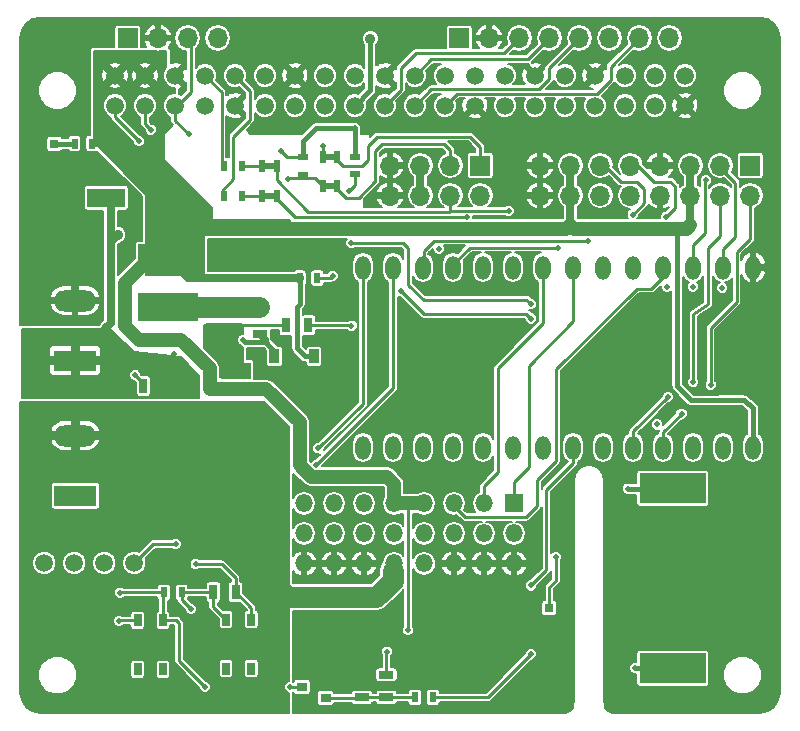
<source format=gtl>
G04 #@! TF.FileFunction,Copper,L1,Top,Signal*
%FSLAX45Y45*%
G04 Gerber Fmt 4.5, Leading zero omitted, Abs format (unit mm)*
G04 Created by KiCad (PCBNEW 4.0.7-e2-6376~58~ubuntu17.04.1) date Thu Feb 22 21:40:24 2018*
%MOMM*%
%LPD*%
G01*
G04 APERTURE LIST*
%ADD10C,0.100000*%
%ADD11C,0.500000*%
%ADD12R,1.700000X1.700000*%
%ADD13O,1.700000X1.700000*%
%ADD14C,1.500000*%
%ADD15R,1.297940X0.698500*%
%ADD16R,3.197860X1.597660*%
%ADD17R,2.500000X1.400000*%
%ADD18R,0.848360X1.198880*%
%ADD19R,3.600000X1.800000*%
%ADD20O,3.600000X1.800000*%
%ADD21R,0.600000X1.000000*%
%ADD22R,1.500000X1.500000*%
%ADD23O,1.500000X1.500000*%
%ADD24R,5.100000X2.350000*%
%ADD25R,0.698500X1.297940*%
%ADD26R,0.599440X0.899160*%
%ADD27R,0.647700X1.049020*%
%ADD28O,1.300000X2.000000*%
%ADD29R,0.899160X0.797560*%
%ADD30R,5.588000X2.540000*%
%ADD31C,11.000000*%
%ADD32R,0.899160X0.599440*%
%ADD33R,0.797560X0.797560*%
%ADD34R,0.400000X0.600000*%
%ADD35R,0.700000X0.550000*%
%ADD36R,0.635000X1.250000*%
%ADD37R,0.650000X1.250000*%
%ADD38R,4.600000X3.900000*%
%ADD39C,1.506220*%
%ADD40C,0.465000*%
%ADD41C,0.600000*%
%ADD42C,0.900000*%
%ADD43C,0.250000*%
%ADD44C,0.450000*%
%ADD45C,0.700000*%
%ADD46C,1.200000*%
%ADD47C,1.800000*%
%ADD48C,0.152400*%
G04 APERTURE END LIST*
D10*
D11*
X10220000Y-6910000D02*
X10100000Y-6910000D01*
X10220000Y-7156450D02*
X10100000Y-7156450D01*
X9705650Y-6985000D02*
X9585650Y-6985000D01*
X9705650Y-7245350D02*
X9585650Y-7245350D01*
D12*
X11252200Y-5905500D03*
D13*
X11506200Y-5905500D03*
X11760200Y-5905500D03*
X12014200Y-5905500D03*
X12268200Y-5905500D03*
X12522200Y-5905500D03*
X12776200Y-5905500D03*
X13030200Y-5905500D03*
D12*
X8445500Y-5905500D03*
D13*
X8699500Y-5905500D03*
X8953500Y-5905500D03*
X9207500Y-5905500D03*
D14*
X8337000Y-6477000D03*
X8337000Y-6223000D03*
X8591000Y-6477000D03*
X8591000Y-6223000D03*
X8845000Y-6477000D03*
X8845000Y-6223000D03*
X9099000Y-6477000D03*
X9099000Y-6223000D03*
X9353000Y-6477000D03*
X9353000Y-6223000D03*
X9607000Y-6477000D03*
X9607000Y-6223000D03*
X9861000Y-6477000D03*
X9861000Y-6223000D03*
X10115000Y-6477000D03*
X10115000Y-6223000D03*
X10369000Y-6477000D03*
X10369000Y-6223000D03*
X10623000Y-6477000D03*
X10623000Y-6223000D03*
X10877000Y-6477000D03*
X10877000Y-6223000D03*
X11131000Y-6477000D03*
X11131000Y-6223000D03*
X11385000Y-6477000D03*
X11385000Y-6223000D03*
X11639000Y-6477000D03*
X11639000Y-6223000D03*
X11893000Y-6477000D03*
X11893000Y-6223000D03*
X12147000Y-6477000D03*
X12147000Y-6223000D03*
X12401000Y-6477000D03*
X12401000Y-6223000D03*
X12655000Y-6477000D03*
X12655000Y-6223000D03*
X12909000Y-6477000D03*
X12909000Y-6223000D03*
X13163000Y-6477000D03*
X13163000Y-6223000D03*
D15*
X9563100Y-8407146D03*
X9563100Y-8217154D03*
D16*
X8264398Y-7258050D03*
X7724902Y-7258050D03*
D17*
X9360000Y-9160000D03*
X9360000Y-8720000D03*
D18*
X10022586Y-8600000D03*
X9687814Y-8600000D03*
D19*
X8001000Y-8636000D03*
D20*
X8001000Y-8128000D03*
D19*
X8001000Y-9779000D03*
D20*
X8001000Y-9271000D03*
D21*
X10220000Y-6910000D03*
X10100000Y-6910000D03*
X10220000Y-7156450D03*
X10100000Y-7156450D03*
X9705650Y-6985000D03*
X9585650Y-6985000D03*
X9705650Y-7245350D03*
X9585650Y-7245350D03*
D12*
X13716000Y-6985000D03*
D13*
X13716000Y-7239000D03*
X13462000Y-6985000D03*
X13462000Y-7239000D03*
X13208000Y-6985000D03*
X13208000Y-7239000D03*
X12954000Y-6985000D03*
X12954000Y-7239000D03*
X12700000Y-6985000D03*
X12700000Y-7239000D03*
X12446000Y-6985000D03*
X12446000Y-7239000D03*
X12192000Y-6985000D03*
X12192000Y-7239000D03*
X11938000Y-6985000D03*
X11938000Y-7239000D03*
D12*
X11430000Y-6985000D03*
D13*
X11430000Y-7239000D03*
X11176000Y-6985000D03*
X11176000Y-7239000D03*
X10922000Y-6985000D03*
X10922000Y-7239000D03*
X10668000Y-6985000D03*
X10668000Y-7239000D03*
D22*
X11716000Y-9846000D03*
D23*
X11462000Y-9846000D03*
X11208000Y-9846000D03*
X10954000Y-9846000D03*
X10700000Y-9846000D03*
X10446000Y-9846000D03*
X10192000Y-9846000D03*
X9938000Y-9846000D03*
X11716000Y-10100000D03*
X11462000Y-10100000D03*
X11208000Y-10100000D03*
X10954000Y-10100000D03*
X10700000Y-10100000D03*
X10446000Y-10100000D03*
X10192000Y-10100000D03*
X9938000Y-10100000D03*
X11716000Y-10354000D03*
X11462000Y-10354000D03*
X11208000Y-10354000D03*
X10954000Y-10354000D03*
X10700000Y-10354000D03*
X10446000Y-10354000D03*
X10192000Y-10354000D03*
X9938000Y-10354000D03*
D24*
X8788400Y-7768100D03*
X8788400Y-8183100D03*
D25*
X9359646Y-10598150D03*
X9169654Y-10598150D03*
D15*
X10636250Y-11296904D03*
X10636250Y-11486896D03*
X10426700Y-11486896D03*
X10426700Y-11296904D03*
D25*
X9975596Y-8337550D03*
X9785604Y-8337550D03*
D26*
X10050780Y-7937500D03*
X9900920Y-7937500D03*
D27*
X9492742Y-10829036D03*
X9492742Y-11243564D03*
X9277858Y-10829036D03*
X9277858Y-11243564D03*
X8743442Y-10835386D03*
X8743442Y-11249914D03*
X8528558Y-10835386D03*
X8528558Y-11249914D03*
D28*
X13741000Y-9372000D03*
X13741000Y-7848000D03*
X13487000Y-9372000D03*
X13487000Y-7848000D03*
X13233000Y-9372000D03*
X13233000Y-7848000D03*
X12979000Y-9372000D03*
X12979000Y-7848000D03*
X12725000Y-9372000D03*
X12725000Y-7848000D03*
X12471000Y-9372000D03*
X12471000Y-7848000D03*
X12217000Y-9372000D03*
X12217000Y-7848000D03*
X11963000Y-9372000D03*
X11963000Y-7848000D03*
X11709000Y-9372000D03*
X11709000Y-7848000D03*
X11455000Y-9372000D03*
X11455000Y-7848000D03*
X11201000Y-9372000D03*
X11201000Y-7848000D03*
X10947000Y-9372000D03*
X10947000Y-7848000D03*
X10693000Y-9372000D03*
X10693000Y-7848000D03*
X10439000Y-9372000D03*
X10439000Y-7848000D03*
D29*
X10120122Y-11493246D03*
X10120122Y-11303254D03*
X9920478Y-11398250D03*
D30*
X13060000Y-9718000D03*
X13060000Y-11242000D03*
D31*
X13060000Y-10480000D03*
D26*
X8901430Y-10598150D03*
X8751570Y-10598150D03*
X10878820Y-11487150D03*
X11028680Y-11487150D03*
X9259570Y-6985000D03*
X9409430Y-6985000D03*
X9259570Y-7245350D03*
X9409430Y-7245350D03*
D32*
X10369550Y-6910070D03*
X10369550Y-7059930D03*
X9931400Y-6916420D03*
X9931400Y-7066280D03*
D26*
X7995070Y-6800000D03*
X8144930Y-6800000D03*
D33*
X7824930Y-6800000D03*
X7675070Y-6800000D03*
X12014930Y-10730000D03*
X11865070Y-10730000D03*
D34*
X9019350Y-9329300D03*
X8519350Y-9329300D03*
X9019350Y-9054300D03*
D35*
X8706850Y-9421800D03*
X8831850Y-9421800D03*
X8964350Y-9421800D03*
D36*
X8578850Y-8851800D03*
D37*
X8705850Y-8851800D03*
D36*
X8832850Y-8851800D03*
X8959850Y-8851800D03*
D38*
X8769350Y-9199300D03*
D35*
X8574350Y-9421800D03*
D34*
X8519350Y-9054300D03*
D39*
X7739000Y-10350000D03*
X7993000Y-10350000D03*
X8247000Y-10350000D03*
X8501000Y-10350000D03*
D40*
X12928600Y-9177020D03*
X11080000Y-7690000D03*
X13480000Y-8020000D03*
X13230000Y-8010000D03*
X13010000Y-8010000D03*
X8370000Y-10840000D03*
X12550000Y-10130000D03*
D41*
X10320000Y-8760000D03*
X10160000Y-8760000D03*
X9980000Y-8760000D03*
X9800000Y-8760000D03*
X9800000Y-7760000D03*
X9680000Y-7760000D03*
X9560000Y-7760000D03*
X9420000Y-7760000D03*
X10560000Y-8700000D03*
X10560000Y-8820000D03*
X10800000Y-8840000D03*
X10800000Y-8700000D03*
D40*
X13480000Y-8680000D03*
X13860000Y-9860000D03*
X10620000Y-10860000D03*
X10820000Y-10920000D03*
X10640000Y-11100000D03*
D42*
X9040000Y-7460000D03*
X8940000Y-7540000D03*
D40*
X10760000Y-8050000D03*
X11860000Y-8280000D03*
X10320000Y-7200000D03*
X10100000Y-6820000D03*
X8640000Y-6680000D03*
X10340000Y-7640000D03*
X11860000Y-8160000D03*
X9800000Y-7100000D03*
X8960000Y-6720000D03*
X11670000Y-7370000D03*
X11320000Y-7420000D03*
D42*
X10500000Y-5910000D03*
D40*
X10370000Y-6670000D03*
X9740000Y-6860000D03*
X8540000Y-6780000D03*
X11860000Y-10540000D03*
X11860000Y-11120000D03*
X13340000Y-7110000D03*
X13134340Y-9085580D03*
X13380000Y-8840000D03*
X13017500Y-8943340D03*
X13234600Y-8819680D03*
X13000000Y-7420000D03*
X12720000Y-7400000D03*
X12090000Y-7680000D03*
X12340000Y-7620000D03*
X10040000Y-9520000D03*
X10060000Y-9380000D03*
D41*
X9260000Y-8360000D03*
X9200000Y-8420000D03*
X9360000Y-8380000D03*
X9300000Y-8440000D03*
X9240000Y-8500000D03*
D40*
X9420000Y-8460000D03*
D41*
X9180000Y-8200000D03*
X9260000Y-8160000D03*
X9320000Y-8220000D03*
X9400000Y-8180000D03*
D40*
X10340000Y-8340000D03*
X10180000Y-7920000D03*
X8850000Y-10190000D03*
D42*
X8360000Y-7570000D03*
D40*
X8840000Y-8580000D03*
X9020000Y-10360000D03*
X12740000Y-11240000D03*
X12680000Y-9720000D03*
X9700000Y-9130000D03*
X12070000Y-10300000D03*
X8510000Y-8760000D03*
X8980000Y-10740000D03*
X8380000Y-10600000D03*
X9820000Y-11400000D03*
X9100000Y-11400000D03*
D43*
X8374614Y-10835386D02*
X8528558Y-10835386D01*
X8370000Y-10840000D02*
X8374614Y-10835386D01*
X12550000Y-10130000D02*
X12900000Y-10480000D01*
X12900000Y-10480000D02*
X13060000Y-10480000D01*
X11865070Y-10730000D02*
X11760000Y-10730000D01*
X11716000Y-10686000D02*
X11716000Y-10354000D01*
X11760000Y-10730000D02*
X11716000Y-10686000D01*
D44*
X7675070Y-6800000D02*
X7675070Y-7208218D01*
X7675070Y-7208218D02*
X7724902Y-7258050D01*
D45*
X10160000Y-8760000D02*
X10320000Y-8760000D01*
X9800000Y-8760000D02*
X9980000Y-8760000D01*
X9800000Y-7760000D02*
X9680000Y-7760000D01*
X9560000Y-7760000D02*
X9420000Y-7760000D01*
X10560000Y-8700000D02*
X10560000Y-8820000D01*
X10800000Y-8840000D02*
X10800000Y-8700000D01*
X7640000Y-7840000D02*
X7980000Y-7840000D01*
X7724902Y-7258050D02*
X7640000Y-7342952D01*
X7640000Y-7840000D02*
X7640000Y-7342952D01*
X8001000Y-7861000D02*
X8001000Y-8128000D01*
X7980000Y-7840000D02*
X8001000Y-7861000D01*
D44*
X13480000Y-8680000D02*
X13680000Y-8680000D01*
X13680000Y-8680000D02*
X13660000Y-8660000D01*
X13660000Y-8660000D02*
X13660000Y-8640000D01*
X13660000Y-8640000D02*
X13741000Y-8559000D01*
X13741000Y-8559000D02*
X13741000Y-7848000D01*
X13060000Y-10480000D02*
X13240000Y-10480000D01*
X13240000Y-10480000D02*
X13860000Y-9860000D01*
D43*
X10426700Y-11296904D02*
X10426700Y-11053300D01*
X10426700Y-11053300D02*
X10620000Y-10860000D01*
X13060000Y-10480000D02*
X13000000Y-10480000D01*
X10120122Y-11303254D02*
X10420350Y-11303254D01*
X10420350Y-11303254D02*
X10426700Y-11296904D01*
D45*
X8001000Y-8128000D02*
X7928000Y-8128000D01*
D46*
X10883900Y-7520000D02*
X10983900Y-7520000D01*
X10985500Y-7518400D02*
X10985500Y-7520000D01*
X10983900Y-7520000D02*
X10985500Y-7518400D01*
D44*
X8144930Y-6800000D02*
X8170000Y-6800000D01*
X8170000Y-6800000D02*
X8200000Y-6770000D01*
X8200000Y-6770000D02*
X8200000Y-6780000D01*
D43*
X10636250Y-11296904D02*
X10636250Y-11103750D01*
X10820000Y-9980000D02*
X10820000Y-10900000D01*
X10806000Y-9846000D02*
X10700000Y-9846000D01*
X10820000Y-9860000D02*
X10806000Y-9846000D01*
X10820000Y-9980000D02*
X10820000Y-9860000D01*
X10820000Y-10920000D02*
X10820000Y-10900000D01*
X10636250Y-11103750D02*
X10640000Y-11100000D01*
D45*
X8337000Y-6223000D02*
X8450000Y-6110000D01*
X8470000Y-6110000D02*
X8583000Y-6223000D01*
X8450000Y-6110000D02*
X8470000Y-6110000D01*
X8583000Y-6223000D02*
X8591000Y-6223000D01*
X8337000Y-6223000D02*
X8287000Y-6273000D01*
X8287000Y-6273000D02*
X8190000Y-6370000D01*
D44*
X9944100Y-8596714D02*
X10019300Y-8596714D01*
X10019300Y-8596714D02*
X10022586Y-8600000D01*
X13100000Y-7520000D02*
X13098780Y-8851900D01*
X13741000Y-9041000D02*
X13741000Y-9372000D01*
X13665720Y-8973340D02*
X13741000Y-9041000D01*
X13215620Y-8973820D02*
X13665720Y-8973340D01*
X13098780Y-8851900D02*
X13215620Y-8973820D01*
D46*
X8818400Y-7398400D02*
X8788400Y-7768100D01*
D45*
X8190000Y-6770000D02*
X8200000Y-6780000D01*
X8200000Y-6780000D02*
X8310000Y-6890000D01*
X8310000Y-6890000D02*
X8818400Y-7398400D01*
X8190000Y-6380000D02*
X8190000Y-6370000D01*
X8190000Y-6370000D02*
X8190000Y-6770000D01*
X13208000Y-7239000D02*
X13208000Y-6985000D01*
X12192000Y-7239000D02*
X12192000Y-7492000D01*
X13208000Y-7492000D02*
X13208000Y-7239000D01*
D46*
X13180000Y-7520000D02*
X13208000Y-7492000D01*
X12220000Y-7520000D02*
X13100000Y-7520000D01*
X13100000Y-7520000D02*
X13180000Y-7520000D01*
X12192000Y-7492000D02*
X12220000Y-7520000D01*
D45*
X12192000Y-7239000D02*
X12192000Y-6985000D01*
X12192000Y-7488000D02*
X12192000Y-7239000D01*
D46*
X10985500Y-7520000D02*
X12160000Y-7520000D01*
X12160000Y-7520000D02*
X12192000Y-7488000D01*
X10944000Y-7520000D02*
X10985500Y-7520000D01*
X8788400Y-7768100D02*
X8788400Y-7531600D01*
X8800000Y-7520000D02*
X10883900Y-7520000D01*
X10883900Y-7520000D02*
X10900000Y-7520000D01*
X8788400Y-7531600D02*
X8800000Y-7520000D01*
X10700000Y-9846000D02*
X10954000Y-9846000D01*
D43*
X10700000Y-9846000D02*
X10700000Y-9860000D01*
D46*
X8788400Y-7768100D02*
X8631900Y-7768100D01*
X8631900Y-7768100D02*
X8420000Y-7980000D01*
X10700000Y-9680000D02*
X10700000Y-9846000D01*
X10640000Y-9620000D02*
X10700000Y-9680000D01*
X10000000Y-9620000D02*
X10640000Y-9620000D01*
X9900000Y-9520000D02*
X10000000Y-9620000D01*
X9900000Y-9160000D02*
X9900000Y-9520000D01*
X9620000Y-8880000D02*
X9900000Y-9160000D01*
X9140000Y-8880000D02*
X9620000Y-8880000D01*
X9140000Y-8700000D02*
X9140000Y-8880000D01*
X8900000Y-8460000D02*
X9140000Y-8700000D01*
X8540000Y-8460000D02*
X8900000Y-8460000D01*
X8420000Y-8340000D02*
X8540000Y-8460000D01*
X8420000Y-7980000D02*
X8420000Y-8340000D01*
D44*
X9880000Y-8460000D02*
X9880000Y-8532614D01*
X9900920Y-7937500D02*
X9900920Y-8159080D01*
X9900920Y-8159080D02*
X9880000Y-8180000D01*
X9880000Y-8460000D02*
X9880000Y-8180000D01*
X9880000Y-8532614D02*
X9944100Y-8596714D01*
X9944100Y-8596714D02*
X9947386Y-8600000D01*
D45*
X9900920Y-7937500D02*
X8957800Y-7937500D01*
X8957800Y-7937500D02*
X8788400Y-7768100D01*
D46*
X8720000Y-7640000D02*
X8720000Y-7699700D01*
X8900000Y-7460000D02*
X8720000Y-7640000D01*
X9040000Y-7460000D02*
X8900000Y-7460000D01*
X8720000Y-7699700D02*
X8788400Y-7768100D01*
X8940000Y-7540000D02*
X8788400Y-7691600D01*
X8788400Y-7691600D02*
X8788400Y-7768100D01*
D43*
X11860000Y-8280000D02*
X11820000Y-8240000D01*
X11820000Y-8240000D02*
X10950000Y-8240000D01*
X10950000Y-8240000D02*
X10760000Y-8050000D01*
X10369550Y-7079996D02*
X10369550Y-7150450D01*
X10369550Y-7150450D02*
X10320000Y-7200000D01*
X8591000Y-6477000D02*
X8591000Y-6631000D01*
X10100000Y-6820000D02*
X10100000Y-6910000D01*
X8591000Y-6631000D02*
X8640000Y-6680000D01*
X8845000Y-6477000D02*
X8863000Y-6477000D01*
X8863000Y-6477000D02*
X8980000Y-6360000D01*
X8980000Y-6360000D02*
X8980000Y-5932000D01*
X8980000Y-5932000D02*
X8953500Y-5905500D01*
X9931400Y-7086346D02*
X10029896Y-7086346D01*
X10029896Y-7086346D02*
X10100000Y-7156450D01*
X11860000Y-8160000D02*
X11820000Y-8120000D01*
X11820000Y-8120000D02*
X10950000Y-8120000D01*
X10820000Y-8000000D02*
X10950000Y-8120000D01*
X10820000Y-7680000D02*
X10820000Y-8000000D01*
X10780000Y-7640000D02*
X10820000Y-7680000D01*
X10340000Y-7640000D02*
X10780000Y-7640000D01*
X8845000Y-6477000D02*
X8845000Y-6605000D01*
X9813654Y-7086346D02*
X9931400Y-7086346D01*
X9800000Y-7100000D02*
X9813654Y-7086346D01*
X8845000Y-6605000D02*
X8960000Y-6720000D01*
X10220000Y-6910000D02*
X10220000Y-6940000D01*
X10220000Y-6940000D02*
X10270000Y-6990000D01*
X10270000Y-6990000D02*
X10430000Y-6990000D01*
X11430000Y-6830000D02*
X11430000Y-6985000D01*
X11340000Y-6740000D02*
X11430000Y-6830000D01*
X10560000Y-6740000D02*
X11340000Y-6740000D01*
X10480000Y-6820000D02*
X10560000Y-6740000D01*
X10480000Y-6940000D02*
X10480000Y-6820000D01*
X10435000Y-6985000D02*
X10430000Y-6990000D01*
X10430000Y-6990000D02*
X10480000Y-6940000D01*
X10540000Y-7118350D02*
X10400300Y-7258050D01*
X10293350Y-7258050D02*
X10220000Y-7184700D01*
X10400300Y-7258050D02*
X10293350Y-7258050D01*
X10220000Y-7184700D02*
X10220000Y-7156450D01*
X10540000Y-7120000D02*
X10540000Y-7118350D01*
X10540000Y-7118350D02*
X10540000Y-6860000D01*
X10540000Y-6860000D02*
X10600000Y-6800000D01*
X10600000Y-6800000D02*
X11120000Y-6800000D01*
X11120000Y-6800000D02*
X11176000Y-6856000D01*
X11176000Y-6856000D02*
X11176000Y-6985000D01*
X11330000Y-7370000D02*
X11170000Y-7370000D01*
X11330000Y-7370000D02*
X11670000Y-7370000D01*
X11170000Y-7370000D02*
X11170000Y-7378700D01*
X10740000Y-7378700D02*
X11170000Y-7378700D01*
X11170000Y-7378700D02*
X11171300Y-7378700D01*
X11176000Y-7374000D02*
X11176000Y-7239000D01*
X11171300Y-7378700D02*
X11176000Y-7374000D01*
X9705650Y-7105650D02*
X9975850Y-7378700D01*
X9975850Y-7378700D02*
X10740000Y-7378700D01*
X10740000Y-7378700D02*
X10737850Y-7378700D01*
X9705650Y-6985000D02*
X9705650Y-7105650D01*
X9429496Y-6985000D02*
X9585650Y-6985000D01*
X9860000Y-7420000D02*
X11320000Y-7420000D01*
X9860000Y-7420000D02*
X9705650Y-7265650D01*
X9705650Y-7245350D02*
X9705650Y-7265650D01*
X9429496Y-7245350D02*
X9585650Y-7245350D01*
D44*
X10369000Y-6477000D02*
X10500000Y-6346000D01*
X10500000Y-6346000D02*
X10500000Y-5910000D01*
D45*
X10922000Y-6985000D02*
X10922000Y-7239000D01*
D44*
X10370000Y-6670000D02*
X10370000Y-6670000D01*
D43*
X8337000Y-6477000D02*
X8337000Y-6577000D01*
X9790000Y-6910000D02*
X9931400Y-6916420D01*
X9740000Y-6860000D02*
X9790000Y-6910000D01*
X8337000Y-6577000D02*
X8540000Y-6780000D01*
D44*
X9931400Y-6916420D02*
X9931400Y-6778600D01*
X10360000Y-6670000D02*
X10370000Y-6670000D01*
X10370000Y-6670000D02*
X10369000Y-6670000D01*
X10040000Y-6670000D02*
X10360000Y-6670000D01*
X9931400Y-6778600D02*
X10040000Y-6670000D01*
X10369000Y-6670000D02*
X10369000Y-6889454D01*
X10369000Y-6889454D02*
X10369550Y-6890004D01*
D43*
X9239504Y-6985000D02*
X9239504Y-6363504D01*
X9239504Y-6363504D02*
X9099000Y-6223000D01*
X9239504Y-7245350D02*
X9239504Y-7200496D01*
X9239504Y-7200496D02*
X9340000Y-7100000D01*
X9340000Y-7100000D02*
X9340000Y-6740000D01*
X9340000Y-6740000D02*
X9480000Y-6600000D01*
X9480000Y-6600000D02*
X9480000Y-6350000D01*
X9480000Y-6350000D02*
X9353000Y-6223000D01*
X10636250Y-11486896D02*
X10858500Y-11486896D01*
X10858500Y-11486896D02*
X10858754Y-11487150D01*
X10426700Y-11486896D02*
X10636250Y-11486896D01*
X10120122Y-11493246D02*
X10420350Y-11493246D01*
X10420350Y-11493246D02*
X10426700Y-11486896D01*
X11492850Y-11487150D02*
X11860000Y-11120000D01*
X11860000Y-10540000D02*
X11990000Y-10410000D01*
X11990000Y-10410000D02*
X11990000Y-9730000D01*
X11990000Y-9730000D02*
X12217000Y-9503000D01*
X12217000Y-9372000D02*
X12217000Y-9503000D01*
X11492850Y-11487150D02*
X11048746Y-11487150D01*
X13462000Y-6985000D02*
X13462000Y-7002000D01*
X13462000Y-7002000D02*
X13590000Y-7130000D01*
X13590000Y-7130000D02*
X13590000Y-7590000D01*
X13590000Y-7590000D02*
X13487000Y-7693000D01*
X13487000Y-7693000D02*
X13487000Y-7848000D01*
X13340000Y-7110000D02*
X13330000Y-7120000D01*
X13330000Y-7120000D02*
X13330000Y-7560000D01*
X13330000Y-7560000D02*
X13233000Y-7657000D01*
X13233000Y-7657000D02*
X13233000Y-7848000D01*
X13716000Y-7239000D02*
X13716000Y-7604000D01*
X12979000Y-9241000D02*
X12979000Y-9372000D01*
X13134340Y-9085580D02*
X12979000Y-9241000D01*
X13380000Y-8360000D02*
X13380000Y-8840000D01*
X13600000Y-8140000D02*
X13380000Y-8360000D01*
X13600000Y-7720000D02*
X13600000Y-8140000D01*
X13716000Y-7604000D02*
X13600000Y-7720000D01*
X11208000Y-9846000D02*
X11208000Y-9868000D01*
X11208000Y-9868000D02*
X11300000Y-9960000D01*
X11300000Y-9960000D02*
X11820000Y-9960000D01*
X11820000Y-9960000D02*
X11910000Y-9870000D01*
X11910000Y-9870000D02*
X11910000Y-9650000D01*
X11910000Y-9650000D02*
X12070000Y-9490000D01*
X12070000Y-9490000D02*
X12070000Y-8710000D01*
X12070000Y-8710000D02*
X12753340Y-8026400D01*
X12753340Y-8026400D02*
X12880000Y-8026340D01*
X12880000Y-8026340D02*
X12979000Y-7927340D01*
X12979000Y-7927340D02*
X12979000Y-7848000D01*
X13462000Y-7239000D02*
X13462000Y-7578000D01*
X12725000Y-9235000D02*
X12725000Y-9372000D01*
X13017500Y-8943340D02*
X12725000Y-9235000D01*
X13234600Y-8239680D02*
X13234600Y-8819680D01*
X13360000Y-8160000D02*
X13234600Y-8239680D01*
X13360000Y-7680000D02*
X13360000Y-8160000D01*
X13462000Y-7578000D02*
X13360000Y-7680000D01*
X12700000Y-6985000D02*
X12765000Y-6985000D01*
X12765000Y-6985000D02*
X12900000Y-7120000D01*
X12900000Y-7120000D02*
X13040000Y-7120000D01*
X13040000Y-7120000D02*
X13080000Y-7160000D01*
X13080000Y-7160000D02*
X13080000Y-7340000D01*
X13080000Y-7340000D02*
X13000000Y-7420000D01*
X12446000Y-6985000D02*
X12485000Y-6985000D01*
X12485000Y-6985000D02*
X12620000Y-7120000D01*
X12620000Y-7120000D02*
X12760000Y-7120000D01*
X12760000Y-7120000D02*
X12820000Y-7180000D01*
X12820000Y-7180000D02*
X12820000Y-7300000D01*
X12820000Y-7300000D02*
X12720000Y-7400000D01*
X11716000Y-9846000D02*
X11716000Y-9664000D01*
X12217000Y-8303000D02*
X12217000Y-7848000D01*
X11840000Y-8680000D02*
X12217000Y-8303000D01*
X11840000Y-9540000D02*
X11840000Y-8680000D01*
X11716000Y-9664000D02*
X11840000Y-9540000D01*
X11462000Y-9846000D02*
X11462000Y-9698000D01*
X11963000Y-8317000D02*
X11963000Y-7848000D01*
X11580000Y-8700000D02*
X11963000Y-8317000D01*
X11580000Y-9580000D02*
X11580000Y-8700000D01*
X11462000Y-9698000D02*
X11580000Y-9580000D01*
X12090000Y-7680000D02*
X11340000Y-7680000D01*
X11340000Y-7680000D02*
X11201000Y-7819000D01*
X11201000Y-7819000D02*
X11201000Y-7848000D01*
X10950000Y-7845000D02*
X10950000Y-7710000D01*
X11040000Y-7620000D02*
X10950000Y-7710000D01*
X12340000Y-7620000D02*
X11120000Y-7620000D01*
X11120000Y-7620000D02*
X11040000Y-7620000D01*
X10950000Y-7845000D02*
X10947000Y-7848000D01*
X10693000Y-7848000D02*
X10693000Y-8867000D01*
X10693000Y-8867000D02*
X10040000Y-9520000D01*
X10439000Y-7848000D02*
X10439000Y-9001000D01*
X10439000Y-9001000D02*
X10060000Y-9380000D01*
X9240000Y-8500000D02*
X9240000Y-8460000D01*
X9280000Y-8380000D02*
X9360000Y-8380000D01*
X9260000Y-8360000D02*
X9280000Y-8380000D01*
X9240000Y-8460000D02*
X9200000Y-8420000D01*
X9785604Y-8337550D02*
X9402450Y-8337550D01*
X9402450Y-8337550D02*
X9360000Y-8380000D01*
D45*
X9360000Y-8720000D02*
X9360000Y-8600000D01*
X9360000Y-8600000D02*
X9340000Y-8580000D01*
X9340000Y-8580000D02*
X9340000Y-8400000D01*
X9340000Y-8400000D02*
X9360000Y-8380000D01*
X9360000Y-8720000D02*
X9360000Y-8680000D01*
X9360000Y-8680000D02*
X9300000Y-8620000D01*
X9300000Y-8620000D02*
X9300000Y-8440000D01*
X9360000Y-8720000D02*
X9320000Y-8720000D01*
X9320000Y-8720000D02*
X9240000Y-8640000D01*
X9240000Y-8640000D02*
X9240000Y-8500000D01*
D44*
X9687814Y-8600000D02*
X9687814Y-8551164D01*
X9687814Y-8551164D02*
X9563100Y-8426450D01*
X9563100Y-8426450D02*
X9563100Y-8407146D01*
X9620000Y-8480000D02*
X9612614Y-8480000D01*
X9440000Y-8480000D02*
X9620000Y-8480000D01*
X9420000Y-8460000D02*
X9440000Y-8480000D01*
X9612614Y-8480000D02*
X9612614Y-8456660D01*
X9612614Y-8456660D02*
X9563100Y-8407146D01*
D45*
X9163100Y-8183100D02*
X8788400Y-8183100D01*
X9180000Y-8200000D02*
X9163100Y-8183100D01*
X9236900Y-8183100D02*
X8788400Y-8183100D01*
X9260000Y-8160000D02*
X9236900Y-8183100D01*
X9320000Y-8220000D02*
X8825300Y-8220000D01*
X8825300Y-8220000D02*
X8788400Y-8183100D01*
X9400000Y-8180000D02*
X8791500Y-8180000D01*
X8791500Y-8180000D02*
X8788400Y-8183100D01*
D44*
X9560000Y-8214054D02*
X9560000Y-8180000D01*
D47*
X9560000Y-8180000D02*
X9556900Y-8183100D01*
D44*
X9560000Y-8214054D02*
X9563100Y-8217154D01*
D47*
X8788400Y-8183100D02*
X9556900Y-8183100D01*
D43*
X9975596Y-8337550D02*
X10337550Y-8337550D01*
X10337550Y-8337550D02*
X10340000Y-8340000D01*
X10162500Y-7937500D02*
X10050780Y-7937500D01*
X10180000Y-7920000D02*
X10162500Y-7937500D01*
X8501000Y-10350000D02*
X8661000Y-10190000D01*
X8661000Y-10190000D02*
X8850000Y-10190000D01*
D45*
X8264398Y-7258050D02*
X8300000Y-7293652D01*
X8300000Y-7293652D02*
X8300000Y-7640000D01*
X8300000Y-7640000D02*
X8300000Y-7630000D01*
X8260000Y-8360000D02*
X8300000Y-8320000D01*
X8300000Y-7630000D02*
X8300000Y-7630000D01*
X8300000Y-7630000D02*
X8360000Y-7570000D01*
X8300000Y-8320000D02*
X8300000Y-7630000D01*
X8001000Y-8636000D02*
X8001000Y-8421000D01*
X8001000Y-8421000D02*
X8022000Y-8400000D01*
X8022000Y-8400000D02*
X8220000Y-8400000D01*
X8220000Y-8400000D02*
X8260000Y-8360000D01*
X8260000Y-8360000D02*
X8264398Y-8355602D01*
D43*
X9359646Y-10598150D02*
X9359646Y-10479646D01*
X8832850Y-8587150D02*
X8840000Y-8580000D01*
X8832850Y-8587150D02*
X8832850Y-8851800D01*
X9240000Y-10360000D02*
X9020000Y-10360000D01*
X9359646Y-10479646D02*
X9240000Y-10360000D01*
X9492742Y-10829036D02*
X9492742Y-10731246D01*
X9492742Y-10731246D02*
X9359646Y-10598150D01*
D44*
X13060000Y-11242000D02*
X13138000Y-11242000D01*
X13138000Y-11242000D02*
X12740000Y-11240000D01*
X13060000Y-9718000D02*
X12962000Y-9718000D01*
X12962000Y-9718000D02*
X12680000Y-9720000D01*
D43*
X9670000Y-9160000D02*
X9360000Y-9160000D01*
X9700000Y-9130000D02*
X9670000Y-9160000D01*
D47*
X10690000Y-10414000D02*
X10690000Y-10500000D01*
D46*
X8769350Y-9609350D02*
X8769350Y-9199300D01*
D47*
X9800000Y-10640000D02*
X8769350Y-9609350D01*
X10550000Y-10640000D02*
X9800000Y-10640000D01*
X10690000Y-10500000D02*
X10550000Y-10640000D01*
D44*
X7995070Y-6800000D02*
X7824930Y-6800000D01*
D43*
X12014930Y-10555070D02*
X12014930Y-10730000D01*
X12070000Y-10500000D02*
X12014930Y-10555070D01*
X12070000Y-10300000D02*
X12070000Y-10500000D01*
X8578850Y-8851800D02*
X8578850Y-8828850D01*
X8578850Y-8828850D02*
X8510000Y-8760000D01*
X8518200Y-8751800D02*
X8510000Y-8760000D01*
X8901430Y-10598150D02*
X8901430Y-10661430D01*
X8901430Y-10661430D02*
X8980000Y-10740000D01*
X9169654Y-10598150D02*
X9169654Y-10720832D01*
X9169654Y-10720832D02*
X9277858Y-10829036D01*
X8921496Y-10598150D02*
X9169654Y-10598150D01*
X8751570Y-10598150D02*
X8381850Y-10598150D01*
X8381850Y-10598150D02*
X8380000Y-10600000D01*
X9920478Y-11398250D02*
X9918728Y-11400000D01*
X9918728Y-11400000D02*
X9820000Y-11400000D01*
X9098250Y-11398250D02*
X9100000Y-11400000D01*
X9100000Y-11400000D02*
X8880000Y-11180000D01*
X8880000Y-11180000D02*
X8880000Y-10860000D01*
X8880000Y-10860000D02*
X8855386Y-10835386D01*
X8855386Y-10835386D02*
X8743442Y-10835386D01*
X8743442Y-10866558D02*
X8743442Y-10835386D01*
X8743442Y-10835386D02*
X8743442Y-10610088D01*
X8743442Y-10610088D02*
X8731504Y-10598150D01*
X11760200Y-5905500D02*
X11633200Y-6032500D01*
X10756900Y-6343100D02*
X10623000Y-6477000D01*
X10756900Y-6159500D02*
X10756900Y-6343100D01*
X10883900Y-6032500D02*
X10756900Y-6159500D01*
X11633200Y-6032500D02*
X10883900Y-6032500D01*
X10877000Y-6223000D02*
X11016700Y-6083300D01*
X11836400Y-6083300D02*
X12014200Y-5905500D01*
X11016700Y-6083300D02*
X11836400Y-6083300D01*
X12268200Y-5905500D02*
X12014200Y-6159500D01*
X11016700Y-6337300D02*
X10877000Y-6477000D01*
X11925300Y-6337300D02*
X11016700Y-6337300D01*
X12014200Y-6248400D02*
X11925300Y-6337300D01*
X12014200Y-6159500D02*
X12014200Y-6248400D01*
X11131000Y-6477000D02*
X11232600Y-6375400D01*
X12534900Y-6146800D02*
X12776200Y-5905500D01*
X12534900Y-6261100D02*
X12534900Y-6146800D01*
X12420600Y-6375400D02*
X12534900Y-6261100D01*
X11232600Y-6375400D02*
X12420600Y-6375400D01*
D48*
G36*
X9812060Y-9196426D02*
X9812060Y-9520000D01*
X9812380Y-9521609D01*
X9812380Y-11348803D01*
X9809862Y-11348801D01*
X9791041Y-11356578D01*
X9776629Y-11370965D01*
X9768819Y-11389773D01*
X9768801Y-11410138D01*
X9776578Y-11428959D01*
X9790965Y-11443371D01*
X9809773Y-11451181D01*
X9812380Y-11451183D01*
X9812380Y-11617060D01*
X7703244Y-11617060D01*
X7636316Y-11603747D01*
X7582327Y-11567673D01*
X7546253Y-11513684D01*
X7532940Y-11446755D01*
X7532940Y-11332269D01*
X7687032Y-11332269D01*
X7711786Y-11392177D01*
X7757581Y-11438053D01*
X7817447Y-11462912D01*
X7882269Y-11462968D01*
X7942177Y-11438214D01*
X7988053Y-11392419D01*
X8012912Y-11332553D01*
X8012968Y-11267731D01*
X7988214Y-11207822D01*
X7977873Y-11197463D01*
X8467686Y-11197463D01*
X8467686Y-11302365D01*
X8469634Y-11312719D01*
X8475753Y-11322228D01*
X8485090Y-11328608D01*
X8496173Y-11330852D01*
X8560943Y-11330852D01*
X8571297Y-11328904D01*
X8580806Y-11322785D01*
X8587186Y-11313448D01*
X8589430Y-11302365D01*
X8589430Y-11197463D01*
X8682570Y-11197463D01*
X8682570Y-11302365D01*
X8684518Y-11312719D01*
X8690637Y-11322228D01*
X8699974Y-11328608D01*
X8711057Y-11330852D01*
X8775827Y-11330852D01*
X8786181Y-11328904D01*
X8795690Y-11322785D01*
X8802070Y-11313448D01*
X8804314Y-11302365D01*
X8804314Y-11197463D01*
X8802366Y-11187109D01*
X8796247Y-11177600D01*
X8786910Y-11171220D01*
X8775827Y-11168976D01*
X8711057Y-11168976D01*
X8700703Y-11170924D01*
X8691194Y-11177043D01*
X8684814Y-11186380D01*
X8682570Y-11197463D01*
X8589430Y-11197463D01*
X8587482Y-11187109D01*
X8581363Y-11177600D01*
X8572026Y-11171220D01*
X8560943Y-11168976D01*
X8496173Y-11168976D01*
X8485819Y-11170924D01*
X8476310Y-11177043D01*
X8469930Y-11186380D01*
X8467686Y-11197463D01*
X7977873Y-11197463D01*
X7942419Y-11161947D01*
X7882553Y-11137088D01*
X7817731Y-11137032D01*
X7757822Y-11161786D01*
X7711947Y-11207581D01*
X7687088Y-11267447D01*
X7687032Y-11332269D01*
X7532940Y-11332269D01*
X7532940Y-10850138D01*
X8318801Y-10850138D01*
X8326578Y-10868959D01*
X8340965Y-10883372D01*
X8359773Y-10891181D01*
X8380138Y-10891199D01*
X8398959Y-10883422D01*
X8406568Y-10875826D01*
X8467686Y-10875826D01*
X8467686Y-10887837D01*
X8469634Y-10898191D01*
X8475753Y-10907700D01*
X8485090Y-10914080D01*
X8496173Y-10916324D01*
X8560943Y-10916324D01*
X8571297Y-10914376D01*
X8580806Y-10908257D01*
X8587186Y-10898920D01*
X8589430Y-10887837D01*
X8589430Y-10782935D01*
X8587482Y-10772581D01*
X8581363Y-10763072D01*
X8572026Y-10756692D01*
X8560943Y-10754448D01*
X8496173Y-10754448D01*
X8485819Y-10756396D01*
X8476310Y-10762515D01*
X8469930Y-10771852D01*
X8467686Y-10782935D01*
X8467686Y-10794946D01*
X8394983Y-10794946D01*
X8380227Y-10788819D01*
X8359862Y-10788801D01*
X8341041Y-10796578D01*
X8326628Y-10810965D01*
X8318819Y-10829773D01*
X8318801Y-10850138D01*
X7532940Y-10850138D01*
X7532940Y-10610138D01*
X8328801Y-10610138D01*
X8336578Y-10628959D01*
X8350965Y-10643372D01*
X8369773Y-10651181D01*
X8390138Y-10651199D01*
X8408959Y-10643422D01*
X8413800Y-10638590D01*
X8693111Y-10638590D01*
X8693111Y-10643108D01*
X8695059Y-10653462D01*
X8701178Y-10662971D01*
X8703002Y-10664218D01*
X8703002Y-10755963D01*
X8700703Y-10756396D01*
X8691194Y-10762515D01*
X8684814Y-10771852D01*
X8682570Y-10782935D01*
X8682570Y-10887837D01*
X8684518Y-10898191D01*
X8690637Y-10907700D01*
X8699974Y-10914080D01*
X8711057Y-10916324D01*
X8775827Y-10916324D01*
X8786181Y-10914376D01*
X8795690Y-10908257D01*
X8802070Y-10898920D01*
X8804314Y-10887837D01*
X8804314Y-10875826D01*
X8838635Y-10875826D01*
X8839560Y-10876751D01*
X8839560Y-11180000D01*
X8842638Y-11195476D01*
X8851405Y-11208595D01*
X9048805Y-11405995D01*
X9048801Y-11410138D01*
X9056578Y-11428959D01*
X9070965Y-11443371D01*
X9089773Y-11451181D01*
X9110138Y-11451199D01*
X9128959Y-11443422D01*
X9143372Y-11429035D01*
X9151181Y-11410227D01*
X9151199Y-11389862D01*
X9143422Y-11371041D01*
X9129035Y-11356628D01*
X9110227Y-11348819D01*
X9106006Y-11348815D01*
X8948304Y-11191113D01*
X9216986Y-11191113D01*
X9216986Y-11296015D01*
X9218934Y-11306369D01*
X9225053Y-11315878D01*
X9234390Y-11322258D01*
X9245473Y-11324502D01*
X9310243Y-11324502D01*
X9320597Y-11322554D01*
X9330106Y-11316435D01*
X9336486Y-11307098D01*
X9338730Y-11296015D01*
X9338730Y-11191113D01*
X9431870Y-11191113D01*
X9431870Y-11296015D01*
X9433818Y-11306369D01*
X9439937Y-11315878D01*
X9449274Y-11322258D01*
X9460357Y-11324502D01*
X9525127Y-11324502D01*
X9535481Y-11322554D01*
X9544990Y-11316435D01*
X9551370Y-11307098D01*
X9553614Y-11296015D01*
X9553614Y-11191113D01*
X9551666Y-11180759D01*
X9545547Y-11171250D01*
X9536210Y-11164870D01*
X9525127Y-11162626D01*
X9460357Y-11162626D01*
X9450003Y-11164574D01*
X9440494Y-11170693D01*
X9434114Y-11180030D01*
X9431870Y-11191113D01*
X9338730Y-11191113D01*
X9336782Y-11180759D01*
X9330663Y-11171250D01*
X9321326Y-11164870D01*
X9310243Y-11162626D01*
X9245473Y-11162626D01*
X9235119Y-11164574D01*
X9225610Y-11170693D01*
X9219230Y-11180030D01*
X9216986Y-11191113D01*
X8948304Y-11191113D01*
X8920440Y-11163249D01*
X8920440Y-10860000D01*
X8917362Y-10844524D01*
X8908595Y-10831405D01*
X8883981Y-10806791D01*
X8870862Y-10798024D01*
X8855386Y-10794946D01*
X8804314Y-10794946D01*
X8804314Y-10782935D01*
X8802366Y-10772581D01*
X8796247Y-10763072D01*
X8786910Y-10756692D01*
X8783882Y-10756079D01*
X8783882Y-10671155D01*
X8791896Y-10669647D01*
X8801405Y-10663528D01*
X8807785Y-10654191D01*
X8810029Y-10643108D01*
X8810029Y-10553192D01*
X8842971Y-10553192D01*
X8842971Y-10643108D01*
X8844919Y-10653462D01*
X8851038Y-10662971D01*
X8860375Y-10669351D01*
X8862658Y-10669813D01*
X8864068Y-10676906D01*
X8872835Y-10690025D01*
X8928805Y-10745996D01*
X8928801Y-10750138D01*
X8936578Y-10768959D01*
X8950965Y-10783372D01*
X8969773Y-10791181D01*
X8990138Y-10791199D01*
X9008959Y-10783422D01*
X9023372Y-10769035D01*
X9031181Y-10750227D01*
X9031199Y-10729862D01*
X9023422Y-10711041D01*
X9009035Y-10696629D01*
X8990227Y-10688819D01*
X8986006Y-10688815D01*
X8955103Y-10657912D01*
X8957645Y-10654191D01*
X8959889Y-10643108D01*
X8959889Y-10638590D01*
X9106242Y-10638590D01*
X9106242Y-10663047D01*
X9108190Y-10673401D01*
X9114309Y-10682910D01*
X9123646Y-10689290D01*
X9129214Y-10690418D01*
X9129214Y-10720832D01*
X9132292Y-10736308D01*
X9141059Y-10749427D01*
X9216986Y-10825355D01*
X9216986Y-10881487D01*
X9218934Y-10891841D01*
X9225053Y-10901350D01*
X9234390Y-10907730D01*
X9245473Y-10909974D01*
X9310243Y-10909974D01*
X9320597Y-10908026D01*
X9330106Y-10901907D01*
X9336486Y-10892570D01*
X9338730Y-10881487D01*
X9338730Y-10776585D01*
X9336782Y-10766231D01*
X9330663Y-10756722D01*
X9321326Y-10750342D01*
X9310243Y-10748098D01*
X9254111Y-10748098D01*
X9210094Y-10704081D01*
X9210094Y-10690497D01*
X9214933Y-10689586D01*
X9224442Y-10683467D01*
X9230822Y-10674130D01*
X9233066Y-10663047D01*
X9233066Y-10533253D01*
X9231118Y-10522899D01*
X9224999Y-10513390D01*
X9215662Y-10507010D01*
X9204579Y-10504766D01*
X9134729Y-10504766D01*
X9124375Y-10506714D01*
X9114866Y-10512833D01*
X9108486Y-10522170D01*
X9106242Y-10533253D01*
X9106242Y-10557710D01*
X8959889Y-10557710D01*
X8959889Y-10553192D01*
X8957941Y-10542838D01*
X8951822Y-10533329D01*
X8942485Y-10526949D01*
X8931402Y-10524705D01*
X8871458Y-10524705D01*
X8861104Y-10526653D01*
X8851595Y-10532772D01*
X8845215Y-10542109D01*
X8842971Y-10553192D01*
X8810029Y-10553192D01*
X8808081Y-10542838D01*
X8801962Y-10533329D01*
X8792625Y-10526949D01*
X8781542Y-10524705D01*
X8721598Y-10524705D01*
X8711244Y-10526653D01*
X8701735Y-10532772D01*
X8695355Y-10542109D01*
X8693111Y-10553192D01*
X8693111Y-10557710D01*
X8410114Y-10557710D01*
X8409035Y-10556629D01*
X8390227Y-10548819D01*
X8369862Y-10548801D01*
X8351041Y-10556578D01*
X8336628Y-10570965D01*
X8328819Y-10589773D01*
X8328801Y-10610138D01*
X7532940Y-10610138D01*
X7532940Y-10370448D01*
X7635731Y-10370448D01*
X7651417Y-10408411D01*
X7680437Y-10437481D01*
X7718372Y-10453233D01*
X7759448Y-10453269D01*
X7797411Y-10437583D01*
X7826481Y-10408563D01*
X7842233Y-10370628D01*
X7842233Y-10370448D01*
X7889731Y-10370448D01*
X7905417Y-10408411D01*
X7934437Y-10437481D01*
X7972372Y-10453233D01*
X8013448Y-10453269D01*
X8051411Y-10437583D01*
X8080481Y-10408563D01*
X8096233Y-10370628D01*
X8096233Y-10370448D01*
X8143731Y-10370448D01*
X8159417Y-10408411D01*
X8188437Y-10437481D01*
X8226372Y-10453233D01*
X8267448Y-10453269D01*
X8305411Y-10437583D01*
X8334481Y-10408563D01*
X8350233Y-10370628D01*
X8350233Y-10370448D01*
X8397731Y-10370448D01*
X8413417Y-10408411D01*
X8442437Y-10437481D01*
X8480372Y-10453233D01*
X8521448Y-10453269D01*
X8559411Y-10437583D01*
X8588481Y-10408563D01*
X8604233Y-10370628D01*
X8604233Y-10370138D01*
X8968801Y-10370138D01*
X8976578Y-10388959D01*
X8990965Y-10403372D01*
X9009773Y-10411181D01*
X9030138Y-10411199D01*
X9048959Y-10403422D01*
X9051946Y-10400440D01*
X9223249Y-10400440D01*
X9319206Y-10496397D01*
X9319206Y-10505803D01*
X9314367Y-10506714D01*
X9304858Y-10512833D01*
X9298478Y-10522170D01*
X9296234Y-10533253D01*
X9296234Y-10663047D01*
X9298182Y-10673401D01*
X9304301Y-10682910D01*
X9313638Y-10689290D01*
X9324721Y-10691534D01*
X9394571Y-10691534D01*
X9395639Y-10691333D01*
X9452302Y-10747997D01*
X9452302Y-10749613D01*
X9450003Y-10750046D01*
X9440494Y-10756165D01*
X9434114Y-10765502D01*
X9431870Y-10776585D01*
X9431870Y-10881487D01*
X9433818Y-10891841D01*
X9439937Y-10901350D01*
X9449274Y-10907730D01*
X9460357Y-10909974D01*
X9525127Y-10909974D01*
X9535481Y-10908026D01*
X9544990Y-10901907D01*
X9551370Y-10892570D01*
X9553614Y-10881487D01*
X9553614Y-10776585D01*
X9551666Y-10766231D01*
X9545547Y-10756722D01*
X9536210Y-10750342D01*
X9533182Y-10749729D01*
X9533182Y-10731246D01*
X9530104Y-10715770D01*
X9521337Y-10702651D01*
X9423058Y-10604372D01*
X9423058Y-10533253D01*
X9421110Y-10522899D01*
X9414991Y-10513390D01*
X9405654Y-10507010D01*
X9400086Y-10505883D01*
X9400086Y-10479646D01*
X9397008Y-10464170D01*
X9388241Y-10451051D01*
X9268595Y-10331405D01*
X9255476Y-10322638D01*
X9240000Y-10319560D01*
X9051961Y-10319560D01*
X9049035Y-10316629D01*
X9030227Y-10308819D01*
X9009862Y-10308801D01*
X8991041Y-10316578D01*
X8976629Y-10330965D01*
X8968819Y-10349773D01*
X8968801Y-10370138D01*
X8604233Y-10370138D01*
X8604269Y-10329552D01*
X8596775Y-10311416D01*
X8677751Y-10230440D01*
X8818039Y-10230440D01*
X8820965Y-10233372D01*
X8839773Y-10241181D01*
X8860138Y-10241199D01*
X8878959Y-10233422D01*
X8893372Y-10219035D01*
X8901181Y-10200227D01*
X8901199Y-10179862D01*
X8893422Y-10161041D01*
X8879035Y-10146629D01*
X8860227Y-10138819D01*
X8839862Y-10138801D01*
X8821041Y-10146578D01*
X8818054Y-10149560D01*
X8661000Y-10149560D01*
X8645524Y-10152638D01*
X8632405Y-10161405D01*
X8539586Y-10254224D01*
X8521628Y-10246767D01*
X8480552Y-10246731D01*
X8442589Y-10262417D01*
X8413519Y-10291437D01*
X8397767Y-10329372D01*
X8397731Y-10370448D01*
X8350233Y-10370448D01*
X8350269Y-10329552D01*
X8334583Y-10291589D01*
X8305563Y-10262519D01*
X8267628Y-10246767D01*
X8226552Y-10246731D01*
X8188589Y-10262417D01*
X8159519Y-10291437D01*
X8143767Y-10329372D01*
X8143731Y-10370448D01*
X8096233Y-10370448D01*
X8096269Y-10329552D01*
X8080583Y-10291589D01*
X8051563Y-10262519D01*
X8013628Y-10246767D01*
X7972552Y-10246731D01*
X7934589Y-10262417D01*
X7905519Y-10291437D01*
X7889767Y-10329372D01*
X7889731Y-10370448D01*
X7842233Y-10370448D01*
X7842269Y-10329552D01*
X7826583Y-10291589D01*
X7797563Y-10262519D01*
X7759628Y-10246767D01*
X7718552Y-10246731D01*
X7680589Y-10262417D01*
X7651519Y-10291437D01*
X7635767Y-10329372D01*
X7635731Y-10370448D01*
X7532940Y-10370448D01*
X7532940Y-9689000D01*
X7792513Y-9689000D01*
X7792513Y-9869000D01*
X7794461Y-9879354D01*
X7800580Y-9888863D01*
X7809917Y-9895243D01*
X7821000Y-9897487D01*
X8181000Y-9897487D01*
X8191354Y-9895539D01*
X8200863Y-9889420D01*
X8207243Y-9880083D01*
X8209487Y-9869000D01*
X8209487Y-9689000D01*
X8207539Y-9678646D01*
X8201420Y-9669137D01*
X8192083Y-9662757D01*
X8181000Y-9660513D01*
X7821000Y-9660513D01*
X7810646Y-9662461D01*
X7801137Y-9668580D01*
X7794757Y-9677917D01*
X7792513Y-9689000D01*
X7532940Y-9689000D01*
X7532940Y-9319999D01*
X7792641Y-9319999D01*
X7799291Y-9340452D01*
X7834373Y-9377914D01*
X7881120Y-9399100D01*
X7971120Y-9399100D01*
X7971120Y-9300880D01*
X8030880Y-9300880D01*
X8030880Y-9399100D01*
X8120880Y-9399100D01*
X8167627Y-9377914D01*
X8202709Y-9340452D01*
X8209358Y-9319999D01*
X8205748Y-9300880D01*
X8030880Y-9300880D01*
X7971120Y-9300880D01*
X7796251Y-9300880D01*
X7792641Y-9319999D01*
X7532940Y-9319999D01*
X7532940Y-9222001D01*
X7792641Y-9222001D01*
X7796251Y-9241120D01*
X7971120Y-9241120D01*
X7971120Y-9142900D01*
X8030880Y-9142900D01*
X8030880Y-9241120D01*
X8205748Y-9241120D01*
X8209358Y-9222001D01*
X8202709Y-9201548D01*
X8167627Y-9164086D01*
X8120880Y-9142900D01*
X8030880Y-9142900D01*
X7971120Y-9142900D01*
X7881120Y-9142900D01*
X7834373Y-9164086D01*
X7799291Y-9201548D01*
X7792641Y-9222001D01*
X7532940Y-9222001D01*
X7532940Y-8987620D01*
X9603254Y-8987620D01*
X9812060Y-9196426D01*
X9812060Y-9196426D01*
G37*
X9812060Y-9196426D02*
X9812060Y-9520000D01*
X9812380Y-9521609D01*
X9812380Y-11348803D01*
X9809862Y-11348801D01*
X9791041Y-11356578D01*
X9776629Y-11370965D01*
X9768819Y-11389773D01*
X9768801Y-11410138D01*
X9776578Y-11428959D01*
X9790965Y-11443371D01*
X9809773Y-11451181D01*
X9812380Y-11451183D01*
X9812380Y-11617060D01*
X7703244Y-11617060D01*
X7636316Y-11603747D01*
X7582327Y-11567673D01*
X7546253Y-11513684D01*
X7532940Y-11446755D01*
X7532940Y-11332269D01*
X7687032Y-11332269D01*
X7711786Y-11392177D01*
X7757581Y-11438053D01*
X7817447Y-11462912D01*
X7882269Y-11462968D01*
X7942177Y-11438214D01*
X7988053Y-11392419D01*
X8012912Y-11332553D01*
X8012968Y-11267731D01*
X7988214Y-11207822D01*
X7977873Y-11197463D01*
X8467686Y-11197463D01*
X8467686Y-11302365D01*
X8469634Y-11312719D01*
X8475753Y-11322228D01*
X8485090Y-11328608D01*
X8496173Y-11330852D01*
X8560943Y-11330852D01*
X8571297Y-11328904D01*
X8580806Y-11322785D01*
X8587186Y-11313448D01*
X8589430Y-11302365D01*
X8589430Y-11197463D01*
X8682570Y-11197463D01*
X8682570Y-11302365D01*
X8684518Y-11312719D01*
X8690637Y-11322228D01*
X8699974Y-11328608D01*
X8711057Y-11330852D01*
X8775827Y-11330852D01*
X8786181Y-11328904D01*
X8795690Y-11322785D01*
X8802070Y-11313448D01*
X8804314Y-11302365D01*
X8804314Y-11197463D01*
X8802366Y-11187109D01*
X8796247Y-11177600D01*
X8786910Y-11171220D01*
X8775827Y-11168976D01*
X8711057Y-11168976D01*
X8700703Y-11170924D01*
X8691194Y-11177043D01*
X8684814Y-11186380D01*
X8682570Y-11197463D01*
X8589430Y-11197463D01*
X8587482Y-11187109D01*
X8581363Y-11177600D01*
X8572026Y-11171220D01*
X8560943Y-11168976D01*
X8496173Y-11168976D01*
X8485819Y-11170924D01*
X8476310Y-11177043D01*
X8469930Y-11186380D01*
X8467686Y-11197463D01*
X7977873Y-11197463D01*
X7942419Y-11161947D01*
X7882553Y-11137088D01*
X7817731Y-11137032D01*
X7757822Y-11161786D01*
X7711947Y-11207581D01*
X7687088Y-11267447D01*
X7687032Y-11332269D01*
X7532940Y-11332269D01*
X7532940Y-10850138D01*
X8318801Y-10850138D01*
X8326578Y-10868959D01*
X8340965Y-10883372D01*
X8359773Y-10891181D01*
X8380138Y-10891199D01*
X8398959Y-10883422D01*
X8406568Y-10875826D01*
X8467686Y-10875826D01*
X8467686Y-10887837D01*
X8469634Y-10898191D01*
X8475753Y-10907700D01*
X8485090Y-10914080D01*
X8496173Y-10916324D01*
X8560943Y-10916324D01*
X8571297Y-10914376D01*
X8580806Y-10908257D01*
X8587186Y-10898920D01*
X8589430Y-10887837D01*
X8589430Y-10782935D01*
X8587482Y-10772581D01*
X8581363Y-10763072D01*
X8572026Y-10756692D01*
X8560943Y-10754448D01*
X8496173Y-10754448D01*
X8485819Y-10756396D01*
X8476310Y-10762515D01*
X8469930Y-10771852D01*
X8467686Y-10782935D01*
X8467686Y-10794946D01*
X8394983Y-10794946D01*
X8380227Y-10788819D01*
X8359862Y-10788801D01*
X8341041Y-10796578D01*
X8326628Y-10810965D01*
X8318819Y-10829773D01*
X8318801Y-10850138D01*
X7532940Y-10850138D01*
X7532940Y-10610138D01*
X8328801Y-10610138D01*
X8336578Y-10628959D01*
X8350965Y-10643372D01*
X8369773Y-10651181D01*
X8390138Y-10651199D01*
X8408959Y-10643422D01*
X8413800Y-10638590D01*
X8693111Y-10638590D01*
X8693111Y-10643108D01*
X8695059Y-10653462D01*
X8701178Y-10662971D01*
X8703002Y-10664218D01*
X8703002Y-10755963D01*
X8700703Y-10756396D01*
X8691194Y-10762515D01*
X8684814Y-10771852D01*
X8682570Y-10782935D01*
X8682570Y-10887837D01*
X8684518Y-10898191D01*
X8690637Y-10907700D01*
X8699974Y-10914080D01*
X8711057Y-10916324D01*
X8775827Y-10916324D01*
X8786181Y-10914376D01*
X8795690Y-10908257D01*
X8802070Y-10898920D01*
X8804314Y-10887837D01*
X8804314Y-10875826D01*
X8838635Y-10875826D01*
X8839560Y-10876751D01*
X8839560Y-11180000D01*
X8842638Y-11195476D01*
X8851405Y-11208595D01*
X9048805Y-11405995D01*
X9048801Y-11410138D01*
X9056578Y-11428959D01*
X9070965Y-11443371D01*
X9089773Y-11451181D01*
X9110138Y-11451199D01*
X9128959Y-11443422D01*
X9143372Y-11429035D01*
X9151181Y-11410227D01*
X9151199Y-11389862D01*
X9143422Y-11371041D01*
X9129035Y-11356628D01*
X9110227Y-11348819D01*
X9106006Y-11348815D01*
X8948304Y-11191113D01*
X9216986Y-11191113D01*
X9216986Y-11296015D01*
X9218934Y-11306369D01*
X9225053Y-11315878D01*
X9234390Y-11322258D01*
X9245473Y-11324502D01*
X9310243Y-11324502D01*
X9320597Y-11322554D01*
X9330106Y-11316435D01*
X9336486Y-11307098D01*
X9338730Y-11296015D01*
X9338730Y-11191113D01*
X9431870Y-11191113D01*
X9431870Y-11296015D01*
X9433818Y-11306369D01*
X9439937Y-11315878D01*
X9449274Y-11322258D01*
X9460357Y-11324502D01*
X9525127Y-11324502D01*
X9535481Y-11322554D01*
X9544990Y-11316435D01*
X9551370Y-11307098D01*
X9553614Y-11296015D01*
X9553614Y-11191113D01*
X9551666Y-11180759D01*
X9545547Y-11171250D01*
X9536210Y-11164870D01*
X9525127Y-11162626D01*
X9460357Y-11162626D01*
X9450003Y-11164574D01*
X9440494Y-11170693D01*
X9434114Y-11180030D01*
X9431870Y-11191113D01*
X9338730Y-11191113D01*
X9336782Y-11180759D01*
X9330663Y-11171250D01*
X9321326Y-11164870D01*
X9310243Y-11162626D01*
X9245473Y-11162626D01*
X9235119Y-11164574D01*
X9225610Y-11170693D01*
X9219230Y-11180030D01*
X9216986Y-11191113D01*
X8948304Y-11191113D01*
X8920440Y-11163249D01*
X8920440Y-10860000D01*
X8917362Y-10844524D01*
X8908595Y-10831405D01*
X8883981Y-10806791D01*
X8870862Y-10798024D01*
X8855386Y-10794946D01*
X8804314Y-10794946D01*
X8804314Y-10782935D01*
X8802366Y-10772581D01*
X8796247Y-10763072D01*
X8786910Y-10756692D01*
X8783882Y-10756079D01*
X8783882Y-10671155D01*
X8791896Y-10669647D01*
X8801405Y-10663528D01*
X8807785Y-10654191D01*
X8810029Y-10643108D01*
X8810029Y-10553192D01*
X8842971Y-10553192D01*
X8842971Y-10643108D01*
X8844919Y-10653462D01*
X8851038Y-10662971D01*
X8860375Y-10669351D01*
X8862658Y-10669813D01*
X8864068Y-10676906D01*
X8872835Y-10690025D01*
X8928805Y-10745996D01*
X8928801Y-10750138D01*
X8936578Y-10768959D01*
X8950965Y-10783372D01*
X8969773Y-10791181D01*
X8990138Y-10791199D01*
X9008959Y-10783422D01*
X9023372Y-10769035D01*
X9031181Y-10750227D01*
X9031199Y-10729862D01*
X9023422Y-10711041D01*
X9009035Y-10696629D01*
X8990227Y-10688819D01*
X8986006Y-10688815D01*
X8955103Y-10657912D01*
X8957645Y-10654191D01*
X8959889Y-10643108D01*
X8959889Y-10638590D01*
X9106242Y-10638590D01*
X9106242Y-10663047D01*
X9108190Y-10673401D01*
X9114309Y-10682910D01*
X9123646Y-10689290D01*
X9129214Y-10690418D01*
X9129214Y-10720832D01*
X9132292Y-10736308D01*
X9141059Y-10749427D01*
X9216986Y-10825355D01*
X9216986Y-10881487D01*
X9218934Y-10891841D01*
X9225053Y-10901350D01*
X9234390Y-10907730D01*
X9245473Y-10909974D01*
X9310243Y-10909974D01*
X9320597Y-10908026D01*
X9330106Y-10901907D01*
X9336486Y-10892570D01*
X9338730Y-10881487D01*
X9338730Y-10776585D01*
X9336782Y-10766231D01*
X9330663Y-10756722D01*
X9321326Y-10750342D01*
X9310243Y-10748098D01*
X9254111Y-10748098D01*
X9210094Y-10704081D01*
X9210094Y-10690497D01*
X9214933Y-10689586D01*
X9224442Y-10683467D01*
X9230822Y-10674130D01*
X9233066Y-10663047D01*
X9233066Y-10533253D01*
X9231118Y-10522899D01*
X9224999Y-10513390D01*
X9215662Y-10507010D01*
X9204579Y-10504766D01*
X9134729Y-10504766D01*
X9124375Y-10506714D01*
X9114866Y-10512833D01*
X9108486Y-10522170D01*
X9106242Y-10533253D01*
X9106242Y-10557710D01*
X8959889Y-10557710D01*
X8959889Y-10553192D01*
X8957941Y-10542838D01*
X8951822Y-10533329D01*
X8942485Y-10526949D01*
X8931402Y-10524705D01*
X8871458Y-10524705D01*
X8861104Y-10526653D01*
X8851595Y-10532772D01*
X8845215Y-10542109D01*
X8842971Y-10553192D01*
X8810029Y-10553192D01*
X8808081Y-10542838D01*
X8801962Y-10533329D01*
X8792625Y-10526949D01*
X8781542Y-10524705D01*
X8721598Y-10524705D01*
X8711244Y-10526653D01*
X8701735Y-10532772D01*
X8695355Y-10542109D01*
X8693111Y-10553192D01*
X8693111Y-10557710D01*
X8410114Y-10557710D01*
X8409035Y-10556629D01*
X8390227Y-10548819D01*
X8369862Y-10548801D01*
X8351041Y-10556578D01*
X8336628Y-10570965D01*
X8328819Y-10589773D01*
X8328801Y-10610138D01*
X7532940Y-10610138D01*
X7532940Y-10370448D01*
X7635731Y-10370448D01*
X7651417Y-10408411D01*
X7680437Y-10437481D01*
X7718372Y-10453233D01*
X7759448Y-10453269D01*
X7797411Y-10437583D01*
X7826481Y-10408563D01*
X7842233Y-10370628D01*
X7842233Y-10370448D01*
X7889731Y-10370448D01*
X7905417Y-10408411D01*
X7934437Y-10437481D01*
X7972372Y-10453233D01*
X8013448Y-10453269D01*
X8051411Y-10437583D01*
X8080481Y-10408563D01*
X8096233Y-10370628D01*
X8096233Y-10370448D01*
X8143731Y-10370448D01*
X8159417Y-10408411D01*
X8188437Y-10437481D01*
X8226372Y-10453233D01*
X8267448Y-10453269D01*
X8305411Y-10437583D01*
X8334481Y-10408563D01*
X8350233Y-10370628D01*
X8350233Y-10370448D01*
X8397731Y-10370448D01*
X8413417Y-10408411D01*
X8442437Y-10437481D01*
X8480372Y-10453233D01*
X8521448Y-10453269D01*
X8559411Y-10437583D01*
X8588481Y-10408563D01*
X8604233Y-10370628D01*
X8604233Y-10370138D01*
X8968801Y-10370138D01*
X8976578Y-10388959D01*
X8990965Y-10403372D01*
X9009773Y-10411181D01*
X9030138Y-10411199D01*
X9048959Y-10403422D01*
X9051946Y-10400440D01*
X9223249Y-10400440D01*
X9319206Y-10496397D01*
X9319206Y-10505803D01*
X9314367Y-10506714D01*
X9304858Y-10512833D01*
X9298478Y-10522170D01*
X9296234Y-10533253D01*
X9296234Y-10663047D01*
X9298182Y-10673401D01*
X9304301Y-10682910D01*
X9313638Y-10689290D01*
X9324721Y-10691534D01*
X9394571Y-10691534D01*
X9395639Y-10691333D01*
X9452302Y-10747997D01*
X9452302Y-10749613D01*
X9450003Y-10750046D01*
X9440494Y-10756165D01*
X9434114Y-10765502D01*
X9431870Y-10776585D01*
X9431870Y-10881487D01*
X9433818Y-10891841D01*
X9439937Y-10901350D01*
X9449274Y-10907730D01*
X9460357Y-10909974D01*
X9525127Y-10909974D01*
X9535481Y-10908026D01*
X9544990Y-10901907D01*
X9551370Y-10892570D01*
X9553614Y-10881487D01*
X9553614Y-10776585D01*
X9551666Y-10766231D01*
X9545547Y-10756722D01*
X9536210Y-10750342D01*
X9533182Y-10749729D01*
X9533182Y-10731246D01*
X9530104Y-10715770D01*
X9521337Y-10702651D01*
X9423058Y-10604372D01*
X9423058Y-10533253D01*
X9421110Y-10522899D01*
X9414991Y-10513390D01*
X9405654Y-10507010D01*
X9400086Y-10505883D01*
X9400086Y-10479646D01*
X9397008Y-10464170D01*
X9388241Y-10451051D01*
X9268595Y-10331405D01*
X9255476Y-10322638D01*
X9240000Y-10319560D01*
X9051961Y-10319560D01*
X9049035Y-10316629D01*
X9030227Y-10308819D01*
X9009862Y-10308801D01*
X8991041Y-10316578D01*
X8976629Y-10330965D01*
X8968819Y-10349773D01*
X8968801Y-10370138D01*
X8604233Y-10370138D01*
X8604269Y-10329552D01*
X8596775Y-10311416D01*
X8677751Y-10230440D01*
X8818039Y-10230440D01*
X8820965Y-10233372D01*
X8839773Y-10241181D01*
X8860138Y-10241199D01*
X8878959Y-10233422D01*
X8893372Y-10219035D01*
X8901181Y-10200227D01*
X8901199Y-10179862D01*
X8893422Y-10161041D01*
X8879035Y-10146629D01*
X8860227Y-10138819D01*
X8839862Y-10138801D01*
X8821041Y-10146578D01*
X8818054Y-10149560D01*
X8661000Y-10149560D01*
X8645524Y-10152638D01*
X8632405Y-10161405D01*
X8539586Y-10254224D01*
X8521628Y-10246767D01*
X8480552Y-10246731D01*
X8442589Y-10262417D01*
X8413519Y-10291437D01*
X8397767Y-10329372D01*
X8397731Y-10370448D01*
X8350233Y-10370448D01*
X8350269Y-10329552D01*
X8334583Y-10291589D01*
X8305563Y-10262519D01*
X8267628Y-10246767D01*
X8226552Y-10246731D01*
X8188589Y-10262417D01*
X8159519Y-10291437D01*
X8143767Y-10329372D01*
X8143731Y-10370448D01*
X8096233Y-10370448D01*
X8096269Y-10329552D01*
X8080583Y-10291589D01*
X8051563Y-10262519D01*
X8013628Y-10246767D01*
X7972552Y-10246731D01*
X7934589Y-10262417D01*
X7905519Y-10291437D01*
X7889767Y-10329372D01*
X7889731Y-10370448D01*
X7842233Y-10370448D01*
X7842269Y-10329552D01*
X7826583Y-10291589D01*
X7797563Y-10262519D01*
X7759628Y-10246767D01*
X7718552Y-10246731D01*
X7680589Y-10262417D01*
X7651519Y-10291437D01*
X7635767Y-10329372D01*
X7635731Y-10370448D01*
X7532940Y-10370448D01*
X7532940Y-9689000D01*
X7792513Y-9689000D01*
X7792513Y-9869000D01*
X7794461Y-9879354D01*
X7800580Y-9888863D01*
X7809917Y-9895243D01*
X7821000Y-9897487D01*
X8181000Y-9897487D01*
X8191354Y-9895539D01*
X8200863Y-9889420D01*
X8207243Y-9880083D01*
X8209487Y-9869000D01*
X8209487Y-9689000D01*
X8207539Y-9678646D01*
X8201420Y-9669137D01*
X8192083Y-9662757D01*
X8181000Y-9660513D01*
X7821000Y-9660513D01*
X7810646Y-9662461D01*
X7801137Y-9668580D01*
X7794757Y-9677917D01*
X7792513Y-9689000D01*
X7532940Y-9689000D01*
X7532940Y-9319999D01*
X7792641Y-9319999D01*
X7799291Y-9340452D01*
X7834373Y-9377914D01*
X7881120Y-9399100D01*
X7971120Y-9399100D01*
X7971120Y-9300880D01*
X8030880Y-9300880D01*
X8030880Y-9399100D01*
X8120880Y-9399100D01*
X8167627Y-9377914D01*
X8202709Y-9340452D01*
X8209358Y-9319999D01*
X8205748Y-9300880D01*
X8030880Y-9300880D01*
X7971120Y-9300880D01*
X7796251Y-9300880D01*
X7792641Y-9319999D01*
X7532940Y-9319999D01*
X7532940Y-9222001D01*
X7792641Y-9222001D01*
X7796251Y-9241120D01*
X7971120Y-9241120D01*
X7971120Y-9142900D01*
X8030880Y-9142900D01*
X8030880Y-9241120D01*
X8205748Y-9241120D01*
X8209358Y-9222001D01*
X8202709Y-9201548D01*
X8167627Y-9164086D01*
X8120880Y-9142900D01*
X8030880Y-9142900D01*
X7971120Y-9142900D01*
X7881120Y-9142900D01*
X7834373Y-9164086D01*
X7799291Y-9201548D01*
X7792641Y-9222001D01*
X7532940Y-9222001D01*
X7532940Y-8987620D01*
X9603254Y-8987620D01*
X9812060Y-9196426D01*
G36*
X8494612Y-8565388D02*
X8497133Y-8567060D01*
X8499242Y-8567582D01*
X8896535Y-8607312D01*
X9052060Y-8762836D01*
X9052060Y-8880000D01*
X9052380Y-8881609D01*
X9052380Y-8952060D01*
X7547620Y-8952060D01*
X7547620Y-8770138D01*
X8458801Y-8770138D01*
X8466578Y-8788959D01*
X8480965Y-8803372D01*
X8499773Y-8811181D01*
X8503994Y-8811185D01*
X8518613Y-8825804D01*
X8518613Y-8914300D01*
X8520561Y-8924654D01*
X8526680Y-8934163D01*
X8536017Y-8940543D01*
X8547100Y-8942787D01*
X8610600Y-8942787D01*
X8620954Y-8940839D01*
X8630463Y-8934720D01*
X8636843Y-8925383D01*
X8639087Y-8914300D01*
X8639087Y-8789300D01*
X8637139Y-8778946D01*
X8631020Y-8769437D01*
X8621683Y-8763057D01*
X8610600Y-8760813D01*
X8568004Y-8760813D01*
X8561195Y-8754005D01*
X8561199Y-8749862D01*
X8553422Y-8731041D01*
X8549217Y-8726828D01*
X8546795Y-8723205D01*
X8543203Y-8720805D01*
X8539035Y-8716629D01*
X8520227Y-8708819D01*
X8499862Y-8708801D01*
X8481041Y-8716578D01*
X8466629Y-8730965D01*
X8458819Y-8749773D01*
X8458801Y-8770138D01*
X7547620Y-8770138D01*
X7547620Y-8675405D01*
X7782900Y-8675405D01*
X7782900Y-8733579D01*
X7788700Y-8747582D01*
X7799418Y-8758300D01*
X7813421Y-8764100D01*
X7961595Y-8764100D01*
X7971120Y-8754575D01*
X7971120Y-8665880D01*
X8030880Y-8665880D01*
X8030880Y-8754575D01*
X8040405Y-8764100D01*
X8188578Y-8764100D01*
X8202582Y-8758300D01*
X8213300Y-8747582D01*
X8219100Y-8733579D01*
X8219100Y-8675405D01*
X8209575Y-8665880D01*
X8030880Y-8665880D01*
X7971120Y-8665880D01*
X7792425Y-8665880D01*
X7782900Y-8675405D01*
X7547620Y-8675405D01*
X7547620Y-8538421D01*
X7782900Y-8538421D01*
X7782900Y-8596595D01*
X7792425Y-8606120D01*
X7971120Y-8606120D01*
X7971120Y-8517425D01*
X8030880Y-8517425D01*
X8030880Y-8606120D01*
X8209575Y-8606120D01*
X8219100Y-8596595D01*
X8219100Y-8538421D01*
X8213300Y-8524418D01*
X8202582Y-8513700D01*
X8188578Y-8507900D01*
X8040405Y-8507900D01*
X8030880Y-8517425D01*
X7971120Y-8517425D01*
X7961595Y-8507900D01*
X7813421Y-8507900D01*
X7799418Y-8513700D01*
X7788700Y-8524418D01*
X7782900Y-8538421D01*
X7547620Y-8538421D01*
X7547620Y-8367620D01*
X8296844Y-8367620D01*
X8494612Y-8565388D01*
X8494612Y-8565388D01*
G37*
X8494612Y-8565388D02*
X8497133Y-8567060D01*
X8499242Y-8567582D01*
X8896535Y-8607312D01*
X9052060Y-8762836D01*
X9052060Y-8880000D01*
X9052380Y-8881609D01*
X9052380Y-8952060D01*
X7547620Y-8952060D01*
X7547620Y-8770138D01*
X8458801Y-8770138D01*
X8466578Y-8788959D01*
X8480965Y-8803372D01*
X8499773Y-8811181D01*
X8503994Y-8811185D01*
X8518613Y-8825804D01*
X8518613Y-8914300D01*
X8520561Y-8924654D01*
X8526680Y-8934163D01*
X8536017Y-8940543D01*
X8547100Y-8942787D01*
X8610600Y-8942787D01*
X8620954Y-8940839D01*
X8630463Y-8934720D01*
X8636843Y-8925383D01*
X8639087Y-8914300D01*
X8639087Y-8789300D01*
X8637139Y-8778946D01*
X8631020Y-8769437D01*
X8621683Y-8763057D01*
X8610600Y-8760813D01*
X8568004Y-8760813D01*
X8561195Y-8754005D01*
X8561199Y-8749862D01*
X8553422Y-8731041D01*
X8549217Y-8726828D01*
X8546795Y-8723205D01*
X8543203Y-8720805D01*
X8539035Y-8716629D01*
X8520227Y-8708819D01*
X8499862Y-8708801D01*
X8481041Y-8716578D01*
X8466629Y-8730965D01*
X8458819Y-8749773D01*
X8458801Y-8770138D01*
X7547620Y-8770138D01*
X7547620Y-8675405D01*
X7782900Y-8675405D01*
X7782900Y-8733579D01*
X7788700Y-8747582D01*
X7799418Y-8758300D01*
X7813421Y-8764100D01*
X7961595Y-8764100D01*
X7971120Y-8754575D01*
X7971120Y-8665880D01*
X8030880Y-8665880D01*
X8030880Y-8754575D01*
X8040405Y-8764100D01*
X8188578Y-8764100D01*
X8202582Y-8758300D01*
X8213300Y-8747582D01*
X8219100Y-8733579D01*
X8219100Y-8675405D01*
X8209575Y-8665880D01*
X8030880Y-8665880D01*
X7971120Y-8665880D01*
X7792425Y-8665880D01*
X7782900Y-8675405D01*
X7547620Y-8675405D01*
X7547620Y-8538421D01*
X7782900Y-8538421D01*
X7782900Y-8596595D01*
X7792425Y-8606120D01*
X7971120Y-8606120D01*
X7971120Y-8517425D01*
X8030880Y-8517425D01*
X8030880Y-8606120D01*
X8209575Y-8606120D01*
X8219100Y-8596595D01*
X8219100Y-8538421D01*
X8213300Y-8524418D01*
X8202582Y-8513700D01*
X8188578Y-8507900D01*
X8040405Y-8507900D01*
X8030880Y-8517425D01*
X7971120Y-8517425D01*
X7961595Y-8507900D01*
X7813421Y-8507900D01*
X7799418Y-8513700D01*
X7788700Y-8524418D01*
X7782900Y-8538421D01*
X7547620Y-8538421D01*
X7547620Y-8367620D01*
X8296844Y-8367620D01*
X8494612Y-8565388D01*
G36*
X13863684Y-5746253D02*
X13917673Y-5782327D01*
X13953747Y-5836316D01*
X13967060Y-5903244D01*
X13967060Y-11446756D01*
X13953747Y-11513684D01*
X13917673Y-11567673D01*
X13863684Y-11603747D01*
X13796755Y-11617060D01*
X12553244Y-11617060D01*
X12524584Y-11611359D01*
X12503038Y-11596962D01*
X12488641Y-11575416D01*
X12482307Y-11543574D01*
X12482307Y-11543574D01*
X12477940Y-11521619D01*
X12477940Y-11250138D01*
X12688801Y-11250138D01*
X12696578Y-11268959D01*
X12710965Y-11283371D01*
X12729773Y-11291181D01*
X12750138Y-11291199D01*
X12751829Y-11290500D01*
X12752113Y-11290501D01*
X12752113Y-11369000D01*
X12754061Y-11379354D01*
X12760180Y-11388863D01*
X12769517Y-11395243D01*
X12780600Y-11397487D01*
X13339400Y-11397487D01*
X13349754Y-11395539D01*
X13359263Y-11389420D01*
X13365643Y-11380083D01*
X13367887Y-11369000D01*
X13367887Y-11332269D01*
X13487032Y-11332269D01*
X13511786Y-11392177D01*
X13557581Y-11438053D01*
X13617447Y-11462912D01*
X13682269Y-11462968D01*
X13742177Y-11438214D01*
X13788053Y-11392419D01*
X13812912Y-11332553D01*
X13812968Y-11267731D01*
X13788214Y-11207822D01*
X13742419Y-11161947D01*
X13682553Y-11137088D01*
X13617731Y-11137032D01*
X13557822Y-11161786D01*
X13511947Y-11207581D01*
X13487088Y-11267447D01*
X13487032Y-11332269D01*
X13367887Y-11332269D01*
X13367887Y-11115000D01*
X13365939Y-11104646D01*
X13359820Y-11095137D01*
X13350483Y-11088757D01*
X13339400Y-11086513D01*
X12780600Y-11086513D01*
X12770246Y-11088461D01*
X12760737Y-11094580D01*
X12754357Y-11103917D01*
X12752113Y-11115000D01*
X12752113Y-11189602D01*
X12750227Y-11188819D01*
X12729862Y-11188801D01*
X12711041Y-11196578D01*
X12696628Y-11210965D01*
X12688819Y-11229773D01*
X12688801Y-11250138D01*
X12477940Y-11250138D01*
X12477940Y-9730138D01*
X12628801Y-9730138D01*
X12636578Y-9748959D01*
X12650965Y-9763372D01*
X12669773Y-9771181D01*
X12690138Y-9771199D01*
X12692180Y-9770355D01*
X12752113Y-9769930D01*
X12752113Y-9845000D01*
X12754061Y-9855354D01*
X12760180Y-9864863D01*
X12769517Y-9871243D01*
X12780600Y-9873487D01*
X13339400Y-9873487D01*
X13349754Y-9871539D01*
X13359263Y-9865420D01*
X13365643Y-9856083D01*
X13367887Y-9845000D01*
X13367887Y-9591000D01*
X13365939Y-9580646D01*
X13359820Y-9571137D01*
X13350483Y-9564757D01*
X13339400Y-9562513D01*
X12780600Y-9562513D01*
X12770246Y-9564461D01*
X12760737Y-9570580D01*
X12754357Y-9579917D01*
X12752113Y-9591000D01*
X12752113Y-9669047D01*
X12691807Y-9669475D01*
X12690227Y-9668819D01*
X12669862Y-9668801D01*
X12651041Y-9676578D01*
X12636628Y-9690965D01*
X12628819Y-9709773D01*
X12628801Y-9730138D01*
X12477940Y-9730138D01*
X12477940Y-9650000D01*
X12468201Y-9601040D01*
X12440467Y-9559533D01*
X12398960Y-9531799D01*
X12350000Y-9522060D01*
X12301039Y-9531799D01*
X12259533Y-9559533D01*
X12231799Y-9601040D01*
X12222060Y-9650000D01*
X12222060Y-11521619D01*
X12217693Y-11543574D01*
X12217693Y-11543574D01*
X12211359Y-11575416D01*
X12196962Y-11596962D01*
X12175416Y-11611359D01*
X12146756Y-11617060D01*
X9847940Y-11617060D01*
X9847940Y-11443843D01*
X9848096Y-11443779D01*
X9848981Y-11448482D01*
X9855100Y-11457991D01*
X9864437Y-11464371D01*
X9875520Y-11466615D01*
X9965436Y-11466615D01*
X9975790Y-11464667D01*
X9985299Y-11458548D01*
X9988839Y-11453368D01*
X10046677Y-11453368D01*
X10046677Y-11533124D01*
X10048625Y-11543478D01*
X10054744Y-11552987D01*
X10064081Y-11559367D01*
X10075164Y-11561611D01*
X10165080Y-11561611D01*
X10175434Y-11559663D01*
X10184943Y-11553544D01*
X10191323Y-11544207D01*
X10193454Y-11533686D01*
X10336236Y-11533686D01*
X10341383Y-11541684D01*
X10350720Y-11548064D01*
X10361803Y-11550308D01*
X10491597Y-11550308D01*
X10501951Y-11548360D01*
X10511460Y-11542241D01*
X10517840Y-11532904D01*
X10518968Y-11527336D01*
X10543903Y-11527336D01*
X10544814Y-11532175D01*
X10550933Y-11541684D01*
X10560270Y-11548064D01*
X10571353Y-11550308D01*
X10701147Y-11550308D01*
X10711501Y-11548360D01*
X10721010Y-11542241D01*
X10727390Y-11532904D01*
X10728518Y-11527336D01*
X10820361Y-11527336D01*
X10820361Y-11532108D01*
X10822309Y-11542462D01*
X10828428Y-11551971D01*
X10837765Y-11558351D01*
X10848848Y-11560595D01*
X10908792Y-11560595D01*
X10919146Y-11558647D01*
X10928655Y-11552528D01*
X10935035Y-11543191D01*
X10937279Y-11532108D01*
X10937279Y-11442192D01*
X10970221Y-11442192D01*
X10970221Y-11532108D01*
X10972169Y-11542462D01*
X10978288Y-11551971D01*
X10987625Y-11558351D01*
X10998708Y-11560595D01*
X11058652Y-11560595D01*
X11069006Y-11558647D01*
X11078515Y-11552528D01*
X11084895Y-11543191D01*
X11087139Y-11532108D01*
X11087139Y-11527590D01*
X11492850Y-11527590D01*
X11508326Y-11524512D01*
X11521445Y-11515745D01*
X11865995Y-11171195D01*
X11870138Y-11171199D01*
X11888959Y-11163422D01*
X11903371Y-11149035D01*
X11911181Y-11130227D01*
X11911199Y-11109862D01*
X11903422Y-11091041D01*
X11889035Y-11076629D01*
X11870227Y-11068819D01*
X11849862Y-11068801D01*
X11831041Y-11076578D01*
X11816628Y-11090965D01*
X11808819Y-11109773D01*
X11808815Y-11113994D01*
X11476099Y-11446710D01*
X11087139Y-11446710D01*
X11087139Y-11442192D01*
X11085191Y-11431838D01*
X11079072Y-11422329D01*
X11069735Y-11415949D01*
X11058652Y-11413705D01*
X10998708Y-11413705D01*
X10988354Y-11415653D01*
X10978845Y-11421772D01*
X10972465Y-11431109D01*
X10970221Y-11442192D01*
X10937279Y-11442192D01*
X10935331Y-11431838D01*
X10929212Y-11422329D01*
X10919875Y-11415949D01*
X10908792Y-11413705D01*
X10848848Y-11413705D01*
X10838494Y-11415653D01*
X10828985Y-11421772D01*
X10822605Y-11431109D01*
X10820361Y-11442192D01*
X10820361Y-11446456D01*
X10728597Y-11446456D01*
X10727686Y-11441617D01*
X10721567Y-11432108D01*
X10712230Y-11425728D01*
X10701147Y-11423484D01*
X10571353Y-11423484D01*
X10560999Y-11425432D01*
X10551490Y-11431551D01*
X10545110Y-11440888D01*
X10543983Y-11446456D01*
X10519047Y-11446456D01*
X10518136Y-11441617D01*
X10512017Y-11432108D01*
X10502680Y-11425728D01*
X10491597Y-11423484D01*
X10361803Y-11423484D01*
X10351449Y-11425432D01*
X10341940Y-11431551D01*
X10335560Y-11440888D01*
X10333316Y-11451971D01*
X10333316Y-11452806D01*
X10193462Y-11452806D01*
X10191619Y-11443014D01*
X10185500Y-11433505D01*
X10176163Y-11427125D01*
X10165080Y-11424881D01*
X10075164Y-11424881D01*
X10064810Y-11426829D01*
X10055301Y-11432948D01*
X10048921Y-11442285D01*
X10046677Y-11453368D01*
X9988839Y-11453368D01*
X9991679Y-11449211D01*
X9993923Y-11438128D01*
X9993923Y-11358372D01*
X9991975Y-11348018D01*
X9985856Y-11338509D01*
X9976519Y-11332129D01*
X9965436Y-11329885D01*
X9875520Y-11329885D01*
X9865166Y-11331833D01*
X9855657Y-11337952D01*
X9849277Y-11347289D01*
X9847940Y-11353892D01*
X9847940Y-11261979D01*
X10542866Y-11261979D01*
X10542866Y-11331829D01*
X10544814Y-11342183D01*
X10550933Y-11351692D01*
X10560270Y-11358072D01*
X10571353Y-11360316D01*
X10701147Y-11360316D01*
X10711501Y-11358368D01*
X10721010Y-11352249D01*
X10727390Y-11342912D01*
X10729634Y-11331829D01*
X10729634Y-11261979D01*
X10727686Y-11251625D01*
X10721567Y-11242116D01*
X10712230Y-11235736D01*
X10701147Y-11233492D01*
X10676690Y-11233492D01*
X10676690Y-11135705D01*
X10683372Y-11129035D01*
X10691181Y-11110227D01*
X10691199Y-11089862D01*
X10683422Y-11071041D01*
X10669035Y-11056629D01*
X10650227Y-11048819D01*
X10629862Y-11048801D01*
X10611041Y-11056578D01*
X10596629Y-11070965D01*
X10588819Y-11089773D01*
X10588801Y-11110138D01*
X10595810Y-11127100D01*
X10595810Y-11233492D01*
X10571353Y-11233492D01*
X10560999Y-11235440D01*
X10551490Y-11241559D01*
X10545110Y-11250896D01*
X10542866Y-11261979D01*
X9847940Y-11261979D01*
X9847940Y-10757940D01*
X10550000Y-10757940D01*
X10595134Y-10748962D01*
X10633396Y-10723396D01*
X10773396Y-10583396D01*
X10779560Y-10574171D01*
X10779560Y-10888039D01*
X10776629Y-10890965D01*
X10768819Y-10909773D01*
X10768801Y-10930138D01*
X10776578Y-10948959D01*
X10790965Y-10963372D01*
X10809773Y-10971181D01*
X10830138Y-10971199D01*
X10848959Y-10963422D01*
X10863372Y-10949035D01*
X10871181Y-10930227D01*
X10871199Y-10909862D01*
X10863422Y-10891041D01*
X10860440Y-10888054D01*
X10860440Y-10398723D01*
X10879194Y-10426790D01*
X10912590Y-10449104D01*
X10951983Y-10456940D01*
X10956017Y-10456940D01*
X10995410Y-10449104D01*
X11028806Y-10426790D01*
X11051121Y-10393393D01*
X11051988Y-10389034D01*
X11100463Y-10389034D01*
X11107186Y-10405269D01*
X11134479Y-10439946D01*
X11172966Y-10461539D01*
X11190220Y-10456171D01*
X11190220Y-10371780D01*
X11225780Y-10371780D01*
X11225780Y-10456171D01*
X11243034Y-10461539D01*
X11281521Y-10439946D01*
X11308814Y-10405269D01*
X11315537Y-10389034D01*
X11354463Y-10389034D01*
X11361186Y-10405269D01*
X11388479Y-10439946D01*
X11426966Y-10461539D01*
X11444220Y-10456171D01*
X11444220Y-10371780D01*
X11479780Y-10371780D01*
X11479780Y-10456171D01*
X11497034Y-10461539D01*
X11535521Y-10439946D01*
X11562814Y-10405269D01*
X11569537Y-10389034D01*
X11608463Y-10389034D01*
X11615186Y-10405269D01*
X11642479Y-10439946D01*
X11680966Y-10461539D01*
X11698220Y-10456171D01*
X11698220Y-10371780D01*
X11733780Y-10371780D01*
X11733780Y-10456171D01*
X11751034Y-10461539D01*
X11789521Y-10439946D01*
X11816814Y-10405269D01*
X11823537Y-10389034D01*
X11818037Y-10371780D01*
X11733780Y-10371780D01*
X11698220Y-10371780D01*
X11613962Y-10371780D01*
X11608463Y-10389034D01*
X11569537Y-10389034D01*
X11564037Y-10371780D01*
X11479780Y-10371780D01*
X11444220Y-10371780D01*
X11359962Y-10371780D01*
X11354463Y-10389034D01*
X11315537Y-10389034D01*
X11310037Y-10371780D01*
X11225780Y-10371780D01*
X11190220Y-10371780D01*
X11105963Y-10371780D01*
X11100463Y-10389034D01*
X11051988Y-10389034D01*
X11058957Y-10354000D01*
X11051988Y-10318966D01*
X11100463Y-10318966D01*
X11105963Y-10336220D01*
X11190220Y-10336220D01*
X11190220Y-10251830D01*
X11225780Y-10251830D01*
X11225780Y-10336220D01*
X11310037Y-10336220D01*
X11315537Y-10318966D01*
X11354463Y-10318966D01*
X11359962Y-10336220D01*
X11444220Y-10336220D01*
X11444220Y-10251830D01*
X11479780Y-10251830D01*
X11479780Y-10336220D01*
X11564037Y-10336220D01*
X11569537Y-10318966D01*
X11608463Y-10318966D01*
X11613962Y-10336220D01*
X11698220Y-10336220D01*
X11698220Y-10251830D01*
X11733780Y-10251830D01*
X11733780Y-10336220D01*
X11818037Y-10336220D01*
X11823537Y-10318966D01*
X11816814Y-10302731D01*
X11789521Y-10268054D01*
X11751034Y-10246461D01*
X11733780Y-10251830D01*
X11698220Y-10251830D01*
X11680966Y-10246461D01*
X11642479Y-10268054D01*
X11615186Y-10302731D01*
X11608463Y-10318966D01*
X11569537Y-10318966D01*
X11562814Y-10302731D01*
X11535521Y-10268054D01*
X11497034Y-10246461D01*
X11479780Y-10251830D01*
X11444220Y-10251830D01*
X11426966Y-10246461D01*
X11388479Y-10268054D01*
X11361186Y-10302731D01*
X11354463Y-10318966D01*
X11315537Y-10318966D01*
X11308814Y-10302731D01*
X11281521Y-10268054D01*
X11243034Y-10246461D01*
X11225780Y-10251830D01*
X11190220Y-10251830D01*
X11172966Y-10246461D01*
X11134479Y-10268054D01*
X11107186Y-10302731D01*
X11100463Y-10318966D01*
X11051988Y-10318966D01*
X11051121Y-10314607D01*
X11028806Y-10281210D01*
X10995410Y-10258896D01*
X10956017Y-10251060D01*
X10951983Y-10251060D01*
X10912590Y-10258896D01*
X10879194Y-10281210D01*
X10860440Y-10309277D01*
X10860440Y-10144723D01*
X10879194Y-10172790D01*
X10912590Y-10195104D01*
X10951983Y-10202940D01*
X10956017Y-10202940D01*
X10995410Y-10195104D01*
X11028806Y-10172790D01*
X11051121Y-10139393D01*
X11058957Y-10100000D01*
X11103043Y-10100000D01*
X11110879Y-10139393D01*
X11133194Y-10172790D01*
X11166590Y-10195104D01*
X11205983Y-10202940D01*
X11210017Y-10202940D01*
X11249410Y-10195104D01*
X11282806Y-10172790D01*
X11305121Y-10139393D01*
X11312957Y-10100000D01*
X11305121Y-10060607D01*
X11282806Y-10027210D01*
X11249410Y-10004896D01*
X11210017Y-9997060D01*
X11205983Y-9997060D01*
X11166590Y-10004896D01*
X11133194Y-10027210D01*
X11110879Y-10060607D01*
X11103043Y-10100000D01*
X11058957Y-10100000D01*
X11051121Y-10060607D01*
X11028806Y-10027210D01*
X10995410Y-10004896D01*
X10956017Y-9997060D01*
X10951983Y-9997060D01*
X10912590Y-10004896D01*
X10879194Y-10027210D01*
X10860440Y-10055277D01*
X10860440Y-9933940D01*
X10901868Y-9933940D01*
X10912590Y-9941104D01*
X10951983Y-9948940D01*
X10956017Y-9948940D01*
X10995410Y-9941104D01*
X11028806Y-9918790D01*
X11051121Y-9885393D01*
X11058957Y-9846000D01*
X11051121Y-9806607D01*
X11028806Y-9773210D01*
X10995410Y-9750896D01*
X10956017Y-9743060D01*
X10951983Y-9743060D01*
X10912590Y-9750896D01*
X10901868Y-9758060D01*
X10787940Y-9758060D01*
X10787940Y-9680000D01*
X10781246Y-9646347D01*
X10762183Y-9617817D01*
X10702183Y-9557817D01*
X10673653Y-9538754D01*
X10640000Y-9532060D01*
X10090420Y-9532060D01*
X10091181Y-9530227D01*
X10091185Y-9526006D01*
X10282697Y-9334494D01*
X10346060Y-9334494D01*
X10346060Y-9409507D01*
X10353135Y-9445073D01*
X10373282Y-9475225D01*
X10403433Y-9495372D01*
X10439000Y-9502447D01*
X10474567Y-9495372D01*
X10504719Y-9475225D01*
X10524865Y-9445073D01*
X10531940Y-9409507D01*
X10531940Y-9334494D01*
X10600060Y-9334494D01*
X10600060Y-9409507D01*
X10607135Y-9445073D01*
X10627282Y-9475225D01*
X10657433Y-9495372D01*
X10693000Y-9502447D01*
X10728567Y-9495372D01*
X10758719Y-9475225D01*
X10778865Y-9445073D01*
X10785940Y-9409507D01*
X10785940Y-9334494D01*
X10854060Y-9334494D01*
X10854060Y-9409507D01*
X10861135Y-9445073D01*
X10881282Y-9475225D01*
X10911433Y-9495372D01*
X10947000Y-9502447D01*
X10982567Y-9495372D01*
X11012719Y-9475225D01*
X11032865Y-9445073D01*
X11039940Y-9409507D01*
X11039940Y-9334494D01*
X11108060Y-9334494D01*
X11108060Y-9409507D01*
X11115135Y-9445073D01*
X11135282Y-9475225D01*
X11165433Y-9495372D01*
X11201000Y-9502447D01*
X11236567Y-9495372D01*
X11266718Y-9475225D01*
X11286865Y-9445073D01*
X11293940Y-9409507D01*
X11293940Y-9334494D01*
X11286865Y-9298927D01*
X11266718Y-9268775D01*
X11236567Y-9248628D01*
X11201000Y-9241554D01*
X11165433Y-9248628D01*
X11135282Y-9268775D01*
X11115135Y-9298927D01*
X11108060Y-9334494D01*
X11039940Y-9334494D01*
X11032865Y-9298927D01*
X11012719Y-9268775D01*
X10982567Y-9248628D01*
X10947000Y-9241554D01*
X10911433Y-9248628D01*
X10881282Y-9268775D01*
X10861135Y-9298927D01*
X10854060Y-9334494D01*
X10785940Y-9334494D01*
X10778865Y-9298927D01*
X10758719Y-9268775D01*
X10728567Y-9248628D01*
X10693000Y-9241554D01*
X10657433Y-9248628D01*
X10627282Y-9268775D01*
X10607135Y-9298927D01*
X10600060Y-9334494D01*
X10531940Y-9334494D01*
X10524865Y-9298927D01*
X10504719Y-9268775D01*
X10474567Y-9248628D01*
X10439000Y-9241554D01*
X10403433Y-9248628D01*
X10373282Y-9268775D01*
X10353135Y-9298927D01*
X10346060Y-9334494D01*
X10282697Y-9334494D01*
X10721595Y-8895595D01*
X10730362Y-8882476D01*
X10733440Y-8867000D01*
X10733440Y-8094399D01*
X10749773Y-8101181D01*
X10753994Y-8101185D01*
X10921405Y-8268595D01*
X10934524Y-8277362D01*
X10950000Y-8280440D01*
X11803249Y-8280440D01*
X11808805Y-8285995D01*
X11808801Y-8290138D01*
X11816578Y-8308959D01*
X11830965Y-8323371D01*
X11849773Y-8331181D01*
X11870138Y-8331199D01*
X11888959Y-8323422D01*
X11903371Y-8309035D01*
X11911181Y-8290227D01*
X11911199Y-8269862D01*
X11903422Y-8251041D01*
X11889035Y-8236628D01*
X11870227Y-8228819D01*
X11866006Y-8228815D01*
X11848595Y-8211405D01*
X11845779Y-8209522D01*
X11849773Y-8211181D01*
X11870138Y-8211199D01*
X11888959Y-8203422D01*
X11903371Y-8189035D01*
X11911181Y-8170227D01*
X11911199Y-8149862D01*
X11903422Y-8131041D01*
X11889035Y-8116628D01*
X11870227Y-8108819D01*
X11866006Y-8108815D01*
X11848595Y-8091405D01*
X11835476Y-8082638D01*
X11820000Y-8079560D01*
X10965811Y-8079560D01*
X10860440Y-7982294D01*
X10860440Y-7917581D01*
X10861135Y-7921073D01*
X10881282Y-7951225D01*
X10911433Y-7971372D01*
X10947000Y-7978446D01*
X10982567Y-7971372D01*
X11012719Y-7951225D01*
X11032865Y-7921073D01*
X11039940Y-7885506D01*
X11039940Y-7810493D01*
X11032865Y-7774927D01*
X11012719Y-7744775D01*
X10990440Y-7729889D01*
X10990440Y-7726751D01*
X11028811Y-7688379D01*
X11028801Y-7700138D01*
X11036578Y-7718959D01*
X11050965Y-7733371D01*
X11069773Y-7741181D01*
X11090138Y-7741199D01*
X11108959Y-7733422D01*
X11123372Y-7719035D01*
X11131181Y-7700227D01*
X11131199Y-7679862D01*
X11123422Y-7661041D01*
X11122822Y-7660440D01*
X11302369Y-7660440D01*
X11237534Y-7725275D01*
X11236567Y-7724628D01*
X11201000Y-7717553D01*
X11165433Y-7724628D01*
X11135282Y-7744775D01*
X11115135Y-7774927D01*
X11108060Y-7810493D01*
X11108060Y-7885506D01*
X11115135Y-7921073D01*
X11135282Y-7951225D01*
X11165433Y-7971372D01*
X11201000Y-7978446D01*
X11236567Y-7971372D01*
X11266718Y-7951225D01*
X11286865Y-7921073D01*
X11293940Y-7885506D01*
X11293940Y-7810493D01*
X11289420Y-7787771D01*
X11356751Y-7720440D01*
X11440488Y-7720440D01*
X11419433Y-7724628D01*
X11389281Y-7744775D01*
X11369135Y-7774927D01*
X11362060Y-7810493D01*
X11362060Y-7885506D01*
X11369135Y-7921073D01*
X11389281Y-7951225D01*
X11419433Y-7971372D01*
X11455000Y-7978446D01*
X11490567Y-7971372D01*
X11520718Y-7951225D01*
X11540865Y-7921073D01*
X11547940Y-7885506D01*
X11547940Y-7810493D01*
X11540865Y-7774927D01*
X11520718Y-7744775D01*
X11490567Y-7724628D01*
X11469511Y-7720440D01*
X11694488Y-7720440D01*
X11673433Y-7724628D01*
X11643281Y-7744775D01*
X11623135Y-7774927D01*
X11616060Y-7810493D01*
X11616060Y-7885506D01*
X11623135Y-7921073D01*
X11643281Y-7951225D01*
X11673433Y-7971372D01*
X11709000Y-7978446D01*
X11744567Y-7971372D01*
X11774718Y-7951225D01*
X11794865Y-7921073D01*
X11801940Y-7885506D01*
X11801940Y-7810493D01*
X11794865Y-7774927D01*
X11774718Y-7744775D01*
X11744567Y-7724628D01*
X11723511Y-7720440D01*
X11948488Y-7720440D01*
X11927433Y-7724628D01*
X11897281Y-7744775D01*
X11877135Y-7774927D01*
X11870060Y-7810493D01*
X11870060Y-7885506D01*
X11877135Y-7921073D01*
X11897281Y-7951225D01*
X11922560Y-7968116D01*
X11922560Y-8300249D01*
X11551405Y-8671405D01*
X11542638Y-8684524D01*
X11539560Y-8700000D01*
X11539560Y-9296973D01*
X11520718Y-9268775D01*
X11490567Y-9248628D01*
X11455000Y-9241554D01*
X11419433Y-9248628D01*
X11389281Y-9268775D01*
X11369135Y-9298927D01*
X11362060Y-9334494D01*
X11362060Y-9409507D01*
X11369135Y-9445073D01*
X11389281Y-9475225D01*
X11419433Y-9495372D01*
X11455000Y-9502447D01*
X11490567Y-9495372D01*
X11520718Y-9475225D01*
X11539560Y-9447027D01*
X11539560Y-9563249D01*
X11433405Y-9669405D01*
X11424638Y-9682524D01*
X11421560Y-9698000D01*
X11421560Y-9750703D01*
X11420590Y-9750896D01*
X11387194Y-9773210D01*
X11364879Y-9806607D01*
X11357043Y-9846000D01*
X11364879Y-9885393D01*
X11387194Y-9918790D01*
X11388347Y-9919560D01*
X11316751Y-9919560D01*
X11296094Y-9898903D01*
X11305121Y-9885393D01*
X11312957Y-9846000D01*
X11305121Y-9806607D01*
X11282806Y-9773210D01*
X11249410Y-9750896D01*
X11210017Y-9743060D01*
X11205983Y-9743060D01*
X11166590Y-9750896D01*
X11133194Y-9773210D01*
X11110879Y-9806607D01*
X11103043Y-9846000D01*
X11110879Y-9885393D01*
X11133194Y-9918790D01*
X11166590Y-9941104D01*
X11205983Y-9948940D01*
X11210017Y-9948940D01*
X11228144Y-9945334D01*
X11271405Y-9988595D01*
X11284524Y-9997362D01*
X11300000Y-10000440D01*
X11442991Y-10000440D01*
X11420590Y-10004896D01*
X11387194Y-10027210D01*
X11364879Y-10060607D01*
X11357043Y-10100000D01*
X11364879Y-10139393D01*
X11387194Y-10172790D01*
X11420590Y-10195104D01*
X11459983Y-10202940D01*
X11464017Y-10202940D01*
X11503410Y-10195104D01*
X11536806Y-10172790D01*
X11559121Y-10139393D01*
X11566957Y-10100000D01*
X11559121Y-10060607D01*
X11536806Y-10027210D01*
X11503410Y-10004896D01*
X11481009Y-10000440D01*
X11696991Y-10000440D01*
X11674590Y-10004896D01*
X11641194Y-10027210D01*
X11618879Y-10060607D01*
X11611043Y-10100000D01*
X11618879Y-10139393D01*
X11641194Y-10172790D01*
X11674590Y-10195104D01*
X11713983Y-10202940D01*
X11718017Y-10202940D01*
X11757410Y-10195104D01*
X11790806Y-10172790D01*
X11813121Y-10139393D01*
X11820957Y-10100000D01*
X11813121Y-10060607D01*
X11790806Y-10027210D01*
X11757410Y-10004896D01*
X11735009Y-10000440D01*
X11820000Y-10000440D01*
X11835476Y-9997362D01*
X11848595Y-9988595D01*
X11938595Y-9898595D01*
X11947362Y-9885476D01*
X11949560Y-9874424D01*
X11949560Y-10393249D01*
X11854004Y-10488805D01*
X11849862Y-10488801D01*
X11831041Y-10496578D01*
X11816628Y-10510965D01*
X11808819Y-10529773D01*
X11808801Y-10550138D01*
X11816578Y-10568959D01*
X11830965Y-10583372D01*
X11849773Y-10591181D01*
X11870138Y-10591199D01*
X11888959Y-10583422D01*
X11903371Y-10569035D01*
X11911181Y-10550227D01*
X11911185Y-10546006D01*
X12018595Y-10438595D01*
X12027362Y-10425476D01*
X12029560Y-10414424D01*
X12029560Y-10483249D01*
X11986335Y-10526475D01*
X11977568Y-10539594D01*
X11974490Y-10555070D01*
X11974490Y-10661740D01*
X11964698Y-10663583D01*
X11955189Y-10669702D01*
X11948809Y-10679039D01*
X11946565Y-10690122D01*
X11946565Y-10769878D01*
X11948513Y-10780232D01*
X11954632Y-10789741D01*
X11963969Y-10796121D01*
X11975052Y-10798365D01*
X12054808Y-10798365D01*
X12065162Y-10796417D01*
X12074671Y-10790298D01*
X12081051Y-10780961D01*
X12083295Y-10769878D01*
X12083295Y-10690122D01*
X12081347Y-10679768D01*
X12075228Y-10670259D01*
X12065891Y-10663879D01*
X12055370Y-10661749D01*
X12055370Y-10571821D01*
X12098595Y-10528595D01*
X12107362Y-10515476D01*
X12110440Y-10500000D01*
X12110440Y-10331961D01*
X12113371Y-10329035D01*
X12121181Y-10310227D01*
X12121199Y-10289862D01*
X12113422Y-10271041D01*
X12099035Y-10256629D01*
X12080227Y-10248819D01*
X12059862Y-10248801D01*
X12041041Y-10256578D01*
X12030440Y-10267161D01*
X12030440Y-9746751D01*
X12245595Y-9531595D01*
X12254362Y-9518476D01*
X12257440Y-9503000D01*
X12257440Y-9492116D01*
X12282718Y-9475225D01*
X12302865Y-9445073D01*
X12309940Y-9409507D01*
X12309940Y-9334494D01*
X12378060Y-9334494D01*
X12378060Y-9409507D01*
X12385135Y-9445073D01*
X12405281Y-9475225D01*
X12435433Y-9495372D01*
X12471000Y-9502447D01*
X12506567Y-9495372D01*
X12536718Y-9475225D01*
X12556865Y-9445073D01*
X12563940Y-9409507D01*
X12563940Y-9334494D01*
X12632060Y-9334494D01*
X12632060Y-9409507D01*
X12639135Y-9445073D01*
X12659281Y-9475225D01*
X12689433Y-9495372D01*
X12725000Y-9502447D01*
X12760567Y-9495372D01*
X12790718Y-9475225D01*
X12810865Y-9445073D01*
X12817940Y-9409507D01*
X12817940Y-9334494D01*
X12810865Y-9298927D01*
X12790718Y-9268775D01*
X12765440Y-9251884D01*
X12765440Y-9251785D01*
X12830253Y-9187158D01*
X12877401Y-9187158D01*
X12885178Y-9205979D01*
X12899565Y-9220392D01*
X12918373Y-9228201D01*
X12938738Y-9228219D01*
X12941312Y-9227155D01*
X12940089Y-9233313D01*
X12938560Y-9241000D01*
X12938560Y-9251884D01*
X12913281Y-9268775D01*
X12893135Y-9298927D01*
X12886060Y-9334494D01*
X12886060Y-9409507D01*
X12893135Y-9445073D01*
X12913281Y-9475225D01*
X12943433Y-9495372D01*
X12979000Y-9502447D01*
X13014567Y-9495372D01*
X13044718Y-9475225D01*
X13064865Y-9445073D01*
X13071940Y-9409507D01*
X13071940Y-9334494D01*
X13140060Y-9334494D01*
X13140060Y-9409507D01*
X13147135Y-9445073D01*
X13167281Y-9475225D01*
X13197433Y-9495372D01*
X13233000Y-9502447D01*
X13268567Y-9495372D01*
X13298718Y-9475225D01*
X13318865Y-9445073D01*
X13325940Y-9409507D01*
X13325940Y-9334494D01*
X13394060Y-9334494D01*
X13394060Y-9409507D01*
X13401135Y-9445073D01*
X13421281Y-9475225D01*
X13451433Y-9495372D01*
X13487000Y-9502447D01*
X13522567Y-9495372D01*
X13552718Y-9475225D01*
X13572865Y-9445073D01*
X13579940Y-9409507D01*
X13579940Y-9334494D01*
X13572865Y-9298927D01*
X13552718Y-9268775D01*
X13522567Y-9248628D01*
X13487000Y-9241554D01*
X13451433Y-9248628D01*
X13421281Y-9268775D01*
X13401135Y-9298927D01*
X13394060Y-9334494D01*
X13325940Y-9334494D01*
X13318865Y-9298927D01*
X13298718Y-9268775D01*
X13268567Y-9248628D01*
X13233000Y-9241554D01*
X13197433Y-9248628D01*
X13167281Y-9268775D01*
X13147135Y-9298927D01*
X13140060Y-9334494D01*
X13071940Y-9334494D01*
X13064865Y-9298927D01*
X13044718Y-9268775D01*
X13022952Y-9254231D01*
X13140347Y-9136775D01*
X13144478Y-9136779D01*
X13163299Y-9129002D01*
X13177711Y-9114615D01*
X13185521Y-9095807D01*
X13185539Y-9075442D01*
X13177762Y-9056621D01*
X13163375Y-9042209D01*
X13144567Y-9034399D01*
X13124202Y-9034381D01*
X13105381Y-9042158D01*
X13090968Y-9056545D01*
X13083159Y-9075353D01*
X13083155Y-9079586D01*
X12979785Y-9183009D01*
X12979799Y-9166882D01*
X12972022Y-9148061D01*
X12957635Y-9133649D01*
X12938827Y-9125839D01*
X12918462Y-9125821D01*
X12899641Y-9133598D01*
X12885228Y-9147985D01*
X12877419Y-9166793D01*
X12877401Y-9187158D01*
X12830253Y-9187158D01*
X13023430Y-8994535D01*
X13027638Y-8994539D01*
X13046459Y-8986762D01*
X13060871Y-8972375D01*
X13068681Y-8953567D01*
X13068699Y-8933202D01*
X13060922Y-8914381D01*
X13046535Y-8899969D01*
X13027727Y-8892159D01*
X13007362Y-8892141D01*
X12988541Y-8899918D01*
X12974128Y-8914305D01*
X12966319Y-8933113D01*
X12966315Y-8937269D01*
X12696446Y-9206364D01*
X12696429Y-9206388D01*
X12696405Y-9206405D01*
X12692028Y-9212955D01*
X12687661Y-9219471D01*
X12687655Y-9219500D01*
X12687638Y-9219524D01*
X12686107Y-9227220D01*
X12684560Y-9234942D01*
X12684566Y-9234971D01*
X12684560Y-9235000D01*
X12684560Y-9251884D01*
X12659281Y-9268775D01*
X12639135Y-9298927D01*
X12632060Y-9334494D01*
X12563940Y-9334494D01*
X12556865Y-9298927D01*
X12536718Y-9268775D01*
X12506567Y-9248628D01*
X12471000Y-9241554D01*
X12435433Y-9248628D01*
X12405281Y-9268775D01*
X12385135Y-9298927D01*
X12378060Y-9334494D01*
X12309940Y-9334494D01*
X12302865Y-9298927D01*
X12282718Y-9268775D01*
X12252567Y-9248628D01*
X12217000Y-9241554D01*
X12181433Y-9248628D01*
X12151281Y-9268775D01*
X12131135Y-9298927D01*
X12124060Y-9334494D01*
X12124060Y-9409507D01*
X12131135Y-9445073D01*
X12151281Y-9475225D01*
X12173043Y-9489766D01*
X11961405Y-9701405D01*
X11952638Y-9714524D01*
X11950440Y-9725576D01*
X11950440Y-9666751D01*
X12098595Y-9518595D01*
X12107362Y-9505476D01*
X12110440Y-9490000D01*
X12110440Y-8726746D01*
X12770103Y-8066832D01*
X12880019Y-8066780D01*
X12887777Y-8065233D01*
X12895476Y-8063702D01*
X12895484Y-8063696D01*
X12895493Y-8063694D01*
X12902085Y-8059285D01*
X12908595Y-8054935D01*
X12958815Y-8004716D01*
X12958801Y-8020138D01*
X12966578Y-8038959D01*
X12980965Y-8053371D01*
X12999773Y-8061181D01*
X13020138Y-8061199D01*
X13038959Y-8053422D01*
X13049081Y-8043318D01*
X13048340Y-8851854D01*
X13050153Y-8861013D01*
X13051779Y-8870207D01*
X13052060Y-8870647D01*
X13052162Y-8871160D01*
X13057343Y-8878930D01*
X13062363Y-8886800D01*
X13179203Y-9008720D01*
X13179673Y-9009048D01*
X13179992Y-9009525D01*
X13187720Y-9014676D01*
X13195330Y-9019999D01*
X13195890Y-9020123D01*
X13196367Y-9020441D01*
X13205478Y-9022243D01*
X13214547Y-9024249D01*
X13215111Y-9024149D01*
X13215674Y-9024260D01*
X13646407Y-9023801D01*
X13690560Y-9063485D01*
X13690560Y-9258566D01*
X13675281Y-9268775D01*
X13655135Y-9298927D01*
X13648060Y-9334494D01*
X13648060Y-9409507D01*
X13655135Y-9445073D01*
X13675281Y-9475225D01*
X13705433Y-9495372D01*
X13741000Y-9502447D01*
X13776567Y-9495372D01*
X13806718Y-9475225D01*
X13826865Y-9445073D01*
X13833940Y-9409507D01*
X13833940Y-9334494D01*
X13826865Y-9298927D01*
X13806718Y-9268775D01*
X13791440Y-9258566D01*
X13791440Y-9041000D01*
X13791174Y-9039664D01*
X13791369Y-9038315D01*
X13789263Y-9030055D01*
X13787600Y-9021697D01*
X13786843Y-9020564D01*
X13786507Y-9019244D01*
X13781402Y-9012421D01*
X13776666Y-9005334D01*
X13775533Y-9004576D01*
X13774717Y-9003486D01*
X13699437Y-8935826D01*
X13692088Y-8931462D01*
X13684973Y-8926719D01*
X13683663Y-8926460D01*
X13682514Y-8925778D01*
X13674053Y-8924559D01*
X13665666Y-8922900D01*
X13237122Y-8923357D01*
X13149239Y-8831652D01*
X13150069Y-7925464D01*
X13167281Y-7951225D01*
X13196718Y-7970894D01*
X13186628Y-7980965D01*
X13178819Y-7999773D01*
X13178801Y-8020138D01*
X13186578Y-8038959D01*
X13200965Y-8053371D01*
X13219773Y-8061181D01*
X13240138Y-8061199D01*
X13258959Y-8053422D01*
X13273371Y-8039035D01*
X13281181Y-8020227D01*
X13281199Y-7999862D01*
X13273422Y-7981041D01*
X13264564Y-7972168D01*
X13268567Y-7971372D01*
X13298718Y-7951225D01*
X13318865Y-7921073D01*
X13319560Y-7917581D01*
X13319560Y-8137783D01*
X13212912Y-8205547D01*
X13209699Y-8208616D01*
X13206005Y-8211085D01*
X13204048Y-8214013D01*
X13201501Y-8216445D01*
X13199707Y-8220510D01*
X13197238Y-8224204D01*
X13196551Y-8227658D01*
X13195129Y-8230880D01*
X13195027Y-8235322D01*
X13194160Y-8239680D01*
X13194160Y-8787719D01*
X13191228Y-8790645D01*
X13183419Y-8809453D01*
X13183401Y-8829818D01*
X13191178Y-8848639D01*
X13205565Y-8863052D01*
X13224373Y-8870861D01*
X13244738Y-8870879D01*
X13263559Y-8863102D01*
X13277971Y-8848715D01*
X13285781Y-8829907D01*
X13285799Y-8809542D01*
X13278022Y-8790721D01*
X13275040Y-8787734D01*
X13275040Y-8261897D01*
X13381688Y-8194132D01*
X13384901Y-8191064D01*
X13388595Y-8188595D01*
X13390552Y-8185667D01*
X13393099Y-8183235D01*
X13394893Y-8179170D01*
X13397362Y-8175476D01*
X13398049Y-8172021D01*
X13399471Y-8168800D01*
X13399573Y-8164358D01*
X13400440Y-8160000D01*
X13400440Y-7917581D01*
X13401135Y-7921073D01*
X13421281Y-7951225D01*
X13451433Y-7971372D01*
X13459674Y-7973011D01*
X13451041Y-7976578D01*
X13436628Y-7990965D01*
X13428819Y-8009773D01*
X13428801Y-8030138D01*
X13436578Y-8048959D01*
X13450965Y-8063371D01*
X13469773Y-8071181D01*
X13490138Y-8071199D01*
X13508959Y-8063422D01*
X13523371Y-8049035D01*
X13531181Y-8030227D01*
X13531199Y-8009862D01*
X13523422Y-7991041D01*
X13509035Y-7976628D01*
X13504858Y-7974894D01*
X13522567Y-7971372D01*
X13552718Y-7951225D01*
X13559560Y-7940986D01*
X13559560Y-8123249D01*
X13351405Y-8331405D01*
X13342638Y-8344524D01*
X13339560Y-8360000D01*
X13339560Y-8808039D01*
X13336628Y-8810965D01*
X13328819Y-8829773D01*
X13328801Y-8850138D01*
X13336578Y-8868959D01*
X13350965Y-8883372D01*
X13369773Y-8891181D01*
X13390138Y-8891199D01*
X13408959Y-8883422D01*
X13423371Y-8869035D01*
X13431181Y-8850227D01*
X13431199Y-8829862D01*
X13423422Y-8811041D01*
X13420440Y-8808054D01*
X13420440Y-8376751D01*
X13628595Y-8168595D01*
X13637362Y-8155476D01*
X13640440Y-8140000D01*
X13640440Y-7910492D01*
X13642840Y-7922956D01*
X13665603Y-7957479D01*
X13707552Y-7980524D01*
X13723220Y-7974870D01*
X13723220Y-7865780D01*
X13758780Y-7865780D01*
X13758780Y-7974870D01*
X13774448Y-7980524D01*
X13816397Y-7957479D01*
X13839160Y-7922956D01*
X13846979Y-7882351D01*
X13836047Y-7865780D01*
X13758780Y-7865780D01*
X13723220Y-7865780D01*
X13721220Y-7865780D01*
X13721220Y-7830220D01*
X13723220Y-7830220D01*
X13723220Y-7721130D01*
X13758780Y-7721130D01*
X13758780Y-7830220D01*
X13836047Y-7830220D01*
X13846979Y-7813649D01*
X13839160Y-7773044D01*
X13816397Y-7738521D01*
X13774448Y-7715476D01*
X13758780Y-7721130D01*
X13723220Y-7721130D01*
X13707552Y-7715476D01*
X13665603Y-7738521D01*
X13642840Y-7773044D01*
X13640440Y-7785508D01*
X13640440Y-7736751D01*
X13744595Y-7632595D01*
X13753362Y-7619476D01*
X13756440Y-7604000D01*
X13756440Y-7346109D01*
X13759220Y-7345556D01*
X13795861Y-7321073D01*
X13820343Y-7284433D01*
X13828940Y-7241213D01*
X13828940Y-7236787D01*
X13820343Y-7193567D01*
X13795861Y-7156927D01*
X13759220Y-7132444D01*
X13716000Y-7123847D01*
X13672780Y-7132444D01*
X13636139Y-7156927D01*
X13630440Y-7165456D01*
X13630440Y-7130000D01*
X13628976Y-7122638D01*
X13627362Y-7114524D01*
X13618595Y-7101405D01*
X13558845Y-7041654D01*
X13566343Y-7030433D01*
X13574940Y-6987213D01*
X13574940Y-6982787D01*
X13566343Y-6939567D01*
X13541861Y-6902927D01*
X13537480Y-6900000D01*
X13602513Y-6900000D01*
X13602513Y-7070000D01*
X13604461Y-7080354D01*
X13610580Y-7089863D01*
X13619917Y-7096243D01*
X13631000Y-7098487D01*
X13801000Y-7098487D01*
X13811354Y-7096539D01*
X13820863Y-7090420D01*
X13827243Y-7081083D01*
X13829487Y-7070000D01*
X13829487Y-6900000D01*
X13827539Y-6889646D01*
X13821420Y-6880137D01*
X13812083Y-6873757D01*
X13801000Y-6871513D01*
X13631000Y-6871513D01*
X13620646Y-6873461D01*
X13611137Y-6879580D01*
X13604757Y-6888917D01*
X13602513Y-6900000D01*
X13537480Y-6900000D01*
X13505220Y-6878444D01*
X13462000Y-6869847D01*
X13418780Y-6878444D01*
X13382139Y-6902927D01*
X13357657Y-6939567D01*
X13349060Y-6982787D01*
X13349060Y-6987213D01*
X13357657Y-7030433D01*
X13382139Y-7067073D01*
X13418780Y-7091556D01*
X13462000Y-7100153D01*
X13496166Y-7093357D01*
X13549560Y-7146751D01*
X13549560Y-7168450D01*
X13541861Y-7156927D01*
X13505220Y-7132444D01*
X13462000Y-7123847D01*
X13418780Y-7132444D01*
X13382139Y-7156927D01*
X13370440Y-7174436D01*
X13370440Y-7151944D01*
X13383371Y-7139035D01*
X13391181Y-7120227D01*
X13391199Y-7099862D01*
X13383422Y-7081041D01*
X13369035Y-7066628D01*
X13350227Y-7058819D01*
X13329862Y-7058801D01*
X13311041Y-7066578D01*
X13296628Y-7080965D01*
X13288819Y-7099773D01*
X13288801Y-7120138D01*
X13289560Y-7121974D01*
X13289560Y-7159470D01*
X13287861Y-7156927D01*
X13270940Y-7145621D01*
X13270940Y-7078379D01*
X13287861Y-7067073D01*
X13312343Y-7030433D01*
X13320940Y-6987213D01*
X13320940Y-6982787D01*
X13312343Y-6939567D01*
X13287861Y-6902927D01*
X13251220Y-6878444D01*
X13208000Y-6869847D01*
X13164780Y-6878444D01*
X13128139Y-6902927D01*
X13103657Y-6939567D01*
X13095060Y-6982787D01*
X13095060Y-6987213D01*
X13103657Y-7030433D01*
X13128139Y-7067073D01*
X13145060Y-7078379D01*
X13145060Y-7145621D01*
X13128139Y-7156927D01*
X13120440Y-7168450D01*
X13120440Y-7160000D01*
X13118387Y-7149680D01*
X13117362Y-7144524D01*
X13108595Y-7131405D01*
X13068595Y-7091405D01*
X13055476Y-7082638D01*
X13040000Y-7079560D01*
X13029078Y-7079560D01*
X13048571Y-7063806D01*
X13071530Y-7021616D01*
X13066286Y-7002780D01*
X12971780Y-7002780D01*
X12971780Y-7004780D01*
X12936220Y-7004780D01*
X12936220Y-7002780D01*
X12841714Y-7002780D01*
X12841334Y-7004144D01*
X12811192Y-6974002D01*
X12806097Y-6948383D01*
X12836470Y-6948383D01*
X12841714Y-6967220D01*
X12936220Y-6967220D01*
X12936220Y-6872825D01*
X12971780Y-6872825D01*
X12971780Y-6967220D01*
X13066286Y-6967220D01*
X13071530Y-6948383D01*
X13048571Y-6906194D01*
X13011214Y-6876002D01*
X12990616Y-6867472D01*
X12971780Y-6872825D01*
X12936220Y-6872825D01*
X12917384Y-6867472D01*
X12896786Y-6876002D01*
X12859429Y-6906194D01*
X12836470Y-6948383D01*
X12806097Y-6948383D01*
X12804343Y-6939567D01*
X12779861Y-6902927D01*
X12743220Y-6878444D01*
X12700000Y-6869847D01*
X12656780Y-6878444D01*
X12620139Y-6902927D01*
X12595657Y-6939567D01*
X12587060Y-6982787D01*
X12587060Y-6987213D01*
X12595657Y-7030433D01*
X12611834Y-7054643D01*
X12556528Y-6999337D01*
X12558940Y-6987213D01*
X12558940Y-6982787D01*
X12550343Y-6939567D01*
X12525861Y-6902927D01*
X12489220Y-6878444D01*
X12446000Y-6869847D01*
X12402780Y-6878444D01*
X12366139Y-6902927D01*
X12341657Y-6939567D01*
X12333060Y-6982787D01*
X12333060Y-6987213D01*
X12341657Y-7030433D01*
X12366139Y-7067073D01*
X12402780Y-7091556D01*
X12446000Y-7100153D01*
X12489220Y-7091556D01*
X12516282Y-7073473D01*
X12591405Y-7148595D01*
X12604524Y-7157362D01*
X12618051Y-7160052D01*
X12595657Y-7193567D01*
X12587060Y-7236787D01*
X12587060Y-7241213D01*
X12595657Y-7284433D01*
X12620139Y-7321073D01*
X12656780Y-7345556D01*
X12697915Y-7353738D01*
X12691041Y-7356578D01*
X12676628Y-7370965D01*
X12668819Y-7389773D01*
X12668801Y-7410138D01*
X12676578Y-7428959D01*
X12679674Y-7432060D01*
X12258354Y-7432060D01*
X12254940Y-7426950D01*
X12254940Y-7332379D01*
X12271861Y-7321073D01*
X12296343Y-7284433D01*
X12304940Y-7241213D01*
X12304940Y-7236787D01*
X12333060Y-7236787D01*
X12333060Y-7241213D01*
X12341657Y-7284433D01*
X12366139Y-7321073D01*
X12402780Y-7345556D01*
X12446000Y-7354153D01*
X12489220Y-7345556D01*
X12525861Y-7321073D01*
X12550343Y-7284433D01*
X12558940Y-7241213D01*
X12558940Y-7236787D01*
X12550343Y-7193567D01*
X12525861Y-7156927D01*
X12489220Y-7132444D01*
X12446000Y-7123847D01*
X12402780Y-7132444D01*
X12366139Y-7156927D01*
X12341657Y-7193567D01*
X12333060Y-7236787D01*
X12304940Y-7236787D01*
X12296343Y-7193567D01*
X12271861Y-7156927D01*
X12254940Y-7145621D01*
X12254940Y-7078379D01*
X12271861Y-7067073D01*
X12296343Y-7030433D01*
X12304940Y-6987213D01*
X12304940Y-6982787D01*
X12296343Y-6939567D01*
X12271861Y-6902927D01*
X12235220Y-6878444D01*
X12192000Y-6869847D01*
X12148780Y-6878444D01*
X12112139Y-6902927D01*
X12087657Y-6939567D01*
X12079060Y-6982787D01*
X12079060Y-6987213D01*
X12087657Y-7030433D01*
X12112139Y-7067073D01*
X12129060Y-7078379D01*
X12129060Y-7145621D01*
X12112139Y-7156927D01*
X12087657Y-7193567D01*
X12079060Y-7236787D01*
X12079060Y-7241213D01*
X12087657Y-7284433D01*
X12112139Y-7321073D01*
X12129060Y-7332379D01*
X12129060Y-7426574D01*
X12123574Y-7432060D01*
X11370420Y-7432060D01*
X11371181Y-7430227D01*
X11371198Y-7410440D01*
X11638039Y-7410440D01*
X11640965Y-7413371D01*
X11659773Y-7421181D01*
X11680138Y-7421199D01*
X11698959Y-7413422D01*
X11713371Y-7399035D01*
X11721181Y-7380227D01*
X11721199Y-7359862D01*
X11713422Y-7341041D01*
X11699035Y-7326628D01*
X11680227Y-7318819D01*
X11659862Y-7318801D01*
X11641041Y-7326578D01*
X11638054Y-7329560D01*
X11497159Y-7329560D01*
X11509861Y-7321073D01*
X11534343Y-7284433D01*
X11536097Y-7275616D01*
X11820470Y-7275616D01*
X11843429Y-7317806D01*
X11880786Y-7347998D01*
X11901384Y-7356528D01*
X11920220Y-7351175D01*
X11920220Y-7256780D01*
X11955780Y-7256780D01*
X11955780Y-7351175D01*
X11974616Y-7356528D01*
X11995214Y-7347998D01*
X12032571Y-7317806D01*
X12055530Y-7275616D01*
X12050286Y-7256780D01*
X11955780Y-7256780D01*
X11920220Y-7256780D01*
X11825714Y-7256780D01*
X11820470Y-7275616D01*
X11536097Y-7275616D01*
X11542940Y-7241213D01*
X11542940Y-7236787D01*
X11536097Y-7202383D01*
X11820470Y-7202383D01*
X11825714Y-7221220D01*
X11920220Y-7221220D01*
X11920220Y-7126825D01*
X11955780Y-7126825D01*
X11955780Y-7221220D01*
X12050286Y-7221220D01*
X12055530Y-7202383D01*
X12032571Y-7160194D01*
X11995214Y-7130002D01*
X11974616Y-7121472D01*
X11955780Y-7126825D01*
X11920220Y-7126825D01*
X11901384Y-7121472D01*
X11880786Y-7130002D01*
X11843429Y-7160194D01*
X11820470Y-7202383D01*
X11536097Y-7202383D01*
X11534343Y-7193567D01*
X11509861Y-7156927D01*
X11473220Y-7132444D01*
X11430000Y-7123847D01*
X11386780Y-7132444D01*
X11350139Y-7156927D01*
X11325657Y-7193567D01*
X11317060Y-7236787D01*
X11317060Y-7241213D01*
X11325657Y-7284433D01*
X11350139Y-7321073D01*
X11362841Y-7329560D01*
X11243159Y-7329560D01*
X11255861Y-7321073D01*
X11280343Y-7284433D01*
X11288940Y-7241213D01*
X11288940Y-7236787D01*
X11280343Y-7193567D01*
X11255861Y-7156927D01*
X11219220Y-7132444D01*
X11176000Y-7123847D01*
X11132780Y-7132444D01*
X11096139Y-7156927D01*
X11071657Y-7193567D01*
X11063060Y-7236787D01*
X11063060Y-7241213D01*
X11071657Y-7284433D01*
X11096139Y-7321073D01*
X11121861Y-7338260D01*
X10976139Y-7338260D01*
X11001861Y-7321073D01*
X11026343Y-7284433D01*
X11034940Y-7241213D01*
X11034940Y-7236787D01*
X11026343Y-7193567D01*
X11001861Y-7156927D01*
X10984940Y-7145621D01*
X10984940Y-7078379D01*
X11001861Y-7067073D01*
X11026343Y-7030433D01*
X11034940Y-6987213D01*
X11034940Y-6982787D01*
X11026343Y-6939567D01*
X11001861Y-6902927D01*
X10965220Y-6878444D01*
X10922000Y-6869847D01*
X10878780Y-6878444D01*
X10842139Y-6902927D01*
X10817657Y-6939567D01*
X10809060Y-6982787D01*
X10809060Y-6987213D01*
X10817657Y-7030433D01*
X10842139Y-7067073D01*
X10859060Y-7078379D01*
X10859060Y-7145621D01*
X10842139Y-7156927D01*
X10817657Y-7193567D01*
X10809060Y-7236787D01*
X10809060Y-7241213D01*
X10817657Y-7284433D01*
X10842139Y-7321073D01*
X10867861Y-7338260D01*
X10737263Y-7338260D01*
X10762571Y-7317806D01*
X10785530Y-7275616D01*
X10780286Y-7256780D01*
X10685780Y-7256780D01*
X10685780Y-7258780D01*
X10650220Y-7258780D01*
X10650220Y-7256780D01*
X10555714Y-7256780D01*
X10550470Y-7275616D01*
X10573429Y-7317806D01*
X10598737Y-7338260D01*
X10447020Y-7338260D01*
X10447020Y-7268521D01*
X10513157Y-7202383D01*
X10550470Y-7202383D01*
X10555714Y-7221220D01*
X10650220Y-7221220D01*
X10650220Y-7126825D01*
X10685780Y-7126825D01*
X10685780Y-7221220D01*
X10780286Y-7221220D01*
X10785530Y-7202383D01*
X10762571Y-7160194D01*
X10725214Y-7130002D01*
X10704616Y-7121472D01*
X10685780Y-7126825D01*
X10650220Y-7126825D01*
X10631384Y-7121472D01*
X10610786Y-7130002D01*
X10573429Y-7160194D01*
X10550470Y-7202383D01*
X10513157Y-7202383D01*
X10563623Y-7151918D01*
X10568595Y-7148595D01*
X10577362Y-7135476D01*
X10580440Y-7120000D01*
X10580440Y-7069472D01*
X10610786Y-7093998D01*
X10631384Y-7102528D01*
X10650220Y-7097175D01*
X10650220Y-7002780D01*
X10685780Y-7002780D01*
X10685780Y-7097175D01*
X10704616Y-7102528D01*
X10725214Y-7093998D01*
X10762571Y-7063806D01*
X10785530Y-7021616D01*
X10780286Y-7002780D01*
X10685780Y-7002780D01*
X10650220Y-7002780D01*
X10648220Y-7002780D01*
X10648220Y-6967220D01*
X10650220Y-6967220D01*
X10650220Y-6872825D01*
X10685780Y-6872825D01*
X10685780Y-6967220D01*
X10780286Y-6967220D01*
X10785530Y-6948383D01*
X10762571Y-6906194D01*
X10725214Y-6876002D01*
X10704616Y-6867472D01*
X10685780Y-6872825D01*
X10650220Y-6872825D01*
X10631384Y-6867472D01*
X10610786Y-6876002D01*
X10580440Y-6900528D01*
X10580440Y-6876751D01*
X10616751Y-6840440D01*
X11103249Y-6840440D01*
X11135560Y-6872751D01*
X11135560Y-6877891D01*
X11132780Y-6878444D01*
X11096139Y-6902927D01*
X11071657Y-6939567D01*
X11063060Y-6982787D01*
X11063060Y-6987213D01*
X11071657Y-7030433D01*
X11096139Y-7067073D01*
X11132780Y-7091556D01*
X11176000Y-7100153D01*
X11219220Y-7091556D01*
X11255861Y-7067073D01*
X11280343Y-7030433D01*
X11288940Y-6987213D01*
X11288940Y-6982787D01*
X11280343Y-6939567D01*
X11255861Y-6902927D01*
X11219220Y-6878444D01*
X11216440Y-6877891D01*
X11216440Y-6856000D01*
X11213362Y-6840524D01*
X11204595Y-6827405D01*
X11157631Y-6780440D01*
X11323249Y-6780440D01*
X11389560Y-6846751D01*
X11389560Y-6871513D01*
X11345000Y-6871513D01*
X11334646Y-6873461D01*
X11325137Y-6879580D01*
X11318757Y-6888917D01*
X11316513Y-6900000D01*
X11316513Y-7070000D01*
X11318461Y-7080354D01*
X11324580Y-7089863D01*
X11333917Y-7096243D01*
X11345000Y-7098487D01*
X11515000Y-7098487D01*
X11525354Y-7096539D01*
X11534863Y-7090420D01*
X11541243Y-7081083D01*
X11543487Y-7070000D01*
X11543487Y-7021616D01*
X11820470Y-7021616D01*
X11843429Y-7063806D01*
X11880786Y-7093998D01*
X11901384Y-7102528D01*
X11920220Y-7097175D01*
X11920220Y-7002780D01*
X11955780Y-7002780D01*
X11955780Y-7097175D01*
X11974616Y-7102528D01*
X11995214Y-7093998D01*
X12032571Y-7063806D01*
X12055530Y-7021616D01*
X12050286Y-7002780D01*
X11955780Y-7002780D01*
X11920220Y-7002780D01*
X11825714Y-7002780D01*
X11820470Y-7021616D01*
X11543487Y-7021616D01*
X11543487Y-6948383D01*
X11820470Y-6948383D01*
X11825714Y-6967220D01*
X11920220Y-6967220D01*
X11920220Y-6872825D01*
X11955780Y-6872825D01*
X11955780Y-6967220D01*
X12050286Y-6967220D01*
X12055530Y-6948383D01*
X12032571Y-6906194D01*
X11995214Y-6876002D01*
X11974616Y-6867472D01*
X11955780Y-6872825D01*
X11920220Y-6872825D01*
X11901384Y-6867472D01*
X11880786Y-6876002D01*
X11843429Y-6906194D01*
X11820470Y-6948383D01*
X11543487Y-6948383D01*
X11543487Y-6900000D01*
X11541539Y-6889646D01*
X11535420Y-6880137D01*
X11526083Y-6873757D01*
X11515000Y-6871513D01*
X11470440Y-6871513D01*
X11470440Y-6830000D01*
X11468312Y-6819303D01*
X11467362Y-6814524D01*
X11458595Y-6801405D01*
X11368595Y-6711405D01*
X11355476Y-6702638D01*
X11340000Y-6699560D01*
X10560000Y-6699560D01*
X10544524Y-6702638D01*
X10531405Y-6711405D01*
X10497820Y-6744989D01*
X10497820Y-6724650D01*
X10497299Y-6721880D01*
X10495662Y-6719337D01*
X10493165Y-6717630D01*
X10490200Y-6717030D01*
X10419440Y-6717030D01*
X10419440Y-6684420D01*
X10421181Y-6680227D01*
X10421199Y-6659862D01*
X10413422Y-6641041D01*
X10399035Y-6626628D01*
X10380227Y-6618819D01*
X10359862Y-6618801D01*
X10358026Y-6619560D01*
X10040001Y-6619560D01*
X10040000Y-6619560D01*
X10023900Y-6622762D01*
X10020697Y-6623399D01*
X10004334Y-6634333D01*
X9921637Y-6717030D01*
X9483706Y-6717030D01*
X9451934Y-6685257D01*
X9508595Y-6628595D01*
X9517362Y-6615476D01*
X9520440Y-6600000D01*
X9520440Y-6535995D01*
X9548613Y-6564217D01*
X9586434Y-6579922D01*
X9627386Y-6579958D01*
X9665235Y-6564319D01*
X9694217Y-6535387D01*
X9709922Y-6497566D01*
X9709922Y-6497386D01*
X9758042Y-6497386D01*
X9773681Y-6535235D01*
X9802613Y-6564217D01*
X9840434Y-6579922D01*
X9881386Y-6579958D01*
X9919235Y-6564319D01*
X9948217Y-6535387D01*
X9963922Y-6497566D01*
X9963922Y-6497386D01*
X10012042Y-6497386D01*
X10027681Y-6535235D01*
X10056613Y-6564217D01*
X10094434Y-6579922D01*
X10135386Y-6579958D01*
X10173235Y-6564319D01*
X10202217Y-6535387D01*
X10217922Y-6497566D01*
X10217958Y-6456614D01*
X10202319Y-6418765D01*
X10173387Y-6389783D01*
X10135566Y-6374078D01*
X10094614Y-6374042D01*
X10056765Y-6389681D01*
X10027783Y-6418613D01*
X10012078Y-6456434D01*
X10012042Y-6497386D01*
X9963922Y-6497386D01*
X9963958Y-6456614D01*
X9948319Y-6418765D01*
X9919387Y-6389783D01*
X9881566Y-6374078D01*
X9840614Y-6374042D01*
X9802765Y-6389681D01*
X9773783Y-6418613D01*
X9758078Y-6456434D01*
X9758042Y-6497386D01*
X9709922Y-6497386D01*
X9709958Y-6456614D01*
X9694319Y-6418765D01*
X9665387Y-6389783D01*
X9627566Y-6374078D01*
X9586614Y-6374042D01*
X9548765Y-6389681D01*
X9520440Y-6417957D01*
X9520440Y-6350000D01*
X9517448Y-6334960D01*
X9517362Y-6334524D01*
X9508595Y-6321405D01*
X9448539Y-6261348D01*
X9455922Y-6243566D01*
X9455922Y-6243386D01*
X9504042Y-6243386D01*
X9519681Y-6281235D01*
X9548613Y-6310217D01*
X9586434Y-6325922D01*
X9627386Y-6325958D01*
X9665235Y-6310319D01*
X9666242Y-6309314D01*
X9799831Y-6309314D01*
X9808414Y-6325628D01*
X9851691Y-6337939D01*
X9896385Y-6332753D01*
X9913586Y-6325628D01*
X9922169Y-6309314D01*
X9861000Y-6248145D01*
X9799831Y-6309314D01*
X9666242Y-6309314D01*
X9694217Y-6281387D01*
X9709922Y-6243566D01*
X9709948Y-6213691D01*
X9746061Y-6213691D01*
X9751247Y-6258385D01*
X9758372Y-6275586D01*
X9774686Y-6284169D01*
X9835855Y-6223000D01*
X9886145Y-6223000D01*
X9947314Y-6284169D01*
X9963628Y-6275586D01*
X9972788Y-6243386D01*
X10012042Y-6243386D01*
X10027681Y-6281235D01*
X10056613Y-6310217D01*
X10094434Y-6325922D01*
X10135386Y-6325958D01*
X10173235Y-6310319D01*
X10202217Y-6281387D01*
X10217922Y-6243566D01*
X10217922Y-6243386D01*
X10266042Y-6243386D01*
X10281681Y-6281235D01*
X10310613Y-6310217D01*
X10348434Y-6325922D01*
X10389386Y-6325958D01*
X10427235Y-6310319D01*
X10449560Y-6288033D01*
X10449560Y-6325107D01*
X10397355Y-6377312D01*
X10389566Y-6374078D01*
X10348614Y-6374042D01*
X10310765Y-6389681D01*
X10281783Y-6418613D01*
X10266078Y-6456434D01*
X10266042Y-6497386D01*
X10281681Y-6535235D01*
X10310613Y-6564217D01*
X10348434Y-6579922D01*
X10389386Y-6579958D01*
X10427235Y-6564319D01*
X10456217Y-6535387D01*
X10471922Y-6497566D01*
X10471922Y-6497386D01*
X10520042Y-6497386D01*
X10535681Y-6535235D01*
X10564613Y-6564217D01*
X10602434Y-6579922D01*
X10643386Y-6579958D01*
X10681235Y-6564319D01*
X10710217Y-6535387D01*
X10725922Y-6497566D01*
X10725958Y-6456614D01*
X10718537Y-6438654D01*
X10785495Y-6371695D01*
X10794262Y-6358576D01*
X10797340Y-6343100D01*
X10797340Y-6288907D01*
X10818613Y-6310217D01*
X10856434Y-6325922D01*
X10897386Y-6325958D01*
X10935235Y-6310319D01*
X10964217Y-6281387D01*
X10979922Y-6243566D01*
X10979958Y-6202614D01*
X10972537Y-6184654D01*
X11033451Y-6123740D01*
X11101664Y-6123740D01*
X11072765Y-6135681D01*
X11043783Y-6164613D01*
X11028078Y-6202434D01*
X11028042Y-6243386D01*
X11043681Y-6281235D01*
X11059279Y-6296860D01*
X11016700Y-6296860D01*
X11001224Y-6299938D01*
X10988105Y-6308705D01*
X10915348Y-6381461D01*
X10897566Y-6374078D01*
X10856614Y-6374042D01*
X10818765Y-6389681D01*
X10789783Y-6418613D01*
X10774078Y-6456434D01*
X10774042Y-6497386D01*
X10789681Y-6535235D01*
X10818613Y-6564217D01*
X10856434Y-6579922D01*
X10897386Y-6579958D01*
X10935235Y-6564319D01*
X10964217Y-6535387D01*
X10979922Y-6497566D01*
X10979958Y-6456614D01*
X10972537Y-6438654D01*
X11033451Y-6377740D01*
X11101664Y-6377740D01*
X11072765Y-6389681D01*
X11043783Y-6418613D01*
X11028078Y-6456434D01*
X11028042Y-6497386D01*
X11043681Y-6535235D01*
X11072613Y-6564217D01*
X11110434Y-6579922D01*
X11151386Y-6579958D01*
X11189235Y-6564319D01*
X11190242Y-6563314D01*
X11323831Y-6563314D01*
X11332414Y-6579628D01*
X11375691Y-6591939D01*
X11420385Y-6586753D01*
X11437586Y-6579628D01*
X11446169Y-6563314D01*
X11385000Y-6502145D01*
X11323831Y-6563314D01*
X11190242Y-6563314D01*
X11218217Y-6535387D01*
X11233922Y-6497566D01*
X11233958Y-6456614D01*
X11226537Y-6438654D01*
X11249351Y-6415840D01*
X11298669Y-6415840D01*
X11282372Y-6424414D01*
X11270061Y-6467691D01*
X11275247Y-6512385D01*
X11282372Y-6529586D01*
X11298686Y-6538169D01*
X11359855Y-6477000D01*
X11358441Y-6475586D01*
X11383586Y-6450441D01*
X11385000Y-6451855D01*
X11386414Y-6450441D01*
X11411559Y-6475586D01*
X11410145Y-6477000D01*
X11471314Y-6538169D01*
X11487628Y-6529586D01*
X11499939Y-6486309D01*
X11494753Y-6441615D01*
X11487628Y-6424414D01*
X11471331Y-6415840D01*
X11554560Y-6415840D01*
X11551783Y-6418613D01*
X11536078Y-6456434D01*
X11536042Y-6497386D01*
X11551681Y-6535235D01*
X11580613Y-6564217D01*
X11618434Y-6579922D01*
X11659386Y-6579958D01*
X11697235Y-6564319D01*
X11726217Y-6535387D01*
X11741922Y-6497566D01*
X11741958Y-6456614D01*
X11726319Y-6418765D01*
X11723399Y-6415840D01*
X11808560Y-6415840D01*
X11805783Y-6418613D01*
X11790078Y-6456434D01*
X11790042Y-6497386D01*
X11805681Y-6535235D01*
X11834613Y-6564217D01*
X11872434Y-6579922D01*
X11913386Y-6579958D01*
X11951235Y-6564319D01*
X11980217Y-6535387D01*
X11995922Y-6497566D01*
X11995958Y-6456614D01*
X11980319Y-6418765D01*
X11977399Y-6415840D01*
X12062560Y-6415840D01*
X12059783Y-6418613D01*
X12044078Y-6456434D01*
X12044042Y-6497386D01*
X12059681Y-6535235D01*
X12088613Y-6564217D01*
X12126434Y-6579922D01*
X12167386Y-6579958D01*
X12205235Y-6564319D01*
X12234217Y-6535387D01*
X12249922Y-6497566D01*
X12249958Y-6456614D01*
X12234319Y-6418765D01*
X12231399Y-6415840D01*
X12316560Y-6415840D01*
X12313783Y-6418613D01*
X12298078Y-6456434D01*
X12298042Y-6497386D01*
X12313681Y-6535235D01*
X12342613Y-6564217D01*
X12380434Y-6579922D01*
X12421386Y-6579958D01*
X12459235Y-6564319D01*
X12488217Y-6535387D01*
X12503922Y-6497566D01*
X12503922Y-6497386D01*
X12552042Y-6497386D01*
X12567681Y-6535235D01*
X12596613Y-6564217D01*
X12634434Y-6579922D01*
X12675386Y-6579958D01*
X12713235Y-6564319D01*
X12742217Y-6535387D01*
X12757922Y-6497566D01*
X12757922Y-6497386D01*
X12806042Y-6497386D01*
X12821681Y-6535235D01*
X12850613Y-6564217D01*
X12888434Y-6579922D01*
X12929386Y-6579958D01*
X12967235Y-6564319D01*
X12968242Y-6563314D01*
X13101831Y-6563314D01*
X13110414Y-6579628D01*
X13153691Y-6591939D01*
X13198385Y-6586753D01*
X13215586Y-6579628D01*
X13224169Y-6563314D01*
X13163000Y-6502145D01*
X13101831Y-6563314D01*
X12968242Y-6563314D01*
X12996217Y-6535387D01*
X13011922Y-6497566D01*
X13011948Y-6467691D01*
X13048061Y-6467691D01*
X13053247Y-6512385D01*
X13060372Y-6529586D01*
X13076686Y-6538169D01*
X13137855Y-6477000D01*
X13188145Y-6477000D01*
X13249314Y-6538169D01*
X13265628Y-6529586D01*
X13277939Y-6486309D01*
X13272753Y-6441615D01*
X13265628Y-6424414D01*
X13249314Y-6415831D01*
X13188145Y-6477000D01*
X13137855Y-6477000D01*
X13076686Y-6415831D01*
X13060372Y-6424414D01*
X13048061Y-6467691D01*
X13011948Y-6467691D01*
X13011958Y-6456614D01*
X12996319Y-6418765D01*
X12968289Y-6390686D01*
X13101831Y-6390686D01*
X13163000Y-6451855D01*
X13224169Y-6390686D01*
X13219740Y-6382269D01*
X13487032Y-6382269D01*
X13511786Y-6442177D01*
X13557581Y-6488053D01*
X13617447Y-6512912D01*
X13682269Y-6512968D01*
X13742177Y-6488214D01*
X13788053Y-6442419D01*
X13812912Y-6382553D01*
X13812968Y-6317731D01*
X13788214Y-6257822D01*
X13742419Y-6211947D01*
X13682553Y-6187088D01*
X13617731Y-6187032D01*
X13557822Y-6211786D01*
X13511947Y-6257581D01*
X13487088Y-6317447D01*
X13487032Y-6382269D01*
X13219740Y-6382269D01*
X13215586Y-6374372D01*
X13172309Y-6362061D01*
X13127615Y-6367247D01*
X13110414Y-6374372D01*
X13101831Y-6390686D01*
X12968289Y-6390686D01*
X12967387Y-6389783D01*
X12929566Y-6374078D01*
X12888614Y-6374042D01*
X12850765Y-6389681D01*
X12821783Y-6418613D01*
X12806078Y-6456434D01*
X12806042Y-6497386D01*
X12757922Y-6497386D01*
X12757958Y-6456614D01*
X12742319Y-6418765D01*
X12713387Y-6389783D01*
X12675566Y-6374078D01*
X12634614Y-6374042D01*
X12596765Y-6389681D01*
X12567783Y-6418613D01*
X12552078Y-6456434D01*
X12552042Y-6497386D01*
X12503922Y-6497386D01*
X12503958Y-6456614D01*
X12488319Y-6418765D01*
X12461396Y-6391795D01*
X12563495Y-6289695D01*
X12568560Y-6282115D01*
X12596613Y-6310217D01*
X12634434Y-6325922D01*
X12675386Y-6325958D01*
X12713235Y-6310319D01*
X12742217Y-6281387D01*
X12757922Y-6243566D01*
X12757922Y-6243386D01*
X12806042Y-6243386D01*
X12821681Y-6281235D01*
X12850613Y-6310217D01*
X12888434Y-6325922D01*
X12929386Y-6325958D01*
X12967235Y-6310319D01*
X12996217Y-6281387D01*
X13011922Y-6243566D01*
X13011922Y-6243386D01*
X13060042Y-6243386D01*
X13075681Y-6281235D01*
X13104613Y-6310217D01*
X13142434Y-6325922D01*
X13183386Y-6325958D01*
X13221235Y-6310319D01*
X13250217Y-6281387D01*
X13265922Y-6243566D01*
X13265958Y-6202614D01*
X13250319Y-6164765D01*
X13221387Y-6135783D01*
X13183566Y-6120078D01*
X13142614Y-6120042D01*
X13104765Y-6135681D01*
X13075783Y-6164613D01*
X13060078Y-6202434D01*
X13060042Y-6243386D01*
X13011922Y-6243386D01*
X13011958Y-6202614D01*
X12996319Y-6164765D01*
X12967387Y-6135783D01*
X12929566Y-6120078D01*
X12888614Y-6120042D01*
X12850765Y-6135681D01*
X12821783Y-6164613D01*
X12806078Y-6202434D01*
X12806042Y-6243386D01*
X12757922Y-6243386D01*
X12757958Y-6202614D01*
X12742319Y-6164765D01*
X12713387Y-6135783D01*
X12675566Y-6120078D01*
X12634614Y-6120042D01*
X12607748Y-6131143D01*
X12729296Y-6009594D01*
X12732980Y-6012056D01*
X12776200Y-6020653D01*
X12819420Y-6012056D01*
X12856061Y-5987573D01*
X12880543Y-5950933D01*
X12889140Y-5907713D01*
X12889140Y-5903287D01*
X12917260Y-5903287D01*
X12917260Y-5907713D01*
X12925857Y-5950933D01*
X12950339Y-5987573D01*
X12986980Y-6012056D01*
X13030200Y-6020653D01*
X13073420Y-6012056D01*
X13110061Y-5987573D01*
X13134543Y-5950933D01*
X13143140Y-5907713D01*
X13143140Y-5903287D01*
X13134543Y-5860067D01*
X13110061Y-5823427D01*
X13073420Y-5798944D01*
X13030200Y-5790347D01*
X12986980Y-5798944D01*
X12950339Y-5823427D01*
X12925857Y-5860067D01*
X12917260Y-5903287D01*
X12889140Y-5903287D01*
X12880543Y-5860067D01*
X12856061Y-5823427D01*
X12819420Y-5798944D01*
X12776200Y-5790347D01*
X12732980Y-5798944D01*
X12696339Y-5823427D01*
X12671857Y-5860067D01*
X12663260Y-5903287D01*
X12663260Y-5907713D01*
X12671857Y-5950933D01*
X12672546Y-5951963D01*
X12506305Y-6118205D01*
X12497538Y-6131324D01*
X12494460Y-6146800D01*
X12494460Y-6165591D01*
X12487314Y-6161831D01*
X12426145Y-6223000D01*
X12427559Y-6224414D01*
X12402414Y-6249559D01*
X12401000Y-6248145D01*
X12339831Y-6309314D01*
X12348414Y-6325628D01*
X12381218Y-6334960D01*
X11984831Y-6334960D01*
X12042795Y-6276995D01*
X12051562Y-6263876D01*
X12051869Y-6262329D01*
X12059681Y-6281235D01*
X12088613Y-6310217D01*
X12126434Y-6325922D01*
X12167386Y-6325958D01*
X12205235Y-6310319D01*
X12234217Y-6281387D01*
X12249922Y-6243566D01*
X12249948Y-6213691D01*
X12286061Y-6213691D01*
X12291247Y-6258385D01*
X12298372Y-6275586D01*
X12314686Y-6284169D01*
X12375855Y-6223000D01*
X12314686Y-6161831D01*
X12298372Y-6170414D01*
X12286061Y-6213691D01*
X12249948Y-6213691D01*
X12249958Y-6202614D01*
X12234319Y-6164765D01*
X12206289Y-6136686D01*
X12339831Y-6136686D01*
X12401000Y-6197855D01*
X12462169Y-6136686D01*
X12453586Y-6120372D01*
X12410309Y-6108061D01*
X12365615Y-6113247D01*
X12348414Y-6120372D01*
X12339831Y-6136686D01*
X12206289Y-6136686D01*
X12205387Y-6135783D01*
X12167566Y-6120078D01*
X12126614Y-6120042D01*
X12099748Y-6131143D01*
X12221296Y-6009594D01*
X12224980Y-6012056D01*
X12268200Y-6020653D01*
X12311420Y-6012056D01*
X12348061Y-5987573D01*
X12372543Y-5950933D01*
X12381140Y-5907713D01*
X12381140Y-5903287D01*
X12409260Y-5903287D01*
X12409260Y-5907713D01*
X12417857Y-5950933D01*
X12442339Y-5987573D01*
X12478980Y-6012056D01*
X12522200Y-6020653D01*
X12565420Y-6012056D01*
X12602061Y-5987573D01*
X12626543Y-5950933D01*
X12635140Y-5907713D01*
X12635140Y-5903287D01*
X12626543Y-5860067D01*
X12602061Y-5823427D01*
X12565420Y-5798944D01*
X12522200Y-5790347D01*
X12478980Y-5798944D01*
X12442339Y-5823427D01*
X12417857Y-5860067D01*
X12409260Y-5903287D01*
X12381140Y-5903287D01*
X12372543Y-5860067D01*
X12348061Y-5823427D01*
X12311420Y-5798944D01*
X12268200Y-5790347D01*
X12224980Y-5798944D01*
X12188339Y-5823427D01*
X12163857Y-5860067D01*
X12155260Y-5903287D01*
X12155260Y-5907713D01*
X12163857Y-5950933D01*
X12164546Y-5951963D01*
X11985605Y-6130905D01*
X11976838Y-6144024D01*
X11973760Y-6159500D01*
X11973760Y-6167385D01*
X11918145Y-6223000D01*
X11919559Y-6224414D01*
X11894414Y-6249559D01*
X11893000Y-6248145D01*
X11891586Y-6249559D01*
X11866441Y-6224414D01*
X11867855Y-6223000D01*
X11806686Y-6161831D01*
X11790372Y-6170414D01*
X11778061Y-6213691D01*
X11783247Y-6258385D01*
X11790372Y-6275586D01*
X11806686Y-6284169D01*
X11798992Y-6291862D01*
X11803990Y-6296860D01*
X11710717Y-6296860D01*
X11726217Y-6281387D01*
X11741922Y-6243566D01*
X11741958Y-6202614D01*
X11726319Y-6164765D01*
X11697387Y-6135783D01*
X11668385Y-6123740D01*
X11836400Y-6123740D01*
X11838904Y-6123242D01*
X11831831Y-6136686D01*
X11893000Y-6197855D01*
X11954169Y-6136686D01*
X11945586Y-6120372D01*
X11902309Y-6108061D01*
X11864098Y-6112495D01*
X11864995Y-6111895D01*
X11967296Y-6009594D01*
X11970980Y-6012056D01*
X12014200Y-6020653D01*
X12057420Y-6012056D01*
X12094061Y-5987573D01*
X12118543Y-5950933D01*
X12127140Y-5907713D01*
X12127140Y-5903287D01*
X12118543Y-5860067D01*
X12094061Y-5823427D01*
X12057420Y-5798944D01*
X12014200Y-5790347D01*
X11970980Y-5798944D01*
X11934339Y-5823427D01*
X11909857Y-5860067D01*
X11901260Y-5903287D01*
X11901260Y-5907713D01*
X11909857Y-5950933D01*
X11910546Y-5951963D01*
X11819649Y-6042860D01*
X11680031Y-6042860D01*
X11713296Y-6009594D01*
X11716980Y-6012056D01*
X11760200Y-6020653D01*
X11803420Y-6012056D01*
X11840061Y-5987573D01*
X11864543Y-5950933D01*
X11873140Y-5907713D01*
X11873140Y-5903287D01*
X11864543Y-5860067D01*
X11840061Y-5823427D01*
X11803420Y-5798944D01*
X11760200Y-5790347D01*
X11716980Y-5798944D01*
X11680339Y-5823427D01*
X11655857Y-5860067D01*
X11647260Y-5903287D01*
X11647260Y-5907713D01*
X11655857Y-5950933D01*
X11656546Y-5951963D01*
X11616449Y-5992060D01*
X11591177Y-5992060D01*
X11600771Y-5984306D01*
X11623730Y-5942116D01*
X11618486Y-5923280D01*
X11523980Y-5923280D01*
X11523980Y-5925280D01*
X11488420Y-5925280D01*
X11488420Y-5923280D01*
X11393914Y-5923280D01*
X11388670Y-5942116D01*
X11411629Y-5984306D01*
X11421223Y-5992060D01*
X11365371Y-5992060D01*
X11365687Y-5990500D01*
X11365687Y-5868883D01*
X11388670Y-5868883D01*
X11393914Y-5887720D01*
X11488420Y-5887720D01*
X11488420Y-5793325D01*
X11523980Y-5793325D01*
X11523980Y-5887720D01*
X11618486Y-5887720D01*
X11623730Y-5868883D01*
X11600771Y-5826694D01*
X11563414Y-5796502D01*
X11542816Y-5787972D01*
X11523980Y-5793325D01*
X11488420Y-5793325D01*
X11469584Y-5787972D01*
X11448986Y-5796502D01*
X11411629Y-5826694D01*
X11388670Y-5868883D01*
X11365687Y-5868883D01*
X11365687Y-5820500D01*
X11363739Y-5810146D01*
X11357620Y-5800637D01*
X11348283Y-5794257D01*
X11337200Y-5792013D01*
X11167200Y-5792013D01*
X11156846Y-5793961D01*
X11147337Y-5800080D01*
X11140957Y-5809417D01*
X11138713Y-5820500D01*
X11138713Y-5990500D01*
X11139006Y-5992060D01*
X10883900Y-5992060D01*
X10868424Y-5995138D01*
X10855305Y-6003905D01*
X10728305Y-6130905D01*
X10719538Y-6144024D01*
X10716460Y-6159500D01*
X10716460Y-6165591D01*
X10709314Y-6161831D01*
X10648145Y-6223000D01*
X10709314Y-6284169D01*
X10716460Y-6280409D01*
X10716460Y-6326349D01*
X10661348Y-6381461D01*
X10643566Y-6374078D01*
X10602614Y-6374042D01*
X10564765Y-6389681D01*
X10535783Y-6418613D01*
X10520078Y-6456434D01*
X10520042Y-6497386D01*
X10471922Y-6497386D01*
X10471958Y-6456614D01*
X10468672Y-6448661D01*
X10535666Y-6381667D01*
X10535667Y-6381666D01*
X10546601Y-6365303D01*
X10547245Y-6362061D01*
X10550440Y-6346000D01*
X10550440Y-6345999D01*
X10550440Y-6313310D01*
X10554138Y-6317007D01*
X10561831Y-6309314D01*
X10570414Y-6325628D01*
X10613691Y-6337939D01*
X10658385Y-6332753D01*
X10675586Y-6325628D01*
X10684169Y-6309314D01*
X10623000Y-6248145D01*
X10621586Y-6249559D01*
X10596441Y-6224414D01*
X10597855Y-6223000D01*
X10596441Y-6221586D01*
X10621586Y-6196441D01*
X10623000Y-6197855D01*
X10684169Y-6136686D01*
X10675586Y-6120372D01*
X10632309Y-6108061D01*
X10587615Y-6113247D01*
X10570414Y-6120372D01*
X10561831Y-6136686D01*
X10554138Y-6128992D01*
X10550440Y-6132690D01*
X10550440Y-5962711D01*
X10561800Y-5951371D01*
X10572927Y-5924572D01*
X10572953Y-5895555D01*
X10561872Y-5868737D01*
X10541371Y-5848200D01*
X10514572Y-5837073D01*
X10485555Y-5837047D01*
X10458737Y-5848128D01*
X10438201Y-5868629D01*
X10427073Y-5895428D01*
X10427047Y-5924445D01*
X10438128Y-5951263D01*
X10449560Y-5962715D01*
X10449560Y-6157994D01*
X10427387Y-6135783D01*
X10389566Y-6120078D01*
X10348614Y-6120042D01*
X10310765Y-6135681D01*
X10281783Y-6164613D01*
X10266078Y-6202434D01*
X10266042Y-6243386D01*
X10217922Y-6243386D01*
X10217958Y-6202614D01*
X10202319Y-6164765D01*
X10173387Y-6135783D01*
X10135566Y-6120078D01*
X10094614Y-6120042D01*
X10056765Y-6135681D01*
X10027783Y-6164613D01*
X10012078Y-6202434D01*
X10012042Y-6243386D01*
X9972788Y-6243386D01*
X9975939Y-6232309D01*
X9970753Y-6187615D01*
X9963628Y-6170414D01*
X9947314Y-6161831D01*
X9886145Y-6223000D01*
X9835855Y-6223000D01*
X9774686Y-6161831D01*
X9758372Y-6170414D01*
X9746061Y-6213691D01*
X9709948Y-6213691D01*
X9709958Y-6202614D01*
X9694319Y-6164765D01*
X9666289Y-6136686D01*
X9799831Y-6136686D01*
X9861000Y-6197855D01*
X9922169Y-6136686D01*
X9913586Y-6120372D01*
X9870309Y-6108061D01*
X9825615Y-6113247D01*
X9808414Y-6120372D01*
X9799831Y-6136686D01*
X9666289Y-6136686D01*
X9665387Y-6135783D01*
X9627566Y-6120078D01*
X9586614Y-6120042D01*
X9548765Y-6135681D01*
X9519783Y-6164613D01*
X9504078Y-6202434D01*
X9504042Y-6243386D01*
X9455922Y-6243386D01*
X9455958Y-6202614D01*
X9440319Y-6164765D01*
X9411387Y-6135783D01*
X9373566Y-6120078D01*
X9332614Y-6120042D01*
X9294765Y-6135681D01*
X9265783Y-6164613D01*
X9250078Y-6202434D01*
X9250042Y-6243386D01*
X9265681Y-6281235D01*
X9294613Y-6310217D01*
X9332434Y-6325922D01*
X9373386Y-6325958D01*
X9391346Y-6318537D01*
X9439560Y-6366751D01*
X9439560Y-6415961D01*
X9439314Y-6415831D01*
X9378145Y-6477000D01*
X9439314Y-6538169D01*
X9439560Y-6538039D01*
X9439560Y-6583249D01*
X9311405Y-6711405D01*
X9302638Y-6724524D01*
X9299560Y-6740000D01*
X9299560Y-6913583D01*
X9289542Y-6911555D01*
X9279944Y-6911555D01*
X9279944Y-6566814D01*
X9284138Y-6571007D01*
X9291831Y-6563314D01*
X9300414Y-6579628D01*
X9343691Y-6591939D01*
X9388385Y-6586753D01*
X9405586Y-6579628D01*
X9414169Y-6563314D01*
X9353000Y-6502145D01*
X9351586Y-6503559D01*
X9326441Y-6478414D01*
X9327855Y-6477000D01*
X9326441Y-6475586D01*
X9351586Y-6450441D01*
X9353000Y-6451855D01*
X9414169Y-6390686D01*
X9405586Y-6374372D01*
X9362309Y-6362061D01*
X9317615Y-6367247D01*
X9300414Y-6374372D01*
X9291831Y-6390686D01*
X9284138Y-6382992D01*
X9279944Y-6387186D01*
X9279944Y-6363504D01*
X9276866Y-6348028D01*
X9268099Y-6334909D01*
X9194539Y-6261348D01*
X9201922Y-6243566D01*
X9201958Y-6202614D01*
X9186319Y-6164765D01*
X9157387Y-6135783D01*
X9119566Y-6120078D01*
X9078614Y-6120042D01*
X9040765Y-6135681D01*
X9020440Y-6155971D01*
X9020440Y-5996206D01*
X9033361Y-5987573D01*
X9057843Y-5950933D01*
X9066440Y-5907713D01*
X9066440Y-5903287D01*
X9094560Y-5903287D01*
X9094560Y-5907713D01*
X9103157Y-5950933D01*
X9127639Y-5987573D01*
X9164280Y-6012056D01*
X9207500Y-6020653D01*
X9250720Y-6012056D01*
X9287361Y-5987573D01*
X9311843Y-5950933D01*
X9320440Y-5907713D01*
X9320440Y-5903287D01*
X9311843Y-5860067D01*
X9287361Y-5823427D01*
X9250720Y-5798944D01*
X9207500Y-5790347D01*
X9164280Y-5798944D01*
X9127639Y-5823427D01*
X9103157Y-5860067D01*
X9094560Y-5903287D01*
X9066440Y-5903287D01*
X9057843Y-5860067D01*
X9033361Y-5823427D01*
X8996720Y-5798944D01*
X8953500Y-5790347D01*
X8910280Y-5798944D01*
X8873639Y-5823427D01*
X8849157Y-5860067D01*
X8840560Y-5903287D01*
X8840560Y-5907713D01*
X8849157Y-5950933D01*
X8873639Y-5987573D01*
X8910280Y-6012056D01*
X8939560Y-6017880D01*
X8939560Y-6166169D01*
X8931314Y-6161831D01*
X8870145Y-6223000D01*
X8931314Y-6284169D01*
X8939560Y-6279830D01*
X8939560Y-6343249D01*
X8896066Y-6386743D01*
X8877940Y-6379216D01*
X8877940Y-6333036D01*
X8880385Y-6332753D01*
X8897586Y-6325628D01*
X8906169Y-6309314D01*
X8845000Y-6248145D01*
X8843586Y-6249559D01*
X8818441Y-6224414D01*
X8819855Y-6223000D01*
X8818441Y-6221586D01*
X8843586Y-6196441D01*
X8845000Y-6197855D01*
X8906169Y-6136686D01*
X8897586Y-6120372D01*
X8854309Y-6108061D01*
X8809615Y-6113247D01*
X8807940Y-6113941D01*
X8807940Y-6010000D01*
X8806029Y-5999845D01*
X8800028Y-5990518D01*
X8792635Y-5985467D01*
X8794071Y-5984306D01*
X8817030Y-5942116D01*
X8811786Y-5923280D01*
X8717280Y-5923280D01*
X8717280Y-5925280D01*
X8681720Y-5925280D01*
X8681720Y-5923280D01*
X8587214Y-5923280D01*
X8581970Y-5942116D01*
X8603707Y-5982060D01*
X8558987Y-5982060D01*
X8558987Y-5868883D01*
X8581970Y-5868883D01*
X8587214Y-5887720D01*
X8681720Y-5887720D01*
X8681720Y-5793325D01*
X8717280Y-5793325D01*
X8717280Y-5887720D01*
X8811786Y-5887720D01*
X8817030Y-5868883D01*
X8794071Y-5826694D01*
X8756714Y-5796502D01*
X8736116Y-5787972D01*
X8717280Y-5793325D01*
X8681720Y-5793325D01*
X8662884Y-5787972D01*
X8642286Y-5796502D01*
X8604929Y-5826694D01*
X8581970Y-5868883D01*
X8558987Y-5868883D01*
X8558987Y-5820500D01*
X8557039Y-5810146D01*
X8550920Y-5800637D01*
X8541583Y-5794257D01*
X8530500Y-5792013D01*
X8360500Y-5792013D01*
X8350146Y-5793961D01*
X8340637Y-5800080D01*
X8334257Y-5809417D01*
X8332013Y-5820500D01*
X8332013Y-5982060D01*
X8150000Y-5982060D01*
X8139845Y-5983971D01*
X8130518Y-5989972D01*
X8124261Y-5999130D01*
X8122060Y-6010000D01*
X8122060Y-6726555D01*
X8114958Y-6726555D01*
X8104604Y-6728503D01*
X8095095Y-6734622D01*
X8088715Y-6743959D01*
X8086471Y-6755042D01*
X8086471Y-6844958D01*
X8088419Y-6855312D01*
X8094538Y-6864821D01*
X8103875Y-6871201D01*
X8114958Y-6873445D01*
X8174902Y-6873445D01*
X8185256Y-6871497D01*
X8189350Y-6868863D01*
X8562060Y-7241573D01*
X8562060Y-7622113D01*
X8533400Y-7622113D01*
X8523046Y-7624061D01*
X8513537Y-7630180D01*
X8507157Y-7639517D01*
X8504913Y-7650600D01*
X8504913Y-7770721D01*
X8362940Y-7912694D01*
X8362940Y-7656071D01*
X8377194Y-7641817D01*
X8401263Y-7631872D01*
X8421800Y-7611371D01*
X8432927Y-7584572D01*
X8432953Y-7555555D01*
X8421872Y-7528737D01*
X8401371Y-7508200D01*
X8374572Y-7497073D01*
X8362940Y-7497062D01*
X8362940Y-7366420D01*
X8424291Y-7366420D01*
X8434645Y-7364472D01*
X8444154Y-7358353D01*
X8450534Y-7349016D01*
X8452778Y-7337933D01*
X8452778Y-7178167D01*
X8450830Y-7167813D01*
X8444711Y-7158304D01*
X8435374Y-7151924D01*
X8424291Y-7149680D01*
X8104505Y-7149680D01*
X8094151Y-7151628D01*
X8084642Y-7157747D01*
X8078262Y-7167084D01*
X8076018Y-7178167D01*
X8076018Y-7337933D01*
X8077966Y-7348287D01*
X8084085Y-7357796D01*
X8093422Y-7364176D01*
X8104505Y-7366420D01*
X8237060Y-7366420D01*
X8237060Y-8293929D01*
X8198929Y-8332060D01*
X7540000Y-8332060D01*
X7532940Y-8333388D01*
X7532940Y-8165406D01*
X7788483Y-8165406D01*
X7807847Y-8206008D01*
X7845552Y-8239545D01*
X7893220Y-8256100D01*
X7983220Y-8256100D01*
X7983220Y-8145780D01*
X8018780Y-8145780D01*
X8018780Y-8256100D01*
X8108780Y-8256100D01*
X8156448Y-8239545D01*
X8194153Y-8206008D01*
X8213517Y-8165406D01*
X8208234Y-8145780D01*
X8018780Y-8145780D01*
X7983220Y-8145780D01*
X7793766Y-8145780D01*
X7788483Y-8165406D01*
X7532940Y-8165406D01*
X7532940Y-8090594D01*
X7788483Y-8090594D01*
X7793766Y-8110220D01*
X7983220Y-8110220D01*
X7983220Y-7999900D01*
X8018780Y-7999900D01*
X8018780Y-8110220D01*
X8208234Y-8110220D01*
X8213517Y-8090594D01*
X8194153Y-8049992D01*
X8156448Y-8016455D01*
X8108780Y-7999900D01*
X8018780Y-7999900D01*
X7983220Y-7999900D01*
X7893220Y-7999900D01*
X7845552Y-8016455D01*
X7807847Y-8049992D01*
X7788483Y-8090594D01*
X7532940Y-8090594D01*
X7532940Y-6760122D01*
X7756565Y-6760122D01*
X7756565Y-6839878D01*
X7758513Y-6850232D01*
X7764632Y-6859741D01*
X7773969Y-6866121D01*
X7785052Y-6868365D01*
X7864808Y-6868365D01*
X7875162Y-6866417D01*
X7884671Y-6860298D01*
X7891051Y-6850961D01*
X7891156Y-6850440D01*
X7937642Y-6850440D01*
X7938559Y-6855312D01*
X7944678Y-6864821D01*
X7954015Y-6871201D01*
X7965098Y-6873445D01*
X8025042Y-6873445D01*
X8035396Y-6871497D01*
X8044905Y-6865378D01*
X8051285Y-6856041D01*
X8053529Y-6844958D01*
X8053529Y-6755042D01*
X8051581Y-6744688D01*
X8045462Y-6735179D01*
X8036125Y-6728799D01*
X8025042Y-6726555D01*
X7965098Y-6726555D01*
X7954744Y-6728503D01*
X7945235Y-6734622D01*
X7938855Y-6743959D01*
X7937721Y-6749560D01*
X7891213Y-6749560D01*
X7885228Y-6740259D01*
X7875891Y-6733879D01*
X7864808Y-6731635D01*
X7785052Y-6731635D01*
X7774698Y-6733583D01*
X7765189Y-6739702D01*
X7758809Y-6749039D01*
X7756565Y-6760122D01*
X7532940Y-6760122D01*
X7532940Y-6382269D01*
X7687032Y-6382269D01*
X7711786Y-6442177D01*
X7757581Y-6488053D01*
X7817447Y-6512912D01*
X7882269Y-6512968D01*
X7942177Y-6488214D01*
X7988053Y-6442419D01*
X8012912Y-6382553D01*
X8012968Y-6317731D01*
X7988214Y-6257822D01*
X7942419Y-6211947D01*
X7882553Y-6187088D01*
X7817731Y-6187032D01*
X7757822Y-6211786D01*
X7711947Y-6257581D01*
X7687088Y-6317447D01*
X7687032Y-6382269D01*
X7532940Y-6382269D01*
X7532940Y-5903244D01*
X7546253Y-5836316D01*
X7582327Y-5782327D01*
X7636316Y-5746253D01*
X7703244Y-5732940D01*
X13796755Y-5732940D01*
X13863684Y-5746253D01*
X13863684Y-5746253D01*
G37*
X13863684Y-5746253D02*
X13917673Y-5782327D01*
X13953747Y-5836316D01*
X13967060Y-5903244D01*
X13967060Y-11446756D01*
X13953747Y-11513684D01*
X13917673Y-11567673D01*
X13863684Y-11603747D01*
X13796755Y-11617060D01*
X12553244Y-11617060D01*
X12524584Y-11611359D01*
X12503038Y-11596962D01*
X12488641Y-11575416D01*
X12482307Y-11543574D01*
X12482307Y-11543574D01*
X12477940Y-11521619D01*
X12477940Y-11250138D01*
X12688801Y-11250138D01*
X12696578Y-11268959D01*
X12710965Y-11283371D01*
X12729773Y-11291181D01*
X12750138Y-11291199D01*
X12751829Y-11290500D01*
X12752113Y-11290501D01*
X12752113Y-11369000D01*
X12754061Y-11379354D01*
X12760180Y-11388863D01*
X12769517Y-11395243D01*
X12780600Y-11397487D01*
X13339400Y-11397487D01*
X13349754Y-11395539D01*
X13359263Y-11389420D01*
X13365643Y-11380083D01*
X13367887Y-11369000D01*
X13367887Y-11332269D01*
X13487032Y-11332269D01*
X13511786Y-11392177D01*
X13557581Y-11438053D01*
X13617447Y-11462912D01*
X13682269Y-11462968D01*
X13742177Y-11438214D01*
X13788053Y-11392419D01*
X13812912Y-11332553D01*
X13812968Y-11267731D01*
X13788214Y-11207822D01*
X13742419Y-11161947D01*
X13682553Y-11137088D01*
X13617731Y-11137032D01*
X13557822Y-11161786D01*
X13511947Y-11207581D01*
X13487088Y-11267447D01*
X13487032Y-11332269D01*
X13367887Y-11332269D01*
X13367887Y-11115000D01*
X13365939Y-11104646D01*
X13359820Y-11095137D01*
X13350483Y-11088757D01*
X13339400Y-11086513D01*
X12780600Y-11086513D01*
X12770246Y-11088461D01*
X12760737Y-11094580D01*
X12754357Y-11103917D01*
X12752113Y-11115000D01*
X12752113Y-11189602D01*
X12750227Y-11188819D01*
X12729862Y-11188801D01*
X12711041Y-11196578D01*
X12696628Y-11210965D01*
X12688819Y-11229773D01*
X12688801Y-11250138D01*
X12477940Y-11250138D01*
X12477940Y-9730138D01*
X12628801Y-9730138D01*
X12636578Y-9748959D01*
X12650965Y-9763372D01*
X12669773Y-9771181D01*
X12690138Y-9771199D01*
X12692180Y-9770355D01*
X12752113Y-9769930D01*
X12752113Y-9845000D01*
X12754061Y-9855354D01*
X12760180Y-9864863D01*
X12769517Y-9871243D01*
X12780600Y-9873487D01*
X13339400Y-9873487D01*
X13349754Y-9871539D01*
X13359263Y-9865420D01*
X13365643Y-9856083D01*
X13367887Y-9845000D01*
X13367887Y-9591000D01*
X13365939Y-9580646D01*
X13359820Y-9571137D01*
X13350483Y-9564757D01*
X13339400Y-9562513D01*
X12780600Y-9562513D01*
X12770246Y-9564461D01*
X12760737Y-9570580D01*
X12754357Y-9579917D01*
X12752113Y-9591000D01*
X12752113Y-9669047D01*
X12691807Y-9669475D01*
X12690227Y-9668819D01*
X12669862Y-9668801D01*
X12651041Y-9676578D01*
X12636628Y-9690965D01*
X12628819Y-9709773D01*
X12628801Y-9730138D01*
X12477940Y-9730138D01*
X12477940Y-9650000D01*
X12468201Y-9601040D01*
X12440467Y-9559533D01*
X12398960Y-9531799D01*
X12350000Y-9522060D01*
X12301039Y-9531799D01*
X12259533Y-9559533D01*
X12231799Y-9601040D01*
X12222060Y-9650000D01*
X12222060Y-11521619D01*
X12217693Y-11543574D01*
X12217693Y-11543574D01*
X12211359Y-11575416D01*
X12196962Y-11596962D01*
X12175416Y-11611359D01*
X12146756Y-11617060D01*
X9847940Y-11617060D01*
X9847940Y-11443843D01*
X9848096Y-11443779D01*
X9848981Y-11448482D01*
X9855100Y-11457991D01*
X9864437Y-11464371D01*
X9875520Y-11466615D01*
X9965436Y-11466615D01*
X9975790Y-11464667D01*
X9985299Y-11458548D01*
X9988839Y-11453368D01*
X10046677Y-11453368D01*
X10046677Y-11533124D01*
X10048625Y-11543478D01*
X10054744Y-11552987D01*
X10064081Y-11559367D01*
X10075164Y-11561611D01*
X10165080Y-11561611D01*
X10175434Y-11559663D01*
X10184943Y-11553544D01*
X10191323Y-11544207D01*
X10193454Y-11533686D01*
X10336236Y-11533686D01*
X10341383Y-11541684D01*
X10350720Y-11548064D01*
X10361803Y-11550308D01*
X10491597Y-11550308D01*
X10501951Y-11548360D01*
X10511460Y-11542241D01*
X10517840Y-11532904D01*
X10518968Y-11527336D01*
X10543903Y-11527336D01*
X10544814Y-11532175D01*
X10550933Y-11541684D01*
X10560270Y-11548064D01*
X10571353Y-11550308D01*
X10701147Y-11550308D01*
X10711501Y-11548360D01*
X10721010Y-11542241D01*
X10727390Y-11532904D01*
X10728518Y-11527336D01*
X10820361Y-11527336D01*
X10820361Y-11532108D01*
X10822309Y-11542462D01*
X10828428Y-11551971D01*
X10837765Y-11558351D01*
X10848848Y-11560595D01*
X10908792Y-11560595D01*
X10919146Y-11558647D01*
X10928655Y-11552528D01*
X10935035Y-11543191D01*
X10937279Y-11532108D01*
X10937279Y-11442192D01*
X10970221Y-11442192D01*
X10970221Y-11532108D01*
X10972169Y-11542462D01*
X10978288Y-11551971D01*
X10987625Y-11558351D01*
X10998708Y-11560595D01*
X11058652Y-11560595D01*
X11069006Y-11558647D01*
X11078515Y-11552528D01*
X11084895Y-11543191D01*
X11087139Y-11532108D01*
X11087139Y-11527590D01*
X11492850Y-11527590D01*
X11508326Y-11524512D01*
X11521445Y-11515745D01*
X11865995Y-11171195D01*
X11870138Y-11171199D01*
X11888959Y-11163422D01*
X11903371Y-11149035D01*
X11911181Y-11130227D01*
X11911199Y-11109862D01*
X11903422Y-11091041D01*
X11889035Y-11076629D01*
X11870227Y-11068819D01*
X11849862Y-11068801D01*
X11831041Y-11076578D01*
X11816628Y-11090965D01*
X11808819Y-11109773D01*
X11808815Y-11113994D01*
X11476099Y-11446710D01*
X11087139Y-11446710D01*
X11087139Y-11442192D01*
X11085191Y-11431838D01*
X11079072Y-11422329D01*
X11069735Y-11415949D01*
X11058652Y-11413705D01*
X10998708Y-11413705D01*
X10988354Y-11415653D01*
X10978845Y-11421772D01*
X10972465Y-11431109D01*
X10970221Y-11442192D01*
X10937279Y-11442192D01*
X10935331Y-11431838D01*
X10929212Y-11422329D01*
X10919875Y-11415949D01*
X10908792Y-11413705D01*
X10848848Y-11413705D01*
X10838494Y-11415653D01*
X10828985Y-11421772D01*
X10822605Y-11431109D01*
X10820361Y-11442192D01*
X10820361Y-11446456D01*
X10728597Y-11446456D01*
X10727686Y-11441617D01*
X10721567Y-11432108D01*
X10712230Y-11425728D01*
X10701147Y-11423484D01*
X10571353Y-11423484D01*
X10560999Y-11425432D01*
X10551490Y-11431551D01*
X10545110Y-11440888D01*
X10543983Y-11446456D01*
X10519047Y-11446456D01*
X10518136Y-11441617D01*
X10512017Y-11432108D01*
X10502680Y-11425728D01*
X10491597Y-11423484D01*
X10361803Y-11423484D01*
X10351449Y-11425432D01*
X10341940Y-11431551D01*
X10335560Y-11440888D01*
X10333316Y-11451971D01*
X10333316Y-11452806D01*
X10193462Y-11452806D01*
X10191619Y-11443014D01*
X10185500Y-11433505D01*
X10176163Y-11427125D01*
X10165080Y-11424881D01*
X10075164Y-11424881D01*
X10064810Y-11426829D01*
X10055301Y-11432948D01*
X10048921Y-11442285D01*
X10046677Y-11453368D01*
X9988839Y-11453368D01*
X9991679Y-11449211D01*
X9993923Y-11438128D01*
X9993923Y-11358372D01*
X9991975Y-11348018D01*
X9985856Y-11338509D01*
X9976519Y-11332129D01*
X9965436Y-11329885D01*
X9875520Y-11329885D01*
X9865166Y-11331833D01*
X9855657Y-11337952D01*
X9849277Y-11347289D01*
X9847940Y-11353892D01*
X9847940Y-11261979D01*
X10542866Y-11261979D01*
X10542866Y-11331829D01*
X10544814Y-11342183D01*
X10550933Y-11351692D01*
X10560270Y-11358072D01*
X10571353Y-11360316D01*
X10701147Y-11360316D01*
X10711501Y-11358368D01*
X10721010Y-11352249D01*
X10727390Y-11342912D01*
X10729634Y-11331829D01*
X10729634Y-11261979D01*
X10727686Y-11251625D01*
X10721567Y-11242116D01*
X10712230Y-11235736D01*
X10701147Y-11233492D01*
X10676690Y-11233492D01*
X10676690Y-11135705D01*
X10683372Y-11129035D01*
X10691181Y-11110227D01*
X10691199Y-11089862D01*
X10683422Y-11071041D01*
X10669035Y-11056629D01*
X10650227Y-11048819D01*
X10629862Y-11048801D01*
X10611041Y-11056578D01*
X10596629Y-11070965D01*
X10588819Y-11089773D01*
X10588801Y-11110138D01*
X10595810Y-11127100D01*
X10595810Y-11233492D01*
X10571353Y-11233492D01*
X10560999Y-11235440D01*
X10551490Y-11241559D01*
X10545110Y-11250896D01*
X10542866Y-11261979D01*
X9847940Y-11261979D01*
X9847940Y-10757940D01*
X10550000Y-10757940D01*
X10595134Y-10748962D01*
X10633396Y-10723396D01*
X10773396Y-10583396D01*
X10779560Y-10574171D01*
X10779560Y-10888039D01*
X10776629Y-10890965D01*
X10768819Y-10909773D01*
X10768801Y-10930138D01*
X10776578Y-10948959D01*
X10790965Y-10963372D01*
X10809773Y-10971181D01*
X10830138Y-10971199D01*
X10848959Y-10963422D01*
X10863372Y-10949035D01*
X10871181Y-10930227D01*
X10871199Y-10909862D01*
X10863422Y-10891041D01*
X10860440Y-10888054D01*
X10860440Y-10398723D01*
X10879194Y-10426790D01*
X10912590Y-10449104D01*
X10951983Y-10456940D01*
X10956017Y-10456940D01*
X10995410Y-10449104D01*
X11028806Y-10426790D01*
X11051121Y-10393393D01*
X11051988Y-10389034D01*
X11100463Y-10389034D01*
X11107186Y-10405269D01*
X11134479Y-10439946D01*
X11172966Y-10461539D01*
X11190220Y-10456171D01*
X11190220Y-10371780D01*
X11225780Y-10371780D01*
X11225780Y-10456171D01*
X11243034Y-10461539D01*
X11281521Y-10439946D01*
X11308814Y-10405269D01*
X11315537Y-10389034D01*
X11354463Y-10389034D01*
X11361186Y-10405269D01*
X11388479Y-10439946D01*
X11426966Y-10461539D01*
X11444220Y-10456171D01*
X11444220Y-10371780D01*
X11479780Y-10371780D01*
X11479780Y-10456171D01*
X11497034Y-10461539D01*
X11535521Y-10439946D01*
X11562814Y-10405269D01*
X11569537Y-10389034D01*
X11608463Y-10389034D01*
X11615186Y-10405269D01*
X11642479Y-10439946D01*
X11680966Y-10461539D01*
X11698220Y-10456171D01*
X11698220Y-10371780D01*
X11733780Y-10371780D01*
X11733780Y-10456171D01*
X11751034Y-10461539D01*
X11789521Y-10439946D01*
X11816814Y-10405269D01*
X11823537Y-10389034D01*
X11818037Y-10371780D01*
X11733780Y-10371780D01*
X11698220Y-10371780D01*
X11613962Y-10371780D01*
X11608463Y-10389034D01*
X11569537Y-10389034D01*
X11564037Y-10371780D01*
X11479780Y-10371780D01*
X11444220Y-10371780D01*
X11359962Y-10371780D01*
X11354463Y-10389034D01*
X11315537Y-10389034D01*
X11310037Y-10371780D01*
X11225780Y-10371780D01*
X11190220Y-10371780D01*
X11105963Y-10371780D01*
X11100463Y-10389034D01*
X11051988Y-10389034D01*
X11058957Y-10354000D01*
X11051988Y-10318966D01*
X11100463Y-10318966D01*
X11105963Y-10336220D01*
X11190220Y-10336220D01*
X11190220Y-10251830D01*
X11225780Y-10251830D01*
X11225780Y-10336220D01*
X11310037Y-10336220D01*
X11315537Y-10318966D01*
X11354463Y-10318966D01*
X11359962Y-10336220D01*
X11444220Y-10336220D01*
X11444220Y-10251830D01*
X11479780Y-10251830D01*
X11479780Y-10336220D01*
X11564037Y-10336220D01*
X11569537Y-10318966D01*
X11608463Y-10318966D01*
X11613962Y-10336220D01*
X11698220Y-10336220D01*
X11698220Y-10251830D01*
X11733780Y-10251830D01*
X11733780Y-10336220D01*
X11818037Y-10336220D01*
X11823537Y-10318966D01*
X11816814Y-10302731D01*
X11789521Y-10268054D01*
X11751034Y-10246461D01*
X11733780Y-10251830D01*
X11698220Y-10251830D01*
X11680966Y-10246461D01*
X11642479Y-10268054D01*
X11615186Y-10302731D01*
X11608463Y-10318966D01*
X11569537Y-10318966D01*
X11562814Y-10302731D01*
X11535521Y-10268054D01*
X11497034Y-10246461D01*
X11479780Y-10251830D01*
X11444220Y-10251830D01*
X11426966Y-10246461D01*
X11388479Y-10268054D01*
X11361186Y-10302731D01*
X11354463Y-10318966D01*
X11315537Y-10318966D01*
X11308814Y-10302731D01*
X11281521Y-10268054D01*
X11243034Y-10246461D01*
X11225780Y-10251830D01*
X11190220Y-10251830D01*
X11172966Y-10246461D01*
X11134479Y-10268054D01*
X11107186Y-10302731D01*
X11100463Y-10318966D01*
X11051988Y-10318966D01*
X11051121Y-10314607D01*
X11028806Y-10281210D01*
X10995410Y-10258896D01*
X10956017Y-10251060D01*
X10951983Y-10251060D01*
X10912590Y-10258896D01*
X10879194Y-10281210D01*
X10860440Y-10309277D01*
X10860440Y-10144723D01*
X10879194Y-10172790D01*
X10912590Y-10195104D01*
X10951983Y-10202940D01*
X10956017Y-10202940D01*
X10995410Y-10195104D01*
X11028806Y-10172790D01*
X11051121Y-10139393D01*
X11058957Y-10100000D01*
X11103043Y-10100000D01*
X11110879Y-10139393D01*
X11133194Y-10172790D01*
X11166590Y-10195104D01*
X11205983Y-10202940D01*
X11210017Y-10202940D01*
X11249410Y-10195104D01*
X11282806Y-10172790D01*
X11305121Y-10139393D01*
X11312957Y-10100000D01*
X11305121Y-10060607D01*
X11282806Y-10027210D01*
X11249410Y-10004896D01*
X11210017Y-9997060D01*
X11205983Y-9997060D01*
X11166590Y-10004896D01*
X11133194Y-10027210D01*
X11110879Y-10060607D01*
X11103043Y-10100000D01*
X11058957Y-10100000D01*
X11051121Y-10060607D01*
X11028806Y-10027210D01*
X10995410Y-10004896D01*
X10956017Y-9997060D01*
X10951983Y-9997060D01*
X10912590Y-10004896D01*
X10879194Y-10027210D01*
X10860440Y-10055277D01*
X10860440Y-9933940D01*
X10901868Y-9933940D01*
X10912590Y-9941104D01*
X10951983Y-9948940D01*
X10956017Y-9948940D01*
X10995410Y-9941104D01*
X11028806Y-9918790D01*
X11051121Y-9885393D01*
X11058957Y-9846000D01*
X11051121Y-9806607D01*
X11028806Y-9773210D01*
X10995410Y-9750896D01*
X10956017Y-9743060D01*
X10951983Y-9743060D01*
X10912590Y-9750896D01*
X10901868Y-9758060D01*
X10787940Y-9758060D01*
X10787940Y-9680000D01*
X10781246Y-9646347D01*
X10762183Y-9617817D01*
X10702183Y-9557817D01*
X10673653Y-9538754D01*
X10640000Y-9532060D01*
X10090420Y-9532060D01*
X10091181Y-9530227D01*
X10091185Y-9526006D01*
X10282697Y-9334494D01*
X10346060Y-9334494D01*
X10346060Y-9409507D01*
X10353135Y-9445073D01*
X10373282Y-9475225D01*
X10403433Y-9495372D01*
X10439000Y-9502447D01*
X10474567Y-9495372D01*
X10504719Y-9475225D01*
X10524865Y-9445073D01*
X10531940Y-9409507D01*
X10531940Y-9334494D01*
X10600060Y-9334494D01*
X10600060Y-9409507D01*
X10607135Y-9445073D01*
X10627282Y-9475225D01*
X10657433Y-9495372D01*
X10693000Y-9502447D01*
X10728567Y-9495372D01*
X10758719Y-9475225D01*
X10778865Y-9445073D01*
X10785940Y-9409507D01*
X10785940Y-9334494D01*
X10854060Y-9334494D01*
X10854060Y-9409507D01*
X10861135Y-9445073D01*
X10881282Y-9475225D01*
X10911433Y-9495372D01*
X10947000Y-9502447D01*
X10982567Y-9495372D01*
X11012719Y-9475225D01*
X11032865Y-9445073D01*
X11039940Y-9409507D01*
X11039940Y-9334494D01*
X11108060Y-9334494D01*
X11108060Y-9409507D01*
X11115135Y-9445073D01*
X11135282Y-9475225D01*
X11165433Y-9495372D01*
X11201000Y-9502447D01*
X11236567Y-9495372D01*
X11266718Y-9475225D01*
X11286865Y-9445073D01*
X11293940Y-9409507D01*
X11293940Y-9334494D01*
X11286865Y-9298927D01*
X11266718Y-9268775D01*
X11236567Y-9248628D01*
X11201000Y-9241554D01*
X11165433Y-9248628D01*
X11135282Y-9268775D01*
X11115135Y-9298927D01*
X11108060Y-9334494D01*
X11039940Y-9334494D01*
X11032865Y-9298927D01*
X11012719Y-9268775D01*
X10982567Y-9248628D01*
X10947000Y-9241554D01*
X10911433Y-9248628D01*
X10881282Y-9268775D01*
X10861135Y-9298927D01*
X10854060Y-9334494D01*
X10785940Y-9334494D01*
X10778865Y-9298927D01*
X10758719Y-9268775D01*
X10728567Y-9248628D01*
X10693000Y-9241554D01*
X10657433Y-9248628D01*
X10627282Y-9268775D01*
X10607135Y-9298927D01*
X10600060Y-9334494D01*
X10531940Y-9334494D01*
X10524865Y-9298927D01*
X10504719Y-9268775D01*
X10474567Y-9248628D01*
X10439000Y-9241554D01*
X10403433Y-9248628D01*
X10373282Y-9268775D01*
X10353135Y-9298927D01*
X10346060Y-9334494D01*
X10282697Y-9334494D01*
X10721595Y-8895595D01*
X10730362Y-8882476D01*
X10733440Y-8867000D01*
X10733440Y-8094399D01*
X10749773Y-8101181D01*
X10753994Y-8101185D01*
X10921405Y-8268595D01*
X10934524Y-8277362D01*
X10950000Y-8280440D01*
X11803249Y-8280440D01*
X11808805Y-8285995D01*
X11808801Y-8290138D01*
X11816578Y-8308959D01*
X11830965Y-8323371D01*
X11849773Y-8331181D01*
X11870138Y-8331199D01*
X11888959Y-8323422D01*
X11903371Y-8309035D01*
X11911181Y-8290227D01*
X11911199Y-8269862D01*
X11903422Y-8251041D01*
X11889035Y-8236628D01*
X11870227Y-8228819D01*
X11866006Y-8228815D01*
X11848595Y-8211405D01*
X11845779Y-8209522D01*
X11849773Y-8211181D01*
X11870138Y-8211199D01*
X11888959Y-8203422D01*
X11903371Y-8189035D01*
X11911181Y-8170227D01*
X11911199Y-8149862D01*
X11903422Y-8131041D01*
X11889035Y-8116628D01*
X11870227Y-8108819D01*
X11866006Y-8108815D01*
X11848595Y-8091405D01*
X11835476Y-8082638D01*
X11820000Y-8079560D01*
X10965811Y-8079560D01*
X10860440Y-7982294D01*
X10860440Y-7917581D01*
X10861135Y-7921073D01*
X10881282Y-7951225D01*
X10911433Y-7971372D01*
X10947000Y-7978446D01*
X10982567Y-7971372D01*
X11012719Y-7951225D01*
X11032865Y-7921073D01*
X11039940Y-7885506D01*
X11039940Y-7810493D01*
X11032865Y-7774927D01*
X11012719Y-7744775D01*
X10990440Y-7729889D01*
X10990440Y-7726751D01*
X11028811Y-7688379D01*
X11028801Y-7700138D01*
X11036578Y-7718959D01*
X11050965Y-7733371D01*
X11069773Y-7741181D01*
X11090138Y-7741199D01*
X11108959Y-7733422D01*
X11123372Y-7719035D01*
X11131181Y-7700227D01*
X11131199Y-7679862D01*
X11123422Y-7661041D01*
X11122822Y-7660440D01*
X11302369Y-7660440D01*
X11237534Y-7725275D01*
X11236567Y-7724628D01*
X11201000Y-7717553D01*
X11165433Y-7724628D01*
X11135282Y-7744775D01*
X11115135Y-7774927D01*
X11108060Y-7810493D01*
X11108060Y-7885506D01*
X11115135Y-7921073D01*
X11135282Y-7951225D01*
X11165433Y-7971372D01*
X11201000Y-7978446D01*
X11236567Y-7971372D01*
X11266718Y-7951225D01*
X11286865Y-7921073D01*
X11293940Y-7885506D01*
X11293940Y-7810493D01*
X11289420Y-7787771D01*
X11356751Y-7720440D01*
X11440488Y-7720440D01*
X11419433Y-7724628D01*
X11389281Y-7744775D01*
X11369135Y-7774927D01*
X11362060Y-7810493D01*
X11362060Y-7885506D01*
X11369135Y-7921073D01*
X11389281Y-7951225D01*
X11419433Y-7971372D01*
X11455000Y-7978446D01*
X11490567Y-7971372D01*
X11520718Y-7951225D01*
X11540865Y-7921073D01*
X11547940Y-7885506D01*
X11547940Y-7810493D01*
X11540865Y-7774927D01*
X11520718Y-7744775D01*
X11490567Y-7724628D01*
X11469511Y-7720440D01*
X11694488Y-7720440D01*
X11673433Y-7724628D01*
X11643281Y-7744775D01*
X11623135Y-7774927D01*
X11616060Y-7810493D01*
X11616060Y-7885506D01*
X11623135Y-7921073D01*
X11643281Y-7951225D01*
X11673433Y-7971372D01*
X11709000Y-7978446D01*
X11744567Y-7971372D01*
X11774718Y-7951225D01*
X11794865Y-7921073D01*
X11801940Y-7885506D01*
X11801940Y-7810493D01*
X11794865Y-7774927D01*
X11774718Y-7744775D01*
X11744567Y-7724628D01*
X11723511Y-7720440D01*
X11948488Y-7720440D01*
X11927433Y-7724628D01*
X11897281Y-7744775D01*
X11877135Y-7774927D01*
X11870060Y-7810493D01*
X11870060Y-7885506D01*
X11877135Y-7921073D01*
X11897281Y-7951225D01*
X11922560Y-7968116D01*
X11922560Y-8300249D01*
X11551405Y-8671405D01*
X11542638Y-8684524D01*
X11539560Y-8700000D01*
X11539560Y-9296973D01*
X11520718Y-9268775D01*
X11490567Y-9248628D01*
X11455000Y-9241554D01*
X11419433Y-9248628D01*
X11389281Y-9268775D01*
X11369135Y-9298927D01*
X11362060Y-9334494D01*
X11362060Y-9409507D01*
X11369135Y-9445073D01*
X11389281Y-9475225D01*
X11419433Y-9495372D01*
X11455000Y-9502447D01*
X11490567Y-9495372D01*
X11520718Y-9475225D01*
X11539560Y-9447027D01*
X11539560Y-9563249D01*
X11433405Y-9669405D01*
X11424638Y-9682524D01*
X11421560Y-9698000D01*
X11421560Y-9750703D01*
X11420590Y-9750896D01*
X11387194Y-9773210D01*
X11364879Y-9806607D01*
X11357043Y-9846000D01*
X11364879Y-9885393D01*
X11387194Y-9918790D01*
X11388347Y-9919560D01*
X11316751Y-9919560D01*
X11296094Y-9898903D01*
X11305121Y-9885393D01*
X11312957Y-9846000D01*
X11305121Y-9806607D01*
X11282806Y-9773210D01*
X11249410Y-9750896D01*
X11210017Y-9743060D01*
X11205983Y-9743060D01*
X11166590Y-9750896D01*
X11133194Y-9773210D01*
X11110879Y-9806607D01*
X11103043Y-9846000D01*
X11110879Y-9885393D01*
X11133194Y-9918790D01*
X11166590Y-9941104D01*
X11205983Y-9948940D01*
X11210017Y-9948940D01*
X11228144Y-9945334D01*
X11271405Y-9988595D01*
X11284524Y-9997362D01*
X11300000Y-10000440D01*
X11442991Y-10000440D01*
X11420590Y-10004896D01*
X11387194Y-10027210D01*
X11364879Y-10060607D01*
X11357043Y-10100000D01*
X11364879Y-10139393D01*
X11387194Y-10172790D01*
X11420590Y-10195104D01*
X11459983Y-10202940D01*
X11464017Y-10202940D01*
X11503410Y-10195104D01*
X11536806Y-10172790D01*
X11559121Y-10139393D01*
X11566957Y-10100000D01*
X11559121Y-10060607D01*
X11536806Y-10027210D01*
X11503410Y-10004896D01*
X11481009Y-10000440D01*
X11696991Y-10000440D01*
X11674590Y-10004896D01*
X11641194Y-10027210D01*
X11618879Y-10060607D01*
X11611043Y-10100000D01*
X11618879Y-10139393D01*
X11641194Y-10172790D01*
X11674590Y-10195104D01*
X11713983Y-10202940D01*
X11718017Y-10202940D01*
X11757410Y-10195104D01*
X11790806Y-10172790D01*
X11813121Y-10139393D01*
X11820957Y-10100000D01*
X11813121Y-10060607D01*
X11790806Y-10027210D01*
X11757410Y-10004896D01*
X11735009Y-10000440D01*
X11820000Y-10000440D01*
X11835476Y-9997362D01*
X11848595Y-9988595D01*
X11938595Y-9898595D01*
X11947362Y-9885476D01*
X11949560Y-9874424D01*
X11949560Y-10393249D01*
X11854004Y-10488805D01*
X11849862Y-10488801D01*
X11831041Y-10496578D01*
X11816628Y-10510965D01*
X11808819Y-10529773D01*
X11808801Y-10550138D01*
X11816578Y-10568959D01*
X11830965Y-10583372D01*
X11849773Y-10591181D01*
X11870138Y-10591199D01*
X11888959Y-10583422D01*
X11903371Y-10569035D01*
X11911181Y-10550227D01*
X11911185Y-10546006D01*
X12018595Y-10438595D01*
X12027362Y-10425476D01*
X12029560Y-10414424D01*
X12029560Y-10483249D01*
X11986335Y-10526475D01*
X11977568Y-10539594D01*
X11974490Y-10555070D01*
X11974490Y-10661740D01*
X11964698Y-10663583D01*
X11955189Y-10669702D01*
X11948809Y-10679039D01*
X11946565Y-10690122D01*
X11946565Y-10769878D01*
X11948513Y-10780232D01*
X11954632Y-10789741D01*
X11963969Y-10796121D01*
X11975052Y-10798365D01*
X12054808Y-10798365D01*
X12065162Y-10796417D01*
X12074671Y-10790298D01*
X12081051Y-10780961D01*
X12083295Y-10769878D01*
X12083295Y-10690122D01*
X12081347Y-10679768D01*
X12075228Y-10670259D01*
X12065891Y-10663879D01*
X12055370Y-10661749D01*
X12055370Y-10571821D01*
X12098595Y-10528595D01*
X12107362Y-10515476D01*
X12110440Y-10500000D01*
X12110440Y-10331961D01*
X12113371Y-10329035D01*
X12121181Y-10310227D01*
X12121199Y-10289862D01*
X12113422Y-10271041D01*
X12099035Y-10256629D01*
X12080227Y-10248819D01*
X12059862Y-10248801D01*
X12041041Y-10256578D01*
X12030440Y-10267161D01*
X12030440Y-9746751D01*
X12245595Y-9531595D01*
X12254362Y-9518476D01*
X12257440Y-9503000D01*
X12257440Y-9492116D01*
X12282718Y-9475225D01*
X12302865Y-9445073D01*
X12309940Y-9409507D01*
X12309940Y-9334494D01*
X12378060Y-9334494D01*
X12378060Y-9409507D01*
X12385135Y-9445073D01*
X12405281Y-9475225D01*
X12435433Y-9495372D01*
X12471000Y-9502447D01*
X12506567Y-9495372D01*
X12536718Y-9475225D01*
X12556865Y-9445073D01*
X12563940Y-9409507D01*
X12563940Y-9334494D01*
X12632060Y-9334494D01*
X12632060Y-9409507D01*
X12639135Y-9445073D01*
X12659281Y-9475225D01*
X12689433Y-9495372D01*
X12725000Y-9502447D01*
X12760567Y-9495372D01*
X12790718Y-9475225D01*
X12810865Y-9445073D01*
X12817940Y-9409507D01*
X12817940Y-9334494D01*
X12810865Y-9298927D01*
X12790718Y-9268775D01*
X12765440Y-9251884D01*
X12765440Y-9251785D01*
X12830253Y-9187158D01*
X12877401Y-9187158D01*
X12885178Y-9205979D01*
X12899565Y-9220392D01*
X12918373Y-9228201D01*
X12938738Y-9228219D01*
X12941312Y-9227155D01*
X12940089Y-9233313D01*
X12938560Y-9241000D01*
X12938560Y-9251884D01*
X12913281Y-9268775D01*
X12893135Y-9298927D01*
X12886060Y-9334494D01*
X12886060Y-9409507D01*
X12893135Y-9445073D01*
X12913281Y-9475225D01*
X12943433Y-9495372D01*
X12979000Y-9502447D01*
X13014567Y-9495372D01*
X13044718Y-9475225D01*
X13064865Y-9445073D01*
X13071940Y-9409507D01*
X13071940Y-9334494D01*
X13140060Y-9334494D01*
X13140060Y-9409507D01*
X13147135Y-9445073D01*
X13167281Y-9475225D01*
X13197433Y-9495372D01*
X13233000Y-9502447D01*
X13268567Y-9495372D01*
X13298718Y-9475225D01*
X13318865Y-9445073D01*
X13325940Y-9409507D01*
X13325940Y-9334494D01*
X13394060Y-9334494D01*
X13394060Y-9409507D01*
X13401135Y-9445073D01*
X13421281Y-9475225D01*
X13451433Y-9495372D01*
X13487000Y-9502447D01*
X13522567Y-9495372D01*
X13552718Y-9475225D01*
X13572865Y-9445073D01*
X13579940Y-9409507D01*
X13579940Y-9334494D01*
X13572865Y-9298927D01*
X13552718Y-9268775D01*
X13522567Y-9248628D01*
X13487000Y-9241554D01*
X13451433Y-9248628D01*
X13421281Y-9268775D01*
X13401135Y-9298927D01*
X13394060Y-9334494D01*
X13325940Y-9334494D01*
X13318865Y-9298927D01*
X13298718Y-9268775D01*
X13268567Y-9248628D01*
X13233000Y-9241554D01*
X13197433Y-9248628D01*
X13167281Y-9268775D01*
X13147135Y-9298927D01*
X13140060Y-9334494D01*
X13071940Y-9334494D01*
X13064865Y-9298927D01*
X13044718Y-9268775D01*
X13022952Y-9254231D01*
X13140347Y-9136775D01*
X13144478Y-9136779D01*
X13163299Y-9129002D01*
X13177711Y-9114615D01*
X13185521Y-9095807D01*
X13185539Y-9075442D01*
X13177762Y-9056621D01*
X13163375Y-9042209D01*
X13144567Y-9034399D01*
X13124202Y-9034381D01*
X13105381Y-9042158D01*
X13090968Y-9056545D01*
X13083159Y-9075353D01*
X13083155Y-9079586D01*
X12979785Y-9183009D01*
X12979799Y-9166882D01*
X12972022Y-9148061D01*
X12957635Y-9133649D01*
X12938827Y-9125839D01*
X12918462Y-9125821D01*
X12899641Y-9133598D01*
X12885228Y-9147985D01*
X12877419Y-9166793D01*
X12877401Y-9187158D01*
X12830253Y-9187158D01*
X13023430Y-8994535D01*
X13027638Y-8994539D01*
X13046459Y-8986762D01*
X13060871Y-8972375D01*
X13068681Y-8953567D01*
X13068699Y-8933202D01*
X13060922Y-8914381D01*
X13046535Y-8899969D01*
X13027727Y-8892159D01*
X13007362Y-8892141D01*
X12988541Y-8899918D01*
X12974128Y-8914305D01*
X12966319Y-8933113D01*
X12966315Y-8937269D01*
X12696446Y-9206364D01*
X12696429Y-9206388D01*
X12696405Y-9206405D01*
X12692028Y-9212955D01*
X12687661Y-9219471D01*
X12687655Y-9219500D01*
X12687638Y-9219524D01*
X12686107Y-9227220D01*
X12684560Y-9234942D01*
X12684566Y-9234971D01*
X12684560Y-9235000D01*
X12684560Y-9251884D01*
X12659281Y-9268775D01*
X12639135Y-9298927D01*
X12632060Y-9334494D01*
X12563940Y-9334494D01*
X12556865Y-9298927D01*
X12536718Y-9268775D01*
X12506567Y-9248628D01*
X12471000Y-9241554D01*
X12435433Y-9248628D01*
X12405281Y-9268775D01*
X12385135Y-9298927D01*
X12378060Y-9334494D01*
X12309940Y-9334494D01*
X12302865Y-9298927D01*
X12282718Y-9268775D01*
X12252567Y-9248628D01*
X12217000Y-9241554D01*
X12181433Y-9248628D01*
X12151281Y-9268775D01*
X12131135Y-9298927D01*
X12124060Y-9334494D01*
X12124060Y-9409507D01*
X12131135Y-9445073D01*
X12151281Y-9475225D01*
X12173043Y-9489766D01*
X11961405Y-9701405D01*
X11952638Y-9714524D01*
X11950440Y-9725576D01*
X11950440Y-9666751D01*
X12098595Y-9518595D01*
X12107362Y-9505476D01*
X12110440Y-9490000D01*
X12110440Y-8726746D01*
X12770103Y-8066832D01*
X12880019Y-8066780D01*
X12887777Y-8065233D01*
X12895476Y-8063702D01*
X12895484Y-8063696D01*
X12895493Y-8063694D01*
X12902085Y-8059285D01*
X12908595Y-8054935D01*
X12958815Y-8004716D01*
X12958801Y-8020138D01*
X12966578Y-8038959D01*
X12980965Y-8053371D01*
X12999773Y-8061181D01*
X13020138Y-8061199D01*
X13038959Y-8053422D01*
X13049081Y-8043318D01*
X13048340Y-8851854D01*
X13050153Y-8861013D01*
X13051779Y-8870207D01*
X13052060Y-8870647D01*
X13052162Y-8871160D01*
X13057343Y-8878930D01*
X13062363Y-8886800D01*
X13179203Y-9008720D01*
X13179673Y-9009048D01*
X13179992Y-9009525D01*
X13187720Y-9014676D01*
X13195330Y-9019999D01*
X13195890Y-9020123D01*
X13196367Y-9020441D01*
X13205478Y-9022243D01*
X13214547Y-9024249D01*
X13215111Y-9024149D01*
X13215674Y-9024260D01*
X13646407Y-9023801D01*
X13690560Y-9063485D01*
X13690560Y-9258566D01*
X13675281Y-9268775D01*
X13655135Y-9298927D01*
X13648060Y-9334494D01*
X13648060Y-9409507D01*
X13655135Y-9445073D01*
X13675281Y-9475225D01*
X13705433Y-9495372D01*
X13741000Y-9502447D01*
X13776567Y-9495372D01*
X13806718Y-9475225D01*
X13826865Y-9445073D01*
X13833940Y-9409507D01*
X13833940Y-9334494D01*
X13826865Y-9298927D01*
X13806718Y-9268775D01*
X13791440Y-9258566D01*
X13791440Y-9041000D01*
X13791174Y-9039664D01*
X13791369Y-9038315D01*
X13789263Y-9030055D01*
X13787600Y-9021697D01*
X13786843Y-9020564D01*
X13786507Y-9019244D01*
X13781402Y-9012421D01*
X13776666Y-9005334D01*
X13775533Y-9004576D01*
X13774717Y-9003486D01*
X13699437Y-8935826D01*
X13692088Y-8931462D01*
X13684973Y-8926719D01*
X13683663Y-8926460D01*
X13682514Y-8925778D01*
X13674053Y-8924559D01*
X13665666Y-8922900D01*
X13237122Y-8923357D01*
X13149239Y-8831652D01*
X13150069Y-7925464D01*
X13167281Y-7951225D01*
X13196718Y-7970894D01*
X13186628Y-7980965D01*
X13178819Y-7999773D01*
X13178801Y-8020138D01*
X13186578Y-8038959D01*
X13200965Y-8053371D01*
X13219773Y-8061181D01*
X13240138Y-8061199D01*
X13258959Y-8053422D01*
X13273371Y-8039035D01*
X13281181Y-8020227D01*
X13281199Y-7999862D01*
X13273422Y-7981041D01*
X13264564Y-7972168D01*
X13268567Y-7971372D01*
X13298718Y-7951225D01*
X13318865Y-7921073D01*
X13319560Y-7917581D01*
X13319560Y-8137783D01*
X13212912Y-8205547D01*
X13209699Y-8208616D01*
X13206005Y-8211085D01*
X13204048Y-8214013D01*
X13201501Y-8216445D01*
X13199707Y-8220510D01*
X13197238Y-8224204D01*
X13196551Y-8227658D01*
X13195129Y-8230880D01*
X13195027Y-8235322D01*
X13194160Y-8239680D01*
X13194160Y-8787719D01*
X13191228Y-8790645D01*
X13183419Y-8809453D01*
X13183401Y-8829818D01*
X13191178Y-8848639D01*
X13205565Y-8863052D01*
X13224373Y-8870861D01*
X13244738Y-8870879D01*
X13263559Y-8863102D01*
X13277971Y-8848715D01*
X13285781Y-8829907D01*
X13285799Y-8809542D01*
X13278022Y-8790721D01*
X13275040Y-8787734D01*
X13275040Y-8261897D01*
X13381688Y-8194132D01*
X13384901Y-8191064D01*
X13388595Y-8188595D01*
X13390552Y-8185667D01*
X13393099Y-8183235D01*
X13394893Y-8179170D01*
X13397362Y-8175476D01*
X13398049Y-8172021D01*
X13399471Y-8168800D01*
X13399573Y-8164358D01*
X13400440Y-8160000D01*
X13400440Y-7917581D01*
X13401135Y-7921073D01*
X13421281Y-7951225D01*
X13451433Y-7971372D01*
X13459674Y-7973011D01*
X13451041Y-7976578D01*
X13436628Y-7990965D01*
X13428819Y-8009773D01*
X13428801Y-8030138D01*
X13436578Y-8048959D01*
X13450965Y-8063371D01*
X13469773Y-8071181D01*
X13490138Y-8071199D01*
X13508959Y-8063422D01*
X13523371Y-8049035D01*
X13531181Y-8030227D01*
X13531199Y-8009862D01*
X13523422Y-7991041D01*
X13509035Y-7976628D01*
X13504858Y-7974894D01*
X13522567Y-7971372D01*
X13552718Y-7951225D01*
X13559560Y-7940986D01*
X13559560Y-8123249D01*
X13351405Y-8331405D01*
X13342638Y-8344524D01*
X13339560Y-8360000D01*
X13339560Y-8808039D01*
X13336628Y-8810965D01*
X13328819Y-8829773D01*
X13328801Y-8850138D01*
X13336578Y-8868959D01*
X13350965Y-8883372D01*
X13369773Y-8891181D01*
X13390138Y-8891199D01*
X13408959Y-8883422D01*
X13423371Y-8869035D01*
X13431181Y-8850227D01*
X13431199Y-8829862D01*
X13423422Y-8811041D01*
X13420440Y-8808054D01*
X13420440Y-8376751D01*
X13628595Y-8168595D01*
X13637362Y-8155476D01*
X13640440Y-8140000D01*
X13640440Y-7910492D01*
X13642840Y-7922956D01*
X13665603Y-7957479D01*
X13707552Y-7980524D01*
X13723220Y-7974870D01*
X13723220Y-7865780D01*
X13758780Y-7865780D01*
X13758780Y-7974870D01*
X13774448Y-7980524D01*
X13816397Y-7957479D01*
X13839160Y-7922956D01*
X13846979Y-7882351D01*
X13836047Y-7865780D01*
X13758780Y-7865780D01*
X13723220Y-7865780D01*
X13721220Y-7865780D01*
X13721220Y-7830220D01*
X13723220Y-7830220D01*
X13723220Y-7721130D01*
X13758780Y-7721130D01*
X13758780Y-7830220D01*
X13836047Y-7830220D01*
X13846979Y-7813649D01*
X13839160Y-7773044D01*
X13816397Y-7738521D01*
X13774448Y-7715476D01*
X13758780Y-7721130D01*
X13723220Y-7721130D01*
X13707552Y-7715476D01*
X13665603Y-7738521D01*
X13642840Y-7773044D01*
X13640440Y-7785508D01*
X13640440Y-7736751D01*
X13744595Y-7632595D01*
X13753362Y-7619476D01*
X13756440Y-7604000D01*
X13756440Y-7346109D01*
X13759220Y-7345556D01*
X13795861Y-7321073D01*
X13820343Y-7284433D01*
X13828940Y-7241213D01*
X13828940Y-7236787D01*
X13820343Y-7193567D01*
X13795861Y-7156927D01*
X13759220Y-7132444D01*
X13716000Y-7123847D01*
X13672780Y-7132444D01*
X13636139Y-7156927D01*
X13630440Y-7165456D01*
X13630440Y-7130000D01*
X13628976Y-7122638D01*
X13627362Y-7114524D01*
X13618595Y-7101405D01*
X13558845Y-7041654D01*
X13566343Y-7030433D01*
X13574940Y-6987213D01*
X13574940Y-6982787D01*
X13566343Y-6939567D01*
X13541861Y-6902927D01*
X13537480Y-6900000D01*
X13602513Y-6900000D01*
X13602513Y-7070000D01*
X13604461Y-7080354D01*
X13610580Y-7089863D01*
X13619917Y-7096243D01*
X13631000Y-7098487D01*
X13801000Y-7098487D01*
X13811354Y-7096539D01*
X13820863Y-7090420D01*
X13827243Y-7081083D01*
X13829487Y-7070000D01*
X13829487Y-6900000D01*
X13827539Y-6889646D01*
X13821420Y-6880137D01*
X13812083Y-6873757D01*
X13801000Y-6871513D01*
X13631000Y-6871513D01*
X13620646Y-6873461D01*
X13611137Y-6879580D01*
X13604757Y-6888917D01*
X13602513Y-6900000D01*
X13537480Y-6900000D01*
X13505220Y-6878444D01*
X13462000Y-6869847D01*
X13418780Y-6878444D01*
X13382139Y-6902927D01*
X13357657Y-6939567D01*
X13349060Y-6982787D01*
X13349060Y-6987213D01*
X13357657Y-7030433D01*
X13382139Y-7067073D01*
X13418780Y-7091556D01*
X13462000Y-7100153D01*
X13496166Y-7093357D01*
X13549560Y-7146751D01*
X13549560Y-7168450D01*
X13541861Y-7156927D01*
X13505220Y-7132444D01*
X13462000Y-7123847D01*
X13418780Y-7132444D01*
X13382139Y-7156927D01*
X13370440Y-7174436D01*
X13370440Y-7151944D01*
X13383371Y-7139035D01*
X13391181Y-7120227D01*
X13391199Y-7099862D01*
X13383422Y-7081041D01*
X13369035Y-7066628D01*
X13350227Y-7058819D01*
X13329862Y-7058801D01*
X13311041Y-7066578D01*
X13296628Y-7080965D01*
X13288819Y-7099773D01*
X13288801Y-7120138D01*
X13289560Y-7121974D01*
X13289560Y-7159470D01*
X13287861Y-7156927D01*
X13270940Y-7145621D01*
X13270940Y-7078379D01*
X13287861Y-7067073D01*
X13312343Y-7030433D01*
X13320940Y-6987213D01*
X13320940Y-6982787D01*
X13312343Y-6939567D01*
X13287861Y-6902927D01*
X13251220Y-6878444D01*
X13208000Y-6869847D01*
X13164780Y-6878444D01*
X13128139Y-6902927D01*
X13103657Y-6939567D01*
X13095060Y-6982787D01*
X13095060Y-6987213D01*
X13103657Y-7030433D01*
X13128139Y-7067073D01*
X13145060Y-7078379D01*
X13145060Y-7145621D01*
X13128139Y-7156927D01*
X13120440Y-7168450D01*
X13120440Y-7160000D01*
X13118387Y-7149680D01*
X13117362Y-7144524D01*
X13108595Y-7131405D01*
X13068595Y-7091405D01*
X13055476Y-7082638D01*
X13040000Y-7079560D01*
X13029078Y-7079560D01*
X13048571Y-7063806D01*
X13071530Y-7021616D01*
X13066286Y-7002780D01*
X12971780Y-7002780D01*
X12971780Y-7004780D01*
X12936220Y-7004780D01*
X12936220Y-7002780D01*
X12841714Y-7002780D01*
X12841334Y-7004144D01*
X12811192Y-6974002D01*
X12806097Y-6948383D01*
X12836470Y-6948383D01*
X12841714Y-6967220D01*
X12936220Y-6967220D01*
X12936220Y-6872825D01*
X12971780Y-6872825D01*
X12971780Y-6967220D01*
X13066286Y-6967220D01*
X13071530Y-6948383D01*
X13048571Y-6906194D01*
X13011214Y-6876002D01*
X12990616Y-6867472D01*
X12971780Y-6872825D01*
X12936220Y-6872825D01*
X12917384Y-6867472D01*
X12896786Y-6876002D01*
X12859429Y-6906194D01*
X12836470Y-6948383D01*
X12806097Y-6948383D01*
X12804343Y-6939567D01*
X12779861Y-6902927D01*
X12743220Y-6878444D01*
X12700000Y-6869847D01*
X12656780Y-6878444D01*
X12620139Y-6902927D01*
X12595657Y-6939567D01*
X12587060Y-6982787D01*
X12587060Y-6987213D01*
X12595657Y-7030433D01*
X12611834Y-7054643D01*
X12556528Y-6999337D01*
X12558940Y-6987213D01*
X12558940Y-6982787D01*
X12550343Y-6939567D01*
X12525861Y-6902927D01*
X12489220Y-6878444D01*
X12446000Y-6869847D01*
X12402780Y-6878444D01*
X12366139Y-6902927D01*
X12341657Y-6939567D01*
X12333060Y-6982787D01*
X12333060Y-6987213D01*
X12341657Y-7030433D01*
X12366139Y-7067073D01*
X12402780Y-7091556D01*
X12446000Y-7100153D01*
X12489220Y-7091556D01*
X12516282Y-7073473D01*
X12591405Y-7148595D01*
X12604524Y-7157362D01*
X12618051Y-7160052D01*
X12595657Y-7193567D01*
X12587060Y-7236787D01*
X12587060Y-7241213D01*
X12595657Y-7284433D01*
X12620139Y-7321073D01*
X12656780Y-7345556D01*
X12697915Y-7353738D01*
X12691041Y-7356578D01*
X12676628Y-7370965D01*
X12668819Y-7389773D01*
X12668801Y-7410138D01*
X12676578Y-7428959D01*
X12679674Y-7432060D01*
X12258354Y-7432060D01*
X12254940Y-7426950D01*
X12254940Y-7332379D01*
X12271861Y-7321073D01*
X12296343Y-7284433D01*
X12304940Y-7241213D01*
X12304940Y-7236787D01*
X12333060Y-7236787D01*
X12333060Y-7241213D01*
X12341657Y-7284433D01*
X12366139Y-7321073D01*
X12402780Y-7345556D01*
X12446000Y-7354153D01*
X12489220Y-7345556D01*
X12525861Y-7321073D01*
X12550343Y-7284433D01*
X12558940Y-7241213D01*
X12558940Y-7236787D01*
X12550343Y-7193567D01*
X12525861Y-7156927D01*
X12489220Y-7132444D01*
X12446000Y-7123847D01*
X12402780Y-7132444D01*
X12366139Y-7156927D01*
X12341657Y-7193567D01*
X12333060Y-7236787D01*
X12304940Y-7236787D01*
X12296343Y-7193567D01*
X12271861Y-7156927D01*
X12254940Y-7145621D01*
X12254940Y-7078379D01*
X12271861Y-7067073D01*
X12296343Y-7030433D01*
X12304940Y-6987213D01*
X12304940Y-6982787D01*
X12296343Y-6939567D01*
X12271861Y-6902927D01*
X12235220Y-6878444D01*
X12192000Y-6869847D01*
X12148780Y-6878444D01*
X12112139Y-6902927D01*
X12087657Y-6939567D01*
X12079060Y-6982787D01*
X12079060Y-6987213D01*
X12087657Y-7030433D01*
X12112139Y-7067073D01*
X12129060Y-7078379D01*
X12129060Y-7145621D01*
X12112139Y-7156927D01*
X12087657Y-7193567D01*
X12079060Y-7236787D01*
X12079060Y-7241213D01*
X12087657Y-7284433D01*
X12112139Y-7321073D01*
X12129060Y-7332379D01*
X12129060Y-7426574D01*
X12123574Y-7432060D01*
X11370420Y-7432060D01*
X11371181Y-7430227D01*
X11371198Y-7410440D01*
X11638039Y-7410440D01*
X11640965Y-7413371D01*
X11659773Y-7421181D01*
X11680138Y-7421199D01*
X11698959Y-7413422D01*
X11713371Y-7399035D01*
X11721181Y-7380227D01*
X11721199Y-7359862D01*
X11713422Y-7341041D01*
X11699035Y-7326628D01*
X11680227Y-7318819D01*
X11659862Y-7318801D01*
X11641041Y-7326578D01*
X11638054Y-7329560D01*
X11497159Y-7329560D01*
X11509861Y-7321073D01*
X11534343Y-7284433D01*
X11536097Y-7275616D01*
X11820470Y-7275616D01*
X11843429Y-7317806D01*
X11880786Y-7347998D01*
X11901384Y-7356528D01*
X11920220Y-7351175D01*
X11920220Y-7256780D01*
X11955780Y-7256780D01*
X11955780Y-7351175D01*
X11974616Y-7356528D01*
X11995214Y-7347998D01*
X12032571Y-7317806D01*
X12055530Y-7275616D01*
X12050286Y-7256780D01*
X11955780Y-7256780D01*
X11920220Y-7256780D01*
X11825714Y-7256780D01*
X11820470Y-7275616D01*
X11536097Y-7275616D01*
X11542940Y-7241213D01*
X11542940Y-7236787D01*
X11536097Y-7202383D01*
X11820470Y-7202383D01*
X11825714Y-7221220D01*
X11920220Y-7221220D01*
X11920220Y-7126825D01*
X11955780Y-7126825D01*
X11955780Y-7221220D01*
X12050286Y-7221220D01*
X12055530Y-7202383D01*
X12032571Y-7160194D01*
X11995214Y-7130002D01*
X11974616Y-7121472D01*
X11955780Y-7126825D01*
X11920220Y-7126825D01*
X11901384Y-7121472D01*
X11880786Y-7130002D01*
X11843429Y-7160194D01*
X11820470Y-7202383D01*
X11536097Y-7202383D01*
X11534343Y-7193567D01*
X11509861Y-7156927D01*
X11473220Y-7132444D01*
X11430000Y-7123847D01*
X11386780Y-7132444D01*
X11350139Y-7156927D01*
X11325657Y-7193567D01*
X11317060Y-7236787D01*
X11317060Y-7241213D01*
X11325657Y-7284433D01*
X11350139Y-7321073D01*
X11362841Y-7329560D01*
X11243159Y-7329560D01*
X11255861Y-7321073D01*
X11280343Y-7284433D01*
X11288940Y-7241213D01*
X11288940Y-7236787D01*
X11280343Y-7193567D01*
X11255861Y-7156927D01*
X11219220Y-7132444D01*
X11176000Y-7123847D01*
X11132780Y-7132444D01*
X11096139Y-7156927D01*
X11071657Y-7193567D01*
X11063060Y-7236787D01*
X11063060Y-7241213D01*
X11071657Y-7284433D01*
X11096139Y-7321073D01*
X11121861Y-7338260D01*
X10976139Y-7338260D01*
X11001861Y-7321073D01*
X11026343Y-7284433D01*
X11034940Y-7241213D01*
X11034940Y-7236787D01*
X11026343Y-7193567D01*
X11001861Y-7156927D01*
X10984940Y-7145621D01*
X10984940Y-7078379D01*
X11001861Y-7067073D01*
X11026343Y-7030433D01*
X11034940Y-6987213D01*
X11034940Y-6982787D01*
X11026343Y-6939567D01*
X11001861Y-6902927D01*
X10965220Y-6878444D01*
X10922000Y-6869847D01*
X10878780Y-6878444D01*
X10842139Y-6902927D01*
X10817657Y-6939567D01*
X10809060Y-6982787D01*
X10809060Y-6987213D01*
X10817657Y-7030433D01*
X10842139Y-7067073D01*
X10859060Y-7078379D01*
X10859060Y-7145621D01*
X10842139Y-7156927D01*
X10817657Y-7193567D01*
X10809060Y-7236787D01*
X10809060Y-7241213D01*
X10817657Y-7284433D01*
X10842139Y-7321073D01*
X10867861Y-7338260D01*
X10737263Y-7338260D01*
X10762571Y-7317806D01*
X10785530Y-7275616D01*
X10780286Y-7256780D01*
X10685780Y-7256780D01*
X10685780Y-7258780D01*
X10650220Y-7258780D01*
X10650220Y-7256780D01*
X10555714Y-7256780D01*
X10550470Y-7275616D01*
X10573429Y-7317806D01*
X10598737Y-7338260D01*
X10447020Y-7338260D01*
X10447020Y-7268521D01*
X10513157Y-7202383D01*
X10550470Y-7202383D01*
X10555714Y-7221220D01*
X10650220Y-7221220D01*
X10650220Y-7126825D01*
X10685780Y-7126825D01*
X10685780Y-7221220D01*
X10780286Y-7221220D01*
X10785530Y-7202383D01*
X10762571Y-7160194D01*
X10725214Y-7130002D01*
X10704616Y-7121472D01*
X10685780Y-7126825D01*
X10650220Y-7126825D01*
X10631384Y-7121472D01*
X10610786Y-7130002D01*
X10573429Y-7160194D01*
X10550470Y-7202383D01*
X10513157Y-7202383D01*
X10563623Y-7151918D01*
X10568595Y-7148595D01*
X10577362Y-7135476D01*
X10580440Y-7120000D01*
X10580440Y-7069472D01*
X10610786Y-7093998D01*
X10631384Y-7102528D01*
X10650220Y-7097175D01*
X10650220Y-7002780D01*
X10685780Y-7002780D01*
X10685780Y-7097175D01*
X10704616Y-7102528D01*
X10725214Y-7093998D01*
X10762571Y-7063806D01*
X10785530Y-7021616D01*
X10780286Y-7002780D01*
X10685780Y-7002780D01*
X10650220Y-7002780D01*
X10648220Y-7002780D01*
X10648220Y-6967220D01*
X10650220Y-6967220D01*
X10650220Y-6872825D01*
X10685780Y-6872825D01*
X10685780Y-6967220D01*
X10780286Y-6967220D01*
X10785530Y-6948383D01*
X10762571Y-6906194D01*
X10725214Y-6876002D01*
X10704616Y-6867472D01*
X10685780Y-6872825D01*
X10650220Y-6872825D01*
X10631384Y-6867472D01*
X10610786Y-6876002D01*
X10580440Y-6900528D01*
X10580440Y-6876751D01*
X10616751Y-6840440D01*
X11103249Y-6840440D01*
X11135560Y-6872751D01*
X11135560Y-6877891D01*
X11132780Y-6878444D01*
X11096139Y-6902927D01*
X11071657Y-6939567D01*
X11063060Y-6982787D01*
X11063060Y-6987213D01*
X11071657Y-7030433D01*
X11096139Y-7067073D01*
X11132780Y-7091556D01*
X11176000Y-7100153D01*
X11219220Y-7091556D01*
X11255861Y-7067073D01*
X11280343Y-7030433D01*
X11288940Y-6987213D01*
X11288940Y-6982787D01*
X11280343Y-6939567D01*
X11255861Y-6902927D01*
X11219220Y-6878444D01*
X11216440Y-6877891D01*
X11216440Y-6856000D01*
X11213362Y-6840524D01*
X11204595Y-6827405D01*
X11157631Y-6780440D01*
X11323249Y-6780440D01*
X11389560Y-6846751D01*
X11389560Y-6871513D01*
X11345000Y-6871513D01*
X11334646Y-6873461D01*
X11325137Y-6879580D01*
X11318757Y-6888917D01*
X11316513Y-6900000D01*
X11316513Y-7070000D01*
X11318461Y-7080354D01*
X11324580Y-7089863D01*
X11333917Y-7096243D01*
X11345000Y-7098487D01*
X11515000Y-7098487D01*
X11525354Y-7096539D01*
X11534863Y-7090420D01*
X11541243Y-7081083D01*
X11543487Y-7070000D01*
X11543487Y-7021616D01*
X11820470Y-7021616D01*
X11843429Y-7063806D01*
X11880786Y-7093998D01*
X11901384Y-7102528D01*
X11920220Y-7097175D01*
X11920220Y-7002780D01*
X11955780Y-7002780D01*
X11955780Y-7097175D01*
X11974616Y-7102528D01*
X11995214Y-7093998D01*
X12032571Y-7063806D01*
X12055530Y-7021616D01*
X12050286Y-7002780D01*
X11955780Y-7002780D01*
X11920220Y-7002780D01*
X11825714Y-7002780D01*
X11820470Y-7021616D01*
X11543487Y-7021616D01*
X11543487Y-6948383D01*
X11820470Y-6948383D01*
X11825714Y-6967220D01*
X11920220Y-6967220D01*
X11920220Y-6872825D01*
X11955780Y-6872825D01*
X11955780Y-6967220D01*
X12050286Y-6967220D01*
X12055530Y-6948383D01*
X12032571Y-6906194D01*
X11995214Y-6876002D01*
X11974616Y-6867472D01*
X11955780Y-6872825D01*
X11920220Y-6872825D01*
X11901384Y-6867472D01*
X11880786Y-6876002D01*
X11843429Y-6906194D01*
X11820470Y-6948383D01*
X11543487Y-6948383D01*
X11543487Y-6900000D01*
X11541539Y-6889646D01*
X11535420Y-6880137D01*
X11526083Y-6873757D01*
X11515000Y-6871513D01*
X11470440Y-6871513D01*
X11470440Y-6830000D01*
X11468312Y-6819303D01*
X11467362Y-6814524D01*
X11458595Y-6801405D01*
X11368595Y-6711405D01*
X11355476Y-6702638D01*
X11340000Y-6699560D01*
X10560000Y-6699560D01*
X10544524Y-6702638D01*
X10531405Y-6711405D01*
X10497820Y-6744989D01*
X10497820Y-6724650D01*
X10497299Y-6721880D01*
X10495662Y-6719337D01*
X10493165Y-6717630D01*
X10490200Y-6717030D01*
X10419440Y-6717030D01*
X10419440Y-6684420D01*
X10421181Y-6680227D01*
X10421199Y-6659862D01*
X10413422Y-6641041D01*
X10399035Y-6626628D01*
X10380227Y-6618819D01*
X10359862Y-6618801D01*
X10358026Y-6619560D01*
X10040001Y-6619560D01*
X10040000Y-6619560D01*
X10023900Y-6622762D01*
X10020697Y-6623399D01*
X10004334Y-6634333D01*
X9921637Y-6717030D01*
X9483706Y-6717030D01*
X9451934Y-6685257D01*
X9508595Y-6628595D01*
X9517362Y-6615476D01*
X9520440Y-6600000D01*
X9520440Y-6535995D01*
X9548613Y-6564217D01*
X9586434Y-6579922D01*
X9627386Y-6579958D01*
X9665235Y-6564319D01*
X9694217Y-6535387D01*
X9709922Y-6497566D01*
X9709922Y-6497386D01*
X9758042Y-6497386D01*
X9773681Y-6535235D01*
X9802613Y-6564217D01*
X9840434Y-6579922D01*
X9881386Y-6579958D01*
X9919235Y-6564319D01*
X9948217Y-6535387D01*
X9963922Y-6497566D01*
X9963922Y-6497386D01*
X10012042Y-6497386D01*
X10027681Y-6535235D01*
X10056613Y-6564217D01*
X10094434Y-6579922D01*
X10135386Y-6579958D01*
X10173235Y-6564319D01*
X10202217Y-6535387D01*
X10217922Y-6497566D01*
X10217958Y-6456614D01*
X10202319Y-6418765D01*
X10173387Y-6389783D01*
X10135566Y-6374078D01*
X10094614Y-6374042D01*
X10056765Y-6389681D01*
X10027783Y-6418613D01*
X10012078Y-6456434D01*
X10012042Y-6497386D01*
X9963922Y-6497386D01*
X9963958Y-6456614D01*
X9948319Y-6418765D01*
X9919387Y-6389783D01*
X9881566Y-6374078D01*
X9840614Y-6374042D01*
X9802765Y-6389681D01*
X9773783Y-6418613D01*
X9758078Y-6456434D01*
X9758042Y-6497386D01*
X9709922Y-6497386D01*
X9709958Y-6456614D01*
X9694319Y-6418765D01*
X9665387Y-6389783D01*
X9627566Y-6374078D01*
X9586614Y-6374042D01*
X9548765Y-6389681D01*
X9520440Y-6417957D01*
X9520440Y-6350000D01*
X9517448Y-6334960D01*
X9517362Y-6334524D01*
X9508595Y-6321405D01*
X9448539Y-6261348D01*
X9455922Y-6243566D01*
X9455922Y-6243386D01*
X9504042Y-6243386D01*
X9519681Y-6281235D01*
X9548613Y-6310217D01*
X9586434Y-6325922D01*
X9627386Y-6325958D01*
X9665235Y-6310319D01*
X9666242Y-6309314D01*
X9799831Y-6309314D01*
X9808414Y-6325628D01*
X9851691Y-6337939D01*
X9896385Y-6332753D01*
X9913586Y-6325628D01*
X9922169Y-6309314D01*
X9861000Y-6248145D01*
X9799831Y-6309314D01*
X9666242Y-6309314D01*
X9694217Y-6281387D01*
X9709922Y-6243566D01*
X9709948Y-6213691D01*
X9746061Y-6213691D01*
X9751247Y-6258385D01*
X9758372Y-6275586D01*
X9774686Y-6284169D01*
X9835855Y-6223000D01*
X9886145Y-6223000D01*
X9947314Y-6284169D01*
X9963628Y-6275586D01*
X9972788Y-6243386D01*
X10012042Y-6243386D01*
X10027681Y-6281235D01*
X10056613Y-6310217D01*
X10094434Y-6325922D01*
X10135386Y-6325958D01*
X10173235Y-6310319D01*
X10202217Y-6281387D01*
X10217922Y-6243566D01*
X10217922Y-6243386D01*
X10266042Y-6243386D01*
X10281681Y-6281235D01*
X10310613Y-6310217D01*
X10348434Y-6325922D01*
X10389386Y-6325958D01*
X10427235Y-6310319D01*
X10449560Y-6288033D01*
X10449560Y-6325107D01*
X10397355Y-6377312D01*
X10389566Y-6374078D01*
X10348614Y-6374042D01*
X10310765Y-6389681D01*
X10281783Y-6418613D01*
X10266078Y-6456434D01*
X10266042Y-6497386D01*
X10281681Y-6535235D01*
X10310613Y-6564217D01*
X10348434Y-6579922D01*
X10389386Y-6579958D01*
X10427235Y-6564319D01*
X10456217Y-6535387D01*
X10471922Y-6497566D01*
X10471922Y-6497386D01*
X10520042Y-6497386D01*
X10535681Y-6535235D01*
X10564613Y-6564217D01*
X10602434Y-6579922D01*
X10643386Y-6579958D01*
X10681235Y-6564319D01*
X10710217Y-6535387D01*
X10725922Y-6497566D01*
X10725958Y-6456614D01*
X10718537Y-6438654D01*
X10785495Y-6371695D01*
X10794262Y-6358576D01*
X10797340Y-6343100D01*
X10797340Y-6288907D01*
X10818613Y-6310217D01*
X10856434Y-6325922D01*
X10897386Y-6325958D01*
X10935235Y-6310319D01*
X10964217Y-6281387D01*
X10979922Y-6243566D01*
X10979958Y-6202614D01*
X10972537Y-6184654D01*
X11033451Y-6123740D01*
X11101664Y-6123740D01*
X11072765Y-6135681D01*
X11043783Y-6164613D01*
X11028078Y-6202434D01*
X11028042Y-6243386D01*
X11043681Y-6281235D01*
X11059279Y-6296860D01*
X11016700Y-6296860D01*
X11001224Y-6299938D01*
X10988105Y-6308705D01*
X10915348Y-6381461D01*
X10897566Y-6374078D01*
X10856614Y-6374042D01*
X10818765Y-6389681D01*
X10789783Y-6418613D01*
X10774078Y-6456434D01*
X10774042Y-6497386D01*
X10789681Y-6535235D01*
X10818613Y-6564217D01*
X10856434Y-6579922D01*
X10897386Y-6579958D01*
X10935235Y-6564319D01*
X10964217Y-6535387D01*
X10979922Y-6497566D01*
X10979958Y-6456614D01*
X10972537Y-6438654D01*
X11033451Y-6377740D01*
X11101664Y-6377740D01*
X11072765Y-6389681D01*
X11043783Y-6418613D01*
X11028078Y-6456434D01*
X11028042Y-6497386D01*
X11043681Y-6535235D01*
X11072613Y-6564217D01*
X11110434Y-6579922D01*
X11151386Y-6579958D01*
X11189235Y-6564319D01*
X11190242Y-6563314D01*
X11323831Y-6563314D01*
X11332414Y-6579628D01*
X11375691Y-6591939D01*
X11420385Y-6586753D01*
X11437586Y-6579628D01*
X11446169Y-6563314D01*
X11385000Y-6502145D01*
X11323831Y-6563314D01*
X11190242Y-6563314D01*
X11218217Y-6535387D01*
X11233922Y-6497566D01*
X11233958Y-6456614D01*
X11226537Y-6438654D01*
X11249351Y-6415840D01*
X11298669Y-6415840D01*
X11282372Y-6424414D01*
X11270061Y-6467691D01*
X11275247Y-6512385D01*
X11282372Y-6529586D01*
X11298686Y-6538169D01*
X11359855Y-6477000D01*
X11358441Y-6475586D01*
X11383586Y-6450441D01*
X11385000Y-6451855D01*
X11386414Y-6450441D01*
X11411559Y-6475586D01*
X11410145Y-6477000D01*
X11471314Y-6538169D01*
X11487628Y-6529586D01*
X11499939Y-6486309D01*
X11494753Y-6441615D01*
X11487628Y-6424414D01*
X11471331Y-6415840D01*
X11554560Y-6415840D01*
X11551783Y-6418613D01*
X11536078Y-6456434D01*
X11536042Y-6497386D01*
X11551681Y-6535235D01*
X11580613Y-6564217D01*
X11618434Y-6579922D01*
X11659386Y-6579958D01*
X11697235Y-6564319D01*
X11726217Y-6535387D01*
X11741922Y-6497566D01*
X11741958Y-6456614D01*
X11726319Y-6418765D01*
X11723399Y-6415840D01*
X11808560Y-6415840D01*
X11805783Y-6418613D01*
X11790078Y-6456434D01*
X11790042Y-6497386D01*
X11805681Y-6535235D01*
X11834613Y-6564217D01*
X11872434Y-6579922D01*
X11913386Y-6579958D01*
X11951235Y-6564319D01*
X11980217Y-6535387D01*
X11995922Y-6497566D01*
X11995958Y-6456614D01*
X11980319Y-6418765D01*
X11977399Y-6415840D01*
X12062560Y-6415840D01*
X12059783Y-6418613D01*
X12044078Y-6456434D01*
X12044042Y-6497386D01*
X12059681Y-6535235D01*
X12088613Y-6564217D01*
X12126434Y-6579922D01*
X12167386Y-6579958D01*
X12205235Y-6564319D01*
X12234217Y-6535387D01*
X12249922Y-6497566D01*
X12249958Y-6456614D01*
X12234319Y-6418765D01*
X12231399Y-6415840D01*
X12316560Y-6415840D01*
X12313783Y-6418613D01*
X12298078Y-6456434D01*
X12298042Y-6497386D01*
X12313681Y-6535235D01*
X12342613Y-6564217D01*
X12380434Y-6579922D01*
X12421386Y-6579958D01*
X12459235Y-6564319D01*
X12488217Y-6535387D01*
X12503922Y-6497566D01*
X12503922Y-6497386D01*
X12552042Y-6497386D01*
X12567681Y-6535235D01*
X12596613Y-6564217D01*
X12634434Y-6579922D01*
X12675386Y-6579958D01*
X12713235Y-6564319D01*
X12742217Y-6535387D01*
X12757922Y-6497566D01*
X12757922Y-6497386D01*
X12806042Y-6497386D01*
X12821681Y-6535235D01*
X12850613Y-6564217D01*
X12888434Y-6579922D01*
X12929386Y-6579958D01*
X12967235Y-6564319D01*
X12968242Y-6563314D01*
X13101831Y-6563314D01*
X13110414Y-6579628D01*
X13153691Y-6591939D01*
X13198385Y-6586753D01*
X13215586Y-6579628D01*
X13224169Y-6563314D01*
X13163000Y-6502145D01*
X13101831Y-6563314D01*
X12968242Y-6563314D01*
X12996217Y-6535387D01*
X13011922Y-6497566D01*
X13011948Y-6467691D01*
X13048061Y-6467691D01*
X13053247Y-6512385D01*
X13060372Y-6529586D01*
X13076686Y-6538169D01*
X13137855Y-6477000D01*
X13188145Y-6477000D01*
X13249314Y-6538169D01*
X13265628Y-6529586D01*
X13277939Y-6486309D01*
X13272753Y-6441615D01*
X13265628Y-6424414D01*
X13249314Y-6415831D01*
X13188145Y-6477000D01*
X13137855Y-6477000D01*
X13076686Y-6415831D01*
X13060372Y-6424414D01*
X13048061Y-6467691D01*
X13011948Y-6467691D01*
X13011958Y-6456614D01*
X12996319Y-6418765D01*
X12968289Y-6390686D01*
X13101831Y-6390686D01*
X13163000Y-6451855D01*
X13224169Y-6390686D01*
X13219740Y-6382269D01*
X13487032Y-6382269D01*
X13511786Y-6442177D01*
X13557581Y-6488053D01*
X13617447Y-6512912D01*
X13682269Y-6512968D01*
X13742177Y-6488214D01*
X13788053Y-6442419D01*
X13812912Y-6382553D01*
X13812968Y-6317731D01*
X13788214Y-6257822D01*
X13742419Y-6211947D01*
X13682553Y-6187088D01*
X13617731Y-6187032D01*
X13557822Y-6211786D01*
X13511947Y-6257581D01*
X13487088Y-6317447D01*
X13487032Y-6382269D01*
X13219740Y-6382269D01*
X13215586Y-6374372D01*
X13172309Y-6362061D01*
X13127615Y-6367247D01*
X13110414Y-6374372D01*
X13101831Y-6390686D01*
X12968289Y-6390686D01*
X12967387Y-6389783D01*
X12929566Y-6374078D01*
X12888614Y-6374042D01*
X12850765Y-6389681D01*
X12821783Y-6418613D01*
X12806078Y-6456434D01*
X12806042Y-6497386D01*
X12757922Y-6497386D01*
X12757958Y-6456614D01*
X12742319Y-6418765D01*
X12713387Y-6389783D01*
X12675566Y-6374078D01*
X12634614Y-6374042D01*
X12596765Y-6389681D01*
X12567783Y-6418613D01*
X12552078Y-6456434D01*
X12552042Y-6497386D01*
X12503922Y-6497386D01*
X12503958Y-6456614D01*
X12488319Y-6418765D01*
X12461396Y-6391795D01*
X12563495Y-6289695D01*
X12568560Y-6282115D01*
X12596613Y-6310217D01*
X12634434Y-6325922D01*
X12675386Y-6325958D01*
X12713235Y-6310319D01*
X12742217Y-6281387D01*
X12757922Y-6243566D01*
X12757922Y-6243386D01*
X12806042Y-6243386D01*
X12821681Y-6281235D01*
X12850613Y-6310217D01*
X12888434Y-6325922D01*
X12929386Y-6325958D01*
X12967235Y-6310319D01*
X12996217Y-6281387D01*
X13011922Y-6243566D01*
X13011922Y-6243386D01*
X13060042Y-6243386D01*
X13075681Y-6281235D01*
X13104613Y-6310217D01*
X13142434Y-6325922D01*
X13183386Y-6325958D01*
X13221235Y-6310319D01*
X13250217Y-6281387D01*
X13265922Y-6243566D01*
X13265958Y-6202614D01*
X13250319Y-6164765D01*
X13221387Y-6135783D01*
X13183566Y-6120078D01*
X13142614Y-6120042D01*
X13104765Y-6135681D01*
X13075783Y-6164613D01*
X13060078Y-6202434D01*
X13060042Y-6243386D01*
X13011922Y-6243386D01*
X13011958Y-6202614D01*
X12996319Y-6164765D01*
X12967387Y-6135783D01*
X12929566Y-6120078D01*
X12888614Y-6120042D01*
X12850765Y-6135681D01*
X12821783Y-6164613D01*
X12806078Y-6202434D01*
X12806042Y-6243386D01*
X12757922Y-6243386D01*
X12757958Y-6202614D01*
X12742319Y-6164765D01*
X12713387Y-6135783D01*
X12675566Y-6120078D01*
X12634614Y-6120042D01*
X12607748Y-6131143D01*
X12729296Y-6009594D01*
X12732980Y-6012056D01*
X12776200Y-6020653D01*
X12819420Y-6012056D01*
X12856061Y-5987573D01*
X12880543Y-5950933D01*
X12889140Y-5907713D01*
X12889140Y-5903287D01*
X12917260Y-5903287D01*
X12917260Y-5907713D01*
X12925857Y-5950933D01*
X12950339Y-5987573D01*
X12986980Y-6012056D01*
X13030200Y-6020653D01*
X13073420Y-6012056D01*
X13110061Y-5987573D01*
X13134543Y-5950933D01*
X13143140Y-5907713D01*
X13143140Y-5903287D01*
X13134543Y-5860067D01*
X13110061Y-5823427D01*
X13073420Y-5798944D01*
X13030200Y-5790347D01*
X12986980Y-5798944D01*
X12950339Y-5823427D01*
X12925857Y-5860067D01*
X12917260Y-5903287D01*
X12889140Y-5903287D01*
X12880543Y-5860067D01*
X12856061Y-5823427D01*
X12819420Y-5798944D01*
X12776200Y-5790347D01*
X12732980Y-5798944D01*
X12696339Y-5823427D01*
X12671857Y-5860067D01*
X12663260Y-5903287D01*
X12663260Y-5907713D01*
X12671857Y-5950933D01*
X12672546Y-5951963D01*
X12506305Y-6118205D01*
X12497538Y-6131324D01*
X12494460Y-6146800D01*
X12494460Y-6165591D01*
X12487314Y-6161831D01*
X12426145Y-6223000D01*
X12427559Y-6224414D01*
X12402414Y-6249559D01*
X12401000Y-6248145D01*
X12339831Y-6309314D01*
X12348414Y-6325628D01*
X12381218Y-6334960D01*
X11984831Y-6334960D01*
X12042795Y-6276995D01*
X12051562Y-6263876D01*
X12051869Y-6262329D01*
X12059681Y-6281235D01*
X12088613Y-6310217D01*
X12126434Y-6325922D01*
X12167386Y-6325958D01*
X12205235Y-6310319D01*
X12234217Y-6281387D01*
X12249922Y-6243566D01*
X12249948Y-6213691D01*
X12286061Y-6213691D01*
X12291247Y-6258385D01*
X12298372Y-6275586D01*
X12314686Y-6284169D01*
X12375855Y-6223000D01*
X12314686Y-6161831D01*
X12298372Y-6170414D01*
X12286061Y-6213691D01*
X12249948Y-6213691D01*
X12249958Y-6202614D01*
X12234319Y-6164765D01*
X12206289Y-6136686D01*
X12339831Y-6136686D01*
X12401000Y-6197855D01*
X12462169Y-6136686D01*
X12453586Y-6120372D01*
X12410309Y-6108061D01*
X12365615Y-6113247D01*
X12348414Y-6120372D01*
X12339831Y-6136686D01*
X12206289Y-6136686D01*
X12205387Y-6135783D01*
X12167566Y-6120078D01*
X12126614Y-6120042D01*
X12099748Y-6131143D01*
X12221296Y-6009594D01*
X12224980Y-6012056D01*
X12268200Y-6020653D01*
X12311420Y-6012056D01*
X12348061Y-5987573D01*
X12372543Y-5950933D01*
X12381140Y-5907713D01*
X12381140Y-5903287D01*
X12409260Y-5903287D01*
X12409260Y-5907713D01*
X12417857Y-5950933D01*
X12442339Y-5987573D01*
X12478980Y-6012056D01*
X12522200Y-6020653D01*
X12565420Y-6012056D01*
X12602061Y-5987573D01*
X12626543Y-5950933D01*
X12635140Y-5907713D01*
X12635140Y-5903287D01*
X12626543Y-5860067D01*
X12602061Y-5823427D01*
X12565420Y-5798944D01*
X12522200Y-5790347D01*
X12478980Y-5798944D01*
X12442339Y-5823427D01*
X12417857Y-5860067D01*
X12409260Y-5903287D01*
X12381140Y-5903287D01*
X12372543Y-5860067D01*
X12348061Y-5823427D01*
X12311420Y-5798944D01*
X12268200Y-5790347D01*
X12224980Y-5798944D01*
X12188339Y-5823427D01*
X12163857Y-5860067D01*
X12155260Y-5903287D01*
X12155260Y-5907713D01*
X12163857Y-5950933D01*
X12164546Y-5951963D01*
X11985605Y-6130905D01*
X11976838Y-6144024D01*
X11973760Y-6159500D01*
X11973760Y-6167385D01*
X11918145Y-6223000D01*
X11919559Y-6224414D01*
X11894414Y-6249559D01*
X11893000Y-6248145D01*
X11891586Y-6249559D01*
X11866441Y-6224414D01*
X11867855Y-6223000D01*
X11806686Y-6161831D01*
X11790372Y-6170414D01*
X11778061Y-6213691D01*
X11783247Y-6258385D01*
X11790372Y-6275586D01*
X11806686Y-6284169D01*
X11798992Y-6291862D01*
X11803990Y-6296860D01*
X11710717Y-6296860D01*
X11726217Y-6281387D01*
X11741922Y-6243566D01*
X11741958Y-6202614D01*
X11726319Y-6164765D01*
X11697387Y-6135783D01*
X11668385Y-6123740D01*
X11836400Y-6123740D01*
X11838904Y-6123242D01*
X11831831Y-6136686D01*
X11893000Y-6197855D01*
X11954169Y-6136686D01*
X11945586Y-6120372D01*
X11902309Y-6108061D01*
X11864098Y-6112495D01*
X11864995Y-6111895D01*
X11967296Y-6009594D01*
X11970980Y-6012056D01*
X12014200Y-6020653D01*
X12057420Y-6012056D01*
X12094061Y-5987573D01*
X12118543Y-5950933D01*
X12127140Y-5907713D01*
X12127140Y-5903287D01*
X12118543Y-5860067D01*
X12094061Y-5823427D01*
X12057420Y-5798944D01*
X12014200Y-5790347D01*
X11970980Y-5798944D01*
X11934339Y-5823427D01*
X11909857Y-5860067D01*
X11901260Y-5903287D01*
X11901260Y-5907713D01*
X11909857Y-5950933D01*
X11910546Y-5951963D01*
X11819649Y-6042860D01*
X11680031Y-6042860D01*
X11713296Y-6009594D01*
X11716980Y-6012056D01*
X11760200Y-6020653D01*
X11803420Y-6012056D01*
X11840061Y-5987573D01*
X11864543Y-5950933D01*
X11873140Y-5907713D01*
X11873140Y-5903287D01*
X11864543Y-5860067D01*
X11840061Y-5823427D01*
X11803420Y-5798944D01*
X11760200Y-5790347D01*
X11716980Y-5798944D01*
X11680339Y-5823427D01*
X11655857Y-5860067D01*
X11647260Y-5903287D01*
X11647260Y-5907713D01*
X11655857Y-5950933D01*
X11656546Y-5951963D01*
X11616449Y-5992060D01*
X11591177Y-5992060D01*
X11600771Y-5984306D01*
X11623730Y-5942116D01*
X11618486Y-5923280D01*
X11523980Y-5923280D01*
X11523980Y-5925280D01*
X11488420Y-5925280D01*
X11488420Y-5923280D01*
X11393914Y-5923280D01*
X11388670Y-5942116D01*
X11411629Y-5984306D01*
X11421223Y-5992060D01*
X11365371Y-5992060D01*
X11365687Y-5990500D01*
X11365687Y-5868883D01*
X11388670Y-5868883D01*
X11393914Y-5887720D01*
X11488420Y-5887720D01*
X11488420Y-5793325D01*
X11523980Y-5793325D01*
X11523980Y-5887720D01*
X11618486Y-5887720D01*
X11623730Y-5868883D01*
X11600771Y-5826694D01*
X11563414Y-5796502D01*
X11542816Y-5787972D01*
X11523980Y-5793325D01*
X11488420Y-5793325D01*
X11469584Y-5787972D01*
X11448986Y-5796502D01*
X11411629Y-5826694D01*
X11388670Y-5868883D01*
X11365687Y-5868883D01*
X11365687Y-5820500D01*
X11363739Y-5810146D01*
X11357620Y-5800637D01*
X11348283Y-5794257D01*
X11337200Y-5792013D01*
X11167200Y-5792013D01*
X11156846Y-5793961D01*
X11147337Y-5800080D01*
X11140957Y-5809417D01*
X11138713Y-5820500D01*
X11138713Y-5990500D01*
X11139006Y-5992060D01*
X10883900Y-5992060D01*
X10868424Y-5995138D01*
X10855305Y-6003905D01*
X10728305Y-6130905D01*
X10719538Y-6144024D01*
X10716460Y-6159500D01*
X10716460Y-6165591D01*
X10709314Y-6161831D01*
X10648145Y-6223000D01*
X10709314Y-6284169D01*
X10716460Y-6280409D01*
X10716460Y-6326349D01*
X10661348Y-6381461D01*
X10643566Y-6374078D01*
X10602614Y-6374042D01*
X10564765Y-6389681D01*
X10535783Y-6418613D01*
X10520078Y-6456434D01*
X10520042Y-6497386D01*
X10471922Y-6497386D01*
X10471958Y-6456614D01*
X10468672Y-6448661D01*
X10535666Y-6381667D01*
X10535667Y-6381666D01*
X10546601Y-6365303D01*
X10547245Y-6362061D01*
X10550440Y-6346000D01*
X10550440Y-6345999D01*
X10550440Y-6313310D01*
X10554138Y-6317007D01*
X10561831Y-6309314D01*
X10570414Y-6325628D01*
X10613691Y-6337939D01*
X10658385Y-6332753D01*
X10675586Y-6325628D01*
X10684169Y-6309314D01*
X10623000Y-6248145D01*
X10621586Y-6249559D01*
X10596441Y-6224414D01*
X10597855Y-6223000D01*
X10596441Y-6221586D01*
X10621586Y-6196441D01*
X10623000Y-6197855D01*
X10684169Y-6136686D01*
X10675586Y-6120372D01*
X10632309Y-6108061D01*
X10587615Y-6113247D01*
X10570414Y-6120372D01*
X10561831Y-6136686D01*
X10554138Y-6128992D01*
X10550440Y-6132690D01*
X10550440Y-5962711D01*
X10561800Y-5951371D01*
X10572927Y-5924572D01*
X10572953Y-5895555D01*
X10561872Y-5868737D01*
X10541371Y-5848200D01*
X10514572Y-5837073D01*
X10485555Y-5837047D01*
X10458737Y-5848128D01*
X10438201Y-5868629D01*
X10427073Y-5895428D01*
X10427047Y-5924445D01*
X10438128Y-5951263D01*
X10449560Y-5962715D01*
X10449560Y-6157994D01*
X10427387Y-6135783D01*
X10389566Y-6120078D01*
X10348614Y-6120042D01*
X10310765Y-6135681D01*
X10281783Y-6164613D01*
X10266078Y-6202434D01*
X10266042Y-6243386D01*
X10217922Y-6243386D01*
X10217958Y-6202614D01*
X10202319Y-6164765D01*
X10173387Y-6135783D01*
X10135566Y-6120078D01*
X10094614Y-6120042D01*
X10056765Y-6135681D01*
X10027783Y-6164613D01*
X10012078Y-6202434D01*
X10012042Y-6243386D01*
X9972788Y-6243386D01*
X9975939Y-6232309D01*
X9970753Y-6187615D01*
X9963628Y-6170414D01*
X9947314Y-6161831D01*
X9886145Y-6223000D01*
X9835855Y-6223000D01*
X9774686Y-6161831D01*
X9758372Y-6170414D01*
X9746061Y-6213691D01*
X9709948Y-6213691D01*
X9709958Y-6202614D01*
X9694319Y-6164765D01*
X9666289Y-6136686D01*
X9799831Y-6136686D01*
X9861000Y-6197855D01*
X9922169Y-6136686D01*
X9913586Y-6120372D01*
X9870309Y-6108061D01*
X9825615Y-6113247D01*
X9808414Y-6120372D01*
X9799831Y-6136686D01*
X9666289Y-6136686D01*
X9665387Y-6135783D01*
X9627566Y-6120078D01*
X9586614Y-6120042D01*
X9548765Y-6135681D01*
X9519783Y-6164613D01*
X9504078Y-6202434D01*
X9504042Y-6243386D01*
X9455922Y-6243386D01*
X9455958Y-6202614D01*
X9440319Y-6164765D01*
X9411387Y-6135783D01*
X9373566Y-6120078D01*
X9332614Y-6120042D01*
X9294765Y-6135681D01*
X9265783Y-6164613D01*
X9250078Y-6202434D01*
X9250042Y-6243386D01*
X9265681Y-6281235D01*
X9294613Y-6310217D01*
X9332434Y-6325922D01*
X9373386Y-6325958D01*
X9391346Y-6318537D01*
X9439560Y-6366751D01*
X9439560Y-6415961D01*
X9439314Y-6415831D01*
X9378145Y-6477000D01*
X9439314Y-6538169D01*
X9439560Y-6538039D01*
X9439560Y-6583249D01*
X9311405Y-6711405D01*
X9302638Y-6724524D01*
X9299560Y-6740000D01*
X9299560Y-6913583D01*
X9289542Y-6911555D01*
X9279944Y-6911555D01*
X9279944Y-6566814D01*
X9284138Y-6571007D01*
X9291831Y-6563314D01*
X9300414Y-6579628D01*
X9343691Y-6591939D01*
X9388385Y-6586753D01*
X9405586Y-6579628D01*
X9414169Y-6563314D01*
X9353000Y-6502145D01*
X9351586Y-6503559D01*
X9326441Y-6478414D01*
X9327855Y-6477000D01*
X9326441Y-6475586D01*
X9351586Y-6450441D01*
X9353000Y-6451855D01*
X9414169Y-6390686D01*
X9405586Y-6374372D01*
X9362309Y-6362061D01*
X9317615Y-6367247D01*
X9300414Y-6374372D01*
X9291831Y-6390686D01*
X9284138Y-6382992D01*
X9279944Y-6387186D01*
X9279944Y-6363504D01*
X9276866Y-6348028D01*
X9268099Y-6334909D01*
X9194539Y-6261348D01*
X9201922Y-6243566D01*
X9201958Y-6202614D01*
X9186319Y-6164765D01*
X9157387Y-6135783D01*
X9119566Y-6120078D01*
X9078614Y-6120042D01*
X9040765Y-6135681D01*
X9020440Y-6155971D01*
X9020440Y-5996206D01*
X9033361Y-5987573D01*
X9057843Y-5950933D01*
X9066440Y-5907713D01*
X9066440Y-5903287D01*
X9094560Y-5903287D01*
X9094560Y-5907713D01*
X9103157Y-5950933D01*
X9127639Y-5987573D01*
X9164280Y-6012056D01*
X9207500Y-6020653D01*
X9250720Y-6012056D01*
X9287361Y-5987573D01*
X9311843Y-5950933D01*
X9320440Y-5907713D01*
X9320440Y-5903287D01*
X9311843Y-5860067D01*
X9287361Y-5823427D01*
X9250720Y-5798944D01*
X9207500Y-5790347D01*
X9164280Y-5798944D01*
X9127639Y-5823427D01*
X9103157Y-5860067D01*
X9094560Y-5903287D01*
X9066440Y-5903287D01*
X9057843Y-5860067D01*
X9033361Y-5823427D01*
X8996720Y-5798944D01*
X8953500Y-5790347D01*
X8910280Y-5798944D01*
X8873639Y-5823427D01*
X8849157Y-5860067D01*
X8840560Y-5903287D01*
X8840560Y-5907713D01*
X8849157Y-5950933D01*
X8873639Y-5987573D01*
X8910280Y-6012056D01*
X8939560Y-6017880D01*
X8939560Y-6166169D01*
X8931314Y-6161831D01*
X8870145Y-6223000D01*
X8931314Y-6284169D01*
X8939560Y-6279830D01*
X8939560Y-6343249D01*
X8896066Y-6386743D01*
X8877940Y-6379216D01*
X8877940Y-6333036D01*
X8880385Y-6332753D01*
X8897586Y-6325628D01*
X8906169Y-6309314D01*
X8845000Y-6248145D01*
X8843586Y-6249559D01*
X8818441Y-6224414D01*
X8819855Y-6223000D01*
X8818441Y-6221586D01*
X8843586Y-6196441D01*
X8845000Y-6197855D01*
X8906169Y-6136686D01*
X8897586Y-6120372D01*
X8854309Y-6108061D01*
X8809615Y-6113247D01*
X8807940Y-6113941D01*
X8807940Y-6010000D01*
X8806029Y-5999845D01*
X8800028Y-5990518D01*
X8792635Y-5985467D01*
X8794071Y-5984306D01*
X8817030Y-5942116D01*
X8811786Y-5923280D01*
X8717280Y-5923280D01*
X8717280Y-5925280D01*
X8681720Y-5925280D01*
X8681720Y-5923280D01*
X8587214Y-5923280D01*
X8581970Y-5942116D01*
X8603707Y-5982060D01*
X8558987Y-5982060D01*
X8558987Y-5868883D01*
X8581970Y-5868883D01*
X8587214Y-5887720D01*
X8681720Y-5887720D01*
X8681720Y-5793325D01*
X8717280Y-5793325D01*
X8717280Y-5887720D01*
X8811786Y-5887720D01*
X8817030Y-5868883D01*
X8794071Y-5826694D01*
X8756714Y-5796502D01*
X8736116Y-5787972D01*
X8717280Y-5793325D01*
X8681720Y-5793325D01*
X8662884Y-5787972D01*
X8642286Y-5796502D01*
X8604929Y-5826694D01*
X8581970Y-5868883D01*
X8558987Y-5868883D01*
X8558987Y-5820500D01*
X8557039Y-5810146D01*
X8550920Y-5800637D01*
X8541583Y-5794257D01*
X8530500Y-5792013D01*
X8360500Y-5792013D01*
X8350146Y-5793961D01*
X8340637Y-5800080D01*
X8334257Y-5809417D01*
X8332013Y-5820500D01*
X8332013Y-5982060D01*
X8150000Y-5982060D01*
X8139845Y-5983971D01*
X8130518Y-5989972D01*
X8124261Y-5999130D01*
X8122060Y-6010000D01*
X8122060Y-6726555D01*
X8114958Y-6726555D01*
X8104604Y-6728503D01*
X8095095Y-6734622D01*
X8088715Y-6743959D01*
X8086471Y-6755042D01*
X8086471Y-6844958D01*
X8088419Y-6855312D01*
X8094538Y-6864821D01*
X8103875Y-6871201D01*
X8114958Y-6873445D01*
X8174902Y-6873445D01*
X8185256Y-6871497D01*
X8189350Y-6868863D01*
X8562060Y-7241573D01*
X8562060Y-7622113D01*
X8533400Y-7622113D01*
X8523046Y-7624061D01*
X8513537Y-7630180D01*
X8507157Y-7639517D01*
X8504913Y-7650600D01*
X8504913Y-7770721D01*
X8362940Y-7912694D01*
X8362940Y-7656071D01*
X8377194Y-7641817D01*
X8401263Y-7631872D01*
X8421800Y-7611371D01*
X8432927Y-7584572D01*
X8432953Y-7555555D01*
X8421872Y-7528737D01*
X8401371Y-7508200D01*
X8374572Y-7497073D01*
X8362940Y-7497062D01*
X8362940Y-7366420D01*
X8424291Y-7366420D01*
X8434645Y-7364472D01*
X8444154Y-7358353D01*
X8450534Y-7349016D01*
X8452778Y-7337933D01*
X8452778Y-7178167D01*
X8450830Y-7167813D01*
X8444711Y-7158304D01*
X8435374Y-7151924D01*
X8424291Y-7149680D01*
X8104505Y-7149680D01*
X8094151Y-7151628D01*
X8084642Y-7157747D01*
X8078262Y-7167084D01*
X8076018Y-7178167D01*
X8076018Y-7337933D01*
X8077966Y-7348287D01*
X8084085Y-7357796D01*
X8093422Y-7364176D01*
X8104505Y-7366420D01*
X8237060Y-7366420D01*
X8237060Y-8293929D01*
X8198929Y-8332060D01*
X7540000Y-8332060D01*
X7532940Y-8333388D01*
X7532940Y-8165406D01*
X7788483Y-8165406D01*
X7807847Y-8206008D01*
X7845552Y-8239545D01*
X7893220Y-8256100D01*
X7983220Y-8256100D01*
X7983220Y-8145780D01*
X8018780Y-8145780D01*
X8018780Y-8256100D01*
X8108780Y-8256100D01*
X8156448Y-8239545D01*
X8194153Y-8206008D01*
X8213517Y-8165406D01*
X8208234Y-8145780D01*
X8018780Y-8145780D01*
X7983220Y-8145780D01*
X7793766Y-8145780D01*
X7788483Y-8165406D01*
X7532940Y-8165406D01*
X7532940Y-8090594D01*
X7788483Y-8090594D01*
X7793766Y-8110220D01*
X7983220Y-8110220D01*
X7983220Y-7999900D01*
X8018780Y-7999900D01*
X8018780Y-8110220D01*
X8208234Y-8110220D01*
X8213517Y-8090594D01*
X8194153Y-8049992D01*
X8156448Y-8016455D01*
X8108780Y-7999900D01*
X8018780Y-7999900D01*
X7983220Y-7999900D01*
X7893220Y-7999900D01*
X7845552Y-8016455D01*
X7807847Y-8049992D01*
X7788483Y-8090594D01*
X7532940Y-8090594D01*
X7532940Y-6760122D01*
X7756565Y-6760122D01*
X7756565Y-6839878D01*
X7758513Y-6850232D01*
X7764632Y-6859741D01*
X7773969Y-6866121D01*
X7785052Y-6868365D01*
X7864808Y-6868365D01*
X7875162Y-6866417D01*
X7884671Y-6860298D01*
X7891051Y-6850961D01*
X7891156Y-6850440D01*
X7937642Y-6850440D01*
X7938559Y-6855312D01*
X7944678Y-6864821D01*
X7954015Y-6871201D01*
X7965098Y-6873445D01*
X8025042Y-6873445D01*
X8035396Y-6871497D01*
X8044905Y-6865378D01*
X8051285Y-6856041D01*
X8053529Y-6844958D01*
X8053529Y-6755042D01*
X8051581Y-6744688D01*
X8045462Y-6735179D01*
X8036125Y-6728799D01*
X8025042Y-6726555D01*
X7965098Y-6726555D01*
X7954744Y-6728503D01*
X7945235Y-6734622D01*
X7938855Y-6743959D01*
X7937721Y-6749560D01*
X7891213Y-6749560D01*
X7885228Y-6740259D01*
X7875891Y-6733879D01*
X7864808Y-6731635D01*
X7785052Y-6731635D01*
X7774698Y-6733583D01*
X7765189Y-6739702D01*
X7758809Y-6749039D01*
X7756565Y-6760122D01*
X7532940Y-6760122D01*
X7532940Y-6382269D01*
X7687032Y-6382269D01*
X7711786Y-6442177D01*
X7757581Y-6488053D01*
X7817447Y-6512912D01*
X7882269Y-6512968D01*
X7942177Y-6488214D01*
X7988053Y-6442419D01*
X8012912Y-6382553D01*
X8012968Y-6317731D01*
X7988214Y-6257822D01*
X7942419Y-6211947D01*
X7882553Y-6187088D01*
X7817731Y-6187032D01*
X7757822Y-6211786D01*
X7711947Y-6257581D01*
X7687088Y-6317447D01*
X7687032Y-6382269D01*
X7532940Y-6382269D01*
X7532940Y-5903244D01*
X7546253Y-5836316D01*
X7582327Y-5782327D01*
X7636316Y-5746253D01*
X7703244Y-5732940D01*
X13796755Y-5732940D01*
X13863684Y-5746253D01*
G36*
X9937817Y-9682183D02*
X9937817Y-9682183D01*
X9966021Y-9701028D01*
X9966347Y-9701246D01*
X10000000Y-9707940D01*
X10000001Y-9707940D01*
X10603574Y-9707940D01*
X10612060Y-9716426D01*
X10612060Y-9792866D01*
X10602879Y-9806607D01*
X10595043Y-9846000D01*
X10602879Y-9885393D01*
X10625194Y-9918790D01*
X10658590Y-9941104D01*
X10697983Y-9948940D01*
X10702017Y-9948940D01*
X10741410Y-9941104D01*
X10752132Y-9933940D01*
X10779560Y-9933940D01*
X10779560Y-10034325D01*
X10774806Y-10027210D01*
X10741410Y-10004896D01*
X10702017Y-9997060D01*
X10697983Y-9997060D01*
X10658590Y-10004896D01*
X10625194Y-10027210D01*
X10602879Y-10060607D01*
X10595043Y-10100000D01*
X10602879Y-10139393D01*
X10625194Y-10172790D01*
X10658590Y-10195104D01*
X10697983Y-10202940D01*
X10702017Y-10202940D01*
X10741410Y-10195104D01*
X10774806Y-10172790D01*
X10779560Y-10165675D01*
X10779560Y-10288325D01*
X10774806Y-10281210D01*
X10741410Y-10258896D01*
X10702017Y-10251060D01*
X10697983Y-10251060D01*
X10658590Y-10258896D01*
X10625194Y-10281210D01*
X10602879Y-10314607D01*
X10596770Y-10345322D01*
X10581038Y-10368866D01*
X10572060Y-10414000D01*
X10572060Y-10451148D01*
X10501148Y-10522060D01*
X9848852Y-10522060D01*
X9847940Y-10521148D01*
X9847940Y-10418932D01*
X9864479Y-10439946D01*
X9902966Y-10461539D01*
X9920220Y-10456171D01*
X9920220Y-10371780D01*
X9955780Y-10371780D01*
X9955780Y-10456171D01*
X9973034Y-10461539D01*
X10011521Y-10439946D01*
X10038814Y-10405269D01*
X10045537Y-10389034D01*
X10084463Y-10389034D01*
X10091186Y-10405269D01*
X10118479Y-10439946D01*
X10156966Y-10461539D01*
X10174220Y-10456171D01*
X10174220Y-10371780D01*
X10209780Y-10371780D01*
X10209780Y-10456171D01*
X10227034Y-10461539D01*
X10265521Y-10439946D01*
X10292814Y-10405269D01*
X10299537Y-10389034D01*
X10338463Y-10389034D01*
X10345186Y-10405269D01*
X10372479Y-10439946D01*
X10410966Y-10461539D01*
X10428220Y-10456171D01*
X10428220Y-10371780D01*
X10463780Y-10371780D01*
X10463780Y-10456171D01*
X10481034Y-10461539D01*
X10519521Y-10439946D01*
X10546814Y-10405269D01*
X10553537Y-10389034D01*
X10548038Y-10371780D01*
X10463780Y-10371780D01*
X10428220Y-10371780D01*
X10343963Y-10371780D01*
X10338463Y-10389034D01*
X10299537Y-10389034D01*
X10294038Y-10371780D01*
X10209780Y-10371780D01*
X10174220Y-10371780D01*
X10089963Y-10371780D01*
X10084463Y-10389034D01*
X10045537Y-10389034D01*
X10040038Y-10371780D01*
X9955780Y-10371780D01*
X9920220Y-10371780D01*
X9918220Y-10371780D01*
X9918220Y-10336220D01*
X9920220Y-10336220D01*
X9920220Y-10251830D01*
X9955780Y-10251830D01*
X9955780Y-10336220D01*
X10040038Y-10336220D01*
X10045537Y-10318966D01*
X10084463Y-10318966D01*
X10089963Y-10336220D01*
X10174220Y-10336220D01*
X10174220Y-10251830D01*
X10209780Y-10251830D01*
X10209780Y-10336220D01*
X10294038Y-10336220D01*
X10299537Y-10318966D01*
X10338463Y-10318966D01*
X10343963Y-10336220D01*
X10428220Y-10336220D01*
X10428220Y-10251830D01*
X10463780Y-10251830D01*
X10463780Y-10336220D01*
X10548038Y-10336220D01*
X10553537Y-10318966D01*
X10546814Y-10302731D01*
X10519521Y-10268054D01*
X10481034Y-10246461D01*
X10463780Y-10251830D01*
X10428220Y-10251830D01*
X10410966Y-10246461D01*
X10372479Y-10268054D01*
X10345186Y-10302731D01*
X10338463Y-10318966D01*
X10299537Y-10318966D01*
X10292814Y-10302731D01*
X10265521Y-10268054D01*
X10227034Y-10246461D01*
X10209780Y-10251830D01*
X10174220Y-10251830D01*
X10156966Y-10246461D01*
X10118479Y-10268054D01*
X10091186Y-10302731D01*
X10084463Y-10318966D01*
X10045537Y-10318966D01*
X10038814Y-10302731D01*
X10011521Y-10268054D01*
X9973034Y-10246461D01*
X9955780Y-10251830D01*
X9920220Y-10251830D01*
X9902966Y-10246461D01*
X9864479Y-10268054D01*
X9847940Y-10289068D01*
X9847940Y-10149961D01*
X9863194Y-10172790D01*
X9896590Y-10195104D01*
X9935983Y-10202940D01*
X9940017Y-10202940D01*
X9979410Y-10195104D01*
X10012806Y-10172790D01*
X10035121Y-10139393D01*
X10042957Y-10100000D01*
X10087043Y-10100000D01*
X10094879Y-10139393D01*
X10117194Y-10172790D01*
X10150590Y-10195104D01*
X10189983Y-10202940D01*
X10194017Y-10202940D01*
X10233410Y-10195104D01*
X10266806Y-10172790D01*
X10289121Y-10139393D01*
X10296957Y-10100000D01*
X10341043Y-10100000D01*
X10348879Y-10139393D01*
X10371194Y-10172790D01*
X10404590Y-10195104D01*
X10443983Y-10202940D01*
X10448017Y-10202940D01*
X10487410Y-10195104D01*
X10520806Y-10172790D01*
X10543121Y-10139393D01*
X10550957Y-10100000D01*
X10543121Y-10060607D01*
X10520806Y-10027210D01*
X10487410Y-10004896D01*
X10448017Y-9997060D01*
X10443983Y-9997060D01*
X10404590Y-10004896D01*
X10371194Y-10027210D01*
X10348879Y-10060607D01*
X10341043Y-10100000D01*
X10296957Y-10100000D01*
X10289121Y-10060607D01*
X10266806Y-10027210D01*
X10233410Y-10004896D01*
X10194017Y-9997060D01*
X10189983Y-9997060D01*
X10150590Y-10004896D01*
X10117194Y-10027210D01*
X10094879Y-10060607D01*
X10087043Y-10100000D01*
X10042957Y-10100000D01*
X10035121Y-10060607D01*
X10012806Y-10027210D01*
X9979410Y-10004896D01*
X9940017Y-9997060D01*
X9935983Y-9997060D01*
X9896590Y-10004896D01*
X9863194Y-10027210D01*
X9847940Y-10050039D01*
X9847940Y-9895961D01*
X9863194Y-9918790D01*
X9896590Y-9941104D01*
X9935983Y-9948940D01*
X9940017Y-9948940D01*
X9979410Y-9941104D01*
X10012806Y-9918790D01*
X10035121Y-9885393D01*
X10042957Y-9846000D01*
X10087043Y-9846000D01*
X10094879Y-9885393D01*
X10117194Y-9918790D01*
X10150590Y-9941104D01*
X10189983Y-9948940D01*
X10194017Y-9948940D01*
X10233410Y-9941104D01*
X10266806Y-9918790D01*
X10289121Y-9885393D01*
X10296957Y-9846000D01*
X10341043Y-9846000D01*
X10348879Y-9885393D01*
X10371194Y-9918790D01*
X10404590Y-9941104D01*
X10443983Y-9948940D01*
X10448017Y-9948940D01*
X10487410Y-9941104D01*
X10520806Y-9918790D01*
X10543121Y-9885393D01*
X10550957Y-9846000D01*
X10543121Y-9806607D01*
X10520806Y-9773210D01*
X10487410Y-9750896D01*
X10448017Y-9743060D01*
X10443983Y-9743060D01*
X10404590Y-9750896D01*
X10371194Y-9773210D01*
X10348879Y-9806607D01*
X10341043Y-9846000D01*
X10296957Y-9846000D01*
X10289121Y-9806607D01*
X10266806Y-9773210D01*
X10233410Y-9750896D01*
X10194017Y-9743060D01*
X10189983Y-9743060D01*
X10150590Y-9750896D01*
X10117194Y-9773210D01*
X10094879Y-9806607D01*
X10087043Y-9846000D01*
X10042957Y-9846000D01*
X10035121Y-9806607D01*
X10012806Y-9773210D01*
X9979410Y-9750896D01*
X9940017Y-9743060D01*
X9935983Y-9743060D01*
X9896590Y-9750896D01*
X9863194Y-9773210D01*
X9847940Y-9796039D01*
X9847940Y-9592306D01*
X9937817Y-9682183D01*
X9937817Y-9682183D01*
G37*
X9937817Y-9682183D02*
X9937817Y-9682183D01*
X9966021Y-9701028D01*
X9966347Y-9701246D01*
X10000000Y-9707940D01*
X10000001Y-9707940D01*
X10603574Y-9707940D01*
X10612060Y-9716426D01*
X10612060Y-9792866D01*
X10602879Y-9806607D01*
X10595043Y-9846000D01*
X10602879Y-9885393D01*
X10625194Y-9918790D01*
X10658590Y-9941104D01*
X10697983Y-9948940D01*
X10702017Y-9948940D01*
X10741410Y-9941104D01*
X10752132Y-9933940D01*
X10779560Y-9933940D01*
X10779560Y-10034325D01*
X10774806Y-10027210D01*
X10741410Y-10004896D01*
X10702017Y-9997060D01*
X10697983Y-9997060D01*
X10658590Y-10004896D01*
X10625194Y-10027210D01*
X10602879Y-10060607D01*
X10595043Y-10100000D01*
X10602879Y-10139393D01*
X10625194Y-10172790D01*
X10658590Y-10195104D01*
X10697983Y-10202940D01*
X10702017Y-10202940D01*
X10741410Y-10195104D01*
X10774806Y-10172790D01*
X10779560Y-10165675D01*
X10779560Y-10288325D01*
X10774806Y-10281210D01*
X10741410Y-10258896D01*
X10702017Y-10251060D01*
X10697983Y-10251060D01*
X10658590Y-10258896D01*
X10625194Y-10281210D01*
X10602879Y-10314607D01*
X10596770Y-10345322D01*
X10581038Y-10368866D01*
X10572060Y-10414000D01*
X10572060Y-10451148D01*
X10501148Y-10522060D01*
X9848852Y-10522060D01*
X9847940Y-10521148D01*
X9847940Y-10418932D01*
X9864479Y-10439946D01*
X9902966Y-10461539D01*
X9920220Y-10456171D01*
X9920220Y-10371780D01*
X9955780Y-10371780D01*
X9955780Y-10456171D01*
X9973034Y-10461539D01*
X10011521Y-10439946D01*
X10038814Y-10405269D01*
X10045537Y-10389034D01*
X10084463Y-10389034D01*
X10091186Y-10405269D01*
X10118479Y-10439946D01*
X10156966Y-10461539D01*
X10
... [26925 chars truncated]
</source>
